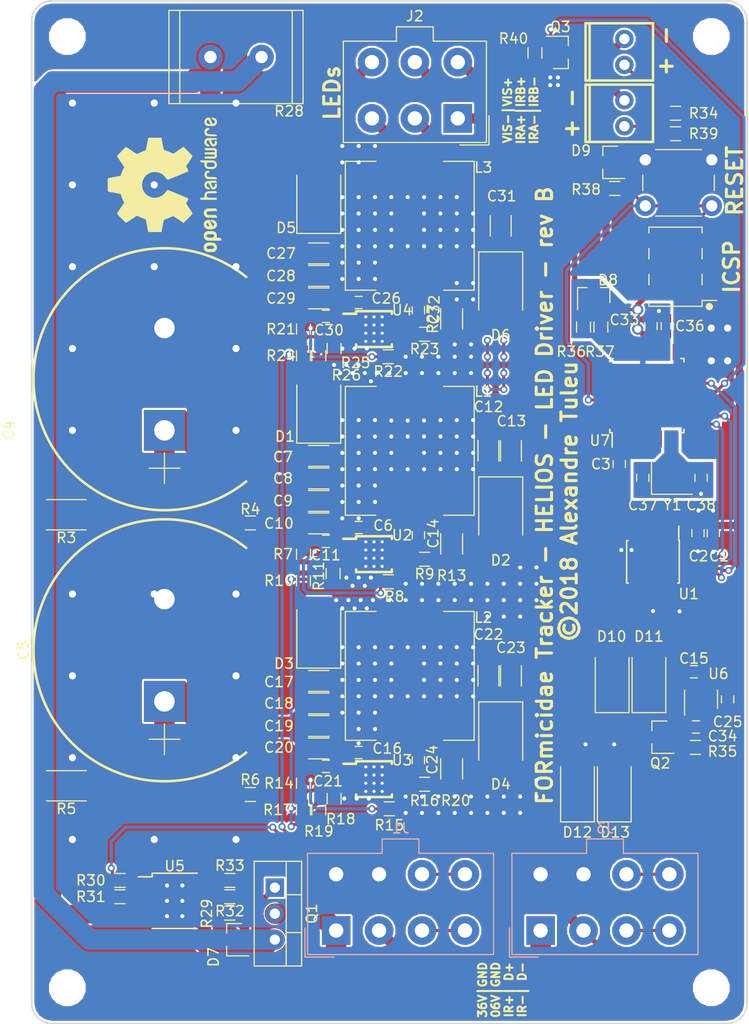
<source format=kicad_pcb>
(kicad_pcb (version 4) (host pcbnew 4.0.7+dfsg1-1~bpo9+1)
  (layers (0 F.Cu signal) (31 B.Cu signal) (34 B.Paste user) (35 F.Paste user) (36 B.SilkS user) (37 F.SilkS user) (38 B.Mask user) (39 F.Mask user) (44 Edge.Cuts user))
  (net 0 "")
  (net 1 +5V)
  (net 2 GND)
  (net 3 /Buck_Current_regulator_1.5A_1/VIN)
  (net 4 /Buck_Current_regulator_1.5A_2/VIN)
  (net 5 "Net-(C6-Pad2)")
  (net 6 "Net-(C14-Pad1)")
  (net 7 "Net-(C16-Pad2)")
  (net 8 "Net-(C24-Pad1)")
  (net 9 "Net-(C26-Pad2)")
  (net 10 "Net-(C32-Pad1)")
  (net 11 "Net-(D7-Pad2)")
  (net 12 /Controller/~ICSP_RESET)
  (net 13 /VS36)
  (net 14 /VS6)
  (net 15 /Controller/ICSP_MISO)
  (net 16 /Controller/ICSP_SCK)
  (net 17 /Controller/DATA_IN)
  (net 18 +36V)
  (net 19 "Net-(R10-Pad1)")
  (net 20 "Net-(R8-Pad1)")
  (net 21 "Net-(R9-Pad2)")
  (net 22 "Net-(R11-Pad1)")
  (net 23 "Net-(R14-Pad2)")
  (net 24 "Net-(R15-Pad1)")
  (net 25 "Net-(R16-Pad2)")
  (net 26 "Net-(R18-Pad1)")
  (net 27 "Net-(R21-Pad2)")
  (net 28 "Net-(R22-Pad1)")
  (net 29 "Net-(R23-Pad2)")
  (net 30 "Net-(R25-Pad1)")
  (net 31 "Net-(R30-Pad1)")
  (net 32 /Power_Management.sch/EN36)
  (net 33 "Net-(R32-Pad1)")
  (net 34 "Net-(R33-Pad1)")
  (net 35 /Controller/FLASH_IN)
  (net 36 /Controller/IR_ON)
  (net 37 /Buck_Current_regulator_1A_1/PDIM)
  (net 38 /Power_Management.sch/V36_PROTECTED)
  (net 39 /Power_Management.sch/V6_PROTECTED)
  (net 40 /Buck_Current_regulator_1.5A_1/PHI)
  (net 41 /Buck_Current_regulator_1.5A_2/PHI)
  (net 42 /Buck_Current_regulator_1A_1/PHI)
  (net 43 /IRA+)
  (net 44 /IRA-)
  (net 45 /IRB+)
  (net 46 /IRB-)
  (net 47 /VIS+)
  (net 48 /VIS-)
  (net 49 /DATA_+)
  (net 50 /IR_ON_+)
  (net 51 /DATA_-)
  (net 52 /IR_ON_-)
  (net 53 /Controller/V36_MEASURE)
  (net 54 /Controller/ICSP_MOSI)
  (net 55 "Net-(C25-Pad1)")
  (net 56 /Controller/UV_ON)
  (net 57 "Net-(J5-Pad1)")
  (net 58 "Net-(J5-Pad2)")
  (net 59 "Net-(J6-Pad1)")
  (net 60 /Controller/XTAL+)
  (net 61 /Controller/XTAL-)
  (module VIA (layer F.Cu) (at 118.1 78.7)
    (fp_text reference REF** hide)
    (fp_text value VIA)
    (pad 1 thru_hole circle (at 0 0) (size 1.1 1.1) (drill 0.7) (layers *.Cu) (net 2 GND))
  )
  (module VIA (layer F.Cu) (at 116.5 78.7)
    (fp_text reference REF** hide)
    (fp_text value VIA)
    (pad 1 thru_hole circle (at 0 0) (size 1.1 1.1) (drill 0.7) (layers *.Cu) (net 2 GND))
  )
  (module VIA (layer F.Cu) (at 118.1 75.5)
    (fp_text reference REF** hide)
    (fp_text value VIA)
    (pad 1 thru_hole circle (at 0 0) (size 1.1 1.1) (drill 0.7) (layers *.Cu) (net 2 GND))
  )
  (module VIA (layer F.Cu) (at 116.5 75.5)
    (fp_text reference REF** hide)
    (fp_text value VIA)
    (pad 1 thru_hole circle (at 0 0) (size 1.1 1.1) (drill 0.7) (layers *.Cu) (net 2 GND))
  )
  (module Capacitors_THT:CP_Radial_D25.0mm_P10.00mm_SnapIn (layer F.Cu) (at 63 85.5 90)
    (fp_text reference C4 (at 0 -15.24 90) (layer F.SilkS))
    (fp_text value 4.7mF)
    (pad 1 thru_hole rect (at 0 0 90) (size 4 4) (drill 2) (layers *.Cu *.Mask) (net 3 /Buck_Current_regulator_1.5A_1/VIN))
    (pad 2 thru_hole circle (at 10 0 90) (size 4 4) (drill 2) (layers *.Cu *.Mask) (net 2 GND))
  )
  (module Capacitors_THT:CP_Radial_D25.0mm_P10.00mm_SnapIn (layer F.Cu) (at 63 112 90)
    (fp_text reference C5 (at 5 -13.81 90) (layer F.SilkS))
    (fp_text value 4.7mF)
    (pad 1 thru_hole rect (at 0 0 90) (size 4 4) (drill 2) (layers *.Cu *.Mask) (net 4 /Buck_Current_regulator_1.5A_2/VIN))
    (pad 2 thru_hole circle (at 10 0 90) (size 4 4) (drill 2) (layers *.Cu *.Mask) (net 2 GND))
  )
  (module VIA (layer F.Cu) (at 70 125.5)
    (fp_text reference REF** hide)
    (fp_text value VIA)
    (pad 1 thru_hole circle (at 0 0) (size 1.1 1.1) (drill 0.7) (layers *.Cu) (net 2 GND))
  )
  (module VIA (layer F.Cu) (at 62 125.5)
    (fp_text reference REF** hide)
    (fp_text value VIA)
    (pad 1 thru_hole circle (at 0 0) (size 1.1 1.1) (drill 0.7) (layers *.Cu) (net 2 GND))
  )
  (module VIA (layer F.Cu) (at 54 125.5)
    (fp_text reference REF** hide)
    (fp_text value VIA)
    (pad 1 thru_hole circle (at 0 0) (size 1.1 1.1) (drill 0.7) (layers *.Cu) (net 2 GND))
  )
  (module VIA (layer F.Cu) (at 70 117.5)
    (fp_text reference REF** hide)
    (fp_text value VIA)
    (pad 1 thru_hole circle (at 0 0) (size 1.1 1.1) (drill 0.7) (layers *.Cu) (net 2 GND))
  )
  (module VIA (layer F.Cu) (at 54 117.5)
    (fp_text reference REF** hide)
    (fp_text value VIA)
    (pad 1 thru_hole circle (at 0 0) (size 1.1 1.1) (drill 0.7) (layers *.Cu) (net 2 GND))
  )
  (module VIA (layer F.Cu) (at 70 109.5)
    (fp_text reference REF** hide)
    (fp_text value VIA)
    (pad 1 thru_hole circle (at 0 0) (size 1.1 1.1) (drill 0.7) (layers *.Cu) (net 2 GND))
  )
  (module VIA (layer F.Cu) (at 54 109.5)
    (fp_text reference REF** hide)
    (fp_text value VIA)
    (pad 1 thru_hole circle (at 0 0) (size 1.1 1.1) (drill 0.7) (layers *.Cu) (net 2 GND))
  )
  (module VIA (layer F.Cu) (at 70 101.5)
    (fp_text reference REF** hide)
    (fp_text value VIA)
    (pad 1 thru_hole circle (at 0 0) (size 1.1 1.1) (drill 0.7) (layers *.Cu) (net 2 GND))
  )
  (module VIA (layer F.Cu) (at 62 101.5)
    (fp_text reference REF** hide)
    (fp_text value VIA)
    (pad 1 thru_hole circle (at 0 0) (size 1.1 1.1) (drill 0.7) (layers *.Cu) (net 2 GND))
  )
  (module VIA (layer F.Cu) (at 54 101.5)
    (fp_text reference REF** hide)
    (fp_text value VIA)
    (pad 1 thru_hole circle (at 0 0) (size 1.1 1.1) (drill 0.7) (layers *.Cu) (net 2 GND))
  )
  (module VIA (layer F.Cu) (at 70 85.5)
    (fp_text reference REF** hide)
    (fp_text value VIA)
    (pad 1 thru_hole circle (at 0 0) (size 1.1 1.1) (drill 0.7) (layers *.Cu) (net 2 GND))
  )
  (module VIA (layer F.Cu) (at 54 85.5)
    (fp_text reference REF** hide)
    (fp_text value VIA)
    (pad 1 thru_hole circle (at 0 0) (size 1.1 1.1) (drill 0.7) (layers *.Cu) (net 2 GND))
  )
  (module VIA (layer F.Cu) (at 70 77.5)
    (fp_text reference REF** hide)
    (fp_text value VIA)
    (pad 1 thru_hole circle (at 0 0) (size 1.1 1.1) (drill 0.7) (layers *.Cu) (net 2 GND))
  )
  (module VIA (layer F.Cu) (at 54 77.5)
    (fp_text reference REF** hide)
    (fp_text value VIA)
    (pad 1 thru_hole circle (at 0 0) (size 1.1 1.1) (drill 0.7) (layers *.Cu) (net 2 GND))
  )
  (module VIA (layer F.Cu) (at 70 69.5)
    (fp_text reference REF** hide)
    (fp_text value VIA)
    (pad 1 thru_hole circle (at 0 0) (size 1.1 1.1) (drill 0.7) (layers *.Cu) (net 2 GND))
  )
  (module VIA (layer F.Cu) (at 62 69.5)
    (fp_text reference REF** hide)
    (fp_text value VIA)
    (pad 1 thru_hole circle (at 0 0) (size 1.1 1.1) (drill 0.7) (layers *.Cu) (net 2 GND))
  )
  (module VIA (layer F.Cu) (at 54 69.5)
    (fp_text reference REF** hide)
    (fp_text value VIA)
    (pad 1 thru_hole circle (at 0 0) (size 1.1 1.1) (drill 0.7) (layers *.Cu) (net 2 GND))
  )
  (module VIA (layer F.Cu) (at 62 61.5)
    (fp_text reference REF** hide)
    (fp_text value VIA)
    (pad 1 thru_hole circle (at 0 0) (size 1.1 1.1) (drill 0.7) (layers *.Cu) (net 2 GND))
  )
  (module VIA (layer F.Cu) (at 54 61.5)
    (fp_text reference REF** hide)
    (fp_text value VIA)
    (pad 1 thru_hole circle (at 0 0) (size 1.1 1.1) (drill 0.7) (layers *.Cu) (net 2 GND))
  )
  (module VIA (layer F.Cu) (at 70 53.5)
    (fp_text reference REF** hide)
    (fp_text value VIA)
    (pad 1 thru_hole circle (at 0 0) (size 1.1 1.1) (drill 0.7) (layers *.Cu) (net 2 GND))
  )
  (module VIA (layer F.Cu) (at 62 53.5)
    (fp_text reference REF** hide)
    (fp_text value VIA)
    (pad 1 thru_hole circle (at 0 0) (size 1.1 1.1) (drill 0.7) (layers *.Cu) (net 2 GND))
  )
  (module VIA (layer F.Cu) (at 54 53.5)
    (fp_text reference REF** hide)
    (fp_text value VIA)
    (pad 1 thru_hole circle (at 0 0) (size 1.1 1.1) (drill 0.7) (layers *.Cu) (net 2 GND))
  )
  (module FORT:Molex_MiniFit-JR-5556-08A_2x04x4.20mm_Straight (layer B.Cu) (at 99.8 134.4)
    (fp_text reference J3 (at 6.3 -10) (layer B.SilkS) (effects (justify mirror)))
    (fp_text value Conn_02x04_Top_Bottom)
    (pad 1 thru_hole rect (at 0 0) (size 2.8 2.8) (drill 1.4) (layers *.Cu *.Mask) (net 13 /VS36))
    (pad 2 thru_hole circle (at 4.2 0) (size 2.8 2.8) (drill 1.4) (layers *.Cu *.Mask) (net 14 /VS6))
    (pad 3 thru_hole circle (at 8.4 0) (size 2.8 2.8) (drill 1.4) (layers *.Cu *.Mask) (net 50 /IR_ON_+))
    (pad 4 thru_hole circle (at 12.6 0) (size 2.8 2.8) (drill 1.4) (layers *.Cu *.Mask) (net 52 /IR_ON_-))
    (pad 5 thru_hole circle (at 0 -5.5) (size 2.8 2.8) (drill 1.4) (layers *.Cu *.Mask) (net 2 GND))
    (pad 6 thru_hole circle (at 4.2 -5.5) (size 2.8 2.8) (drill 1.4) (layers *.Cu *.Mask) (net 2 GND))
    (pad 7 thru_hole circle (at 8.4 -5.5) (size 2.8 2.8) (drill 1.4) (layers *.Cu *.Mask) (net 49 /DATA_+))
    (pad 8 thru_hole circle (at 12.6 -5.5) (size 2.8 2.8) (drill 1.4) (layers *.Cu *.Mask) (net 51 /DATA_-))
  )
  (module FORT:Molex_MiniFit-JR-5556-08A_2x04x4.20mm_Straight (layer B.Cu) (at 79.8 134.4)
    (fp_text reference J1 (at 6.3 -10) (layer B.SilkS) (effects (justify mirror)))
    (fp_text value Conn_02x04_Top_Bottom)
    (pad 1 thru_hole rect (at 0 0) (size 2.8 2.8) (drill 1.4) (layers *.Cu *.Mask) (net 13 /VS36))
    (pad 2 thru_hole circle (at 4.2 0) (size 2.8 2.8) (drill 1.4) (layers *.Cu *.Mask) (net 14 /VS6))
    (pad 3 thru_hole circle (at 8.4 0) (size 2.8 2.8) (drill 1.4) (layers *.Cu *.Mask) (net 50 /IR_ON_+))
    (pad 4 thru_hole circle (at 12.6 0) (size 2.8 2.8) (drill 1.4) (layers *.Cu *.Mask) (net 52 /IR_ON_-))
    (pad 5 thru_hole circle (at 0 -5.5) (size 2.8 2.8) (drill 1.4) (layers *.Cu *.Mask) (net 2 GND))
    (pad 6 thru_hole circle (at 4.2 -5.5) (size 2.8 2.8) (drill 1.4) (layers *.Cu *.Mask) (net 2 GND))
    (pad 7 thru_hole circle (at 8.4 -5.5) (size 2.8 2.8) (drill 1.4) (layers *.Cu *.Mask) (net 49 /DATA_+))
    (pad 8 thru_hole circle (at 12.6 -5.5) (size 2.8 2.8) (drill 1.4) (layers *.Cu *.Mask) (net 51 /DATA_-))
  )
  (module Mounting_Holes:MountingHole_3.2mm_M3_DIN965 (layer F.Cu) (at 53.5 140)
    (fp_text reference REF** hide)
    (fp_text value MountingHole_3.2mm_M3_DIN965)
    (pad 1 np_thru_hole circle (at 0 0) (size 3.2 3.2) (drill 3.2) (layers *.Cu *.Mask))
  )
  (module Capacitors_SMD:C_0603 (layer F.Cu) (at 116.7 95.55 90)
    (fp_text reference C1 (at -2.25 0.55 180) (layer F.SilkS))
    (fp_text value 100nF)
    (pad 2 smd rect (at 0.75 0 90) (size 0.8 0.75) (layers F.Cu F.Paste F.Mask) (net 1 +5V))
    (pad 1 smd rect (at -0.75 0 90) (size 0.8 0.75) (layers F.Cu F.Paste F.Mask) (net 2 GND))
  )
  (module Capacitors_SMD:C_0603 (layer F.Cu) (at 115.2 95.55 90)
    (fp_text reference C2 (at -2.25 0.05 180) (layer F.SilkS))
    (fp_text value 100nF)
    (pad 2 smd rect (at 0.75 0 90) (size 0.8 0.75) (layers F.Cu F.Paste F.Mask) (net 1 +5V))
    (pad 1 smd rect (at -0.75 0 90) (size 0.8 0.75) (layers F.Cu F.Paste F.Mask) (net 2 GND))
  )
  (module Capacitors_SMD:C_0603 (layer F.Cu) (at 82 95 180)
    (fp_text reference C6 (at -2.4 0.2 180) (layer F.SilkS))
    (fp_text value 100nF)
    (pad 2 smd rect (at 0.75 0 180) (size 0.8 0.75) (layers F.Cu F.Paste F.Mask) (net 5 "Net-(C6-Pad2)"))
    (pad 1 smd rect (at -0.75 0 180) (size 0.8 0.75) (layers F.Cu F.Paste F.Mask) (net 40 /Buck_Current_regulator_1.5A_1/PHI))
  )
  (module Capacitors_SMD:C_1206 (layer F.Cu) (at 78.1 88)
    (fp_text reference C7 (at -3.5 0.1) (layer F.SilkS))
    (fp_text value 4.7uF,50V)
    (pad 1 smd rect (at -1.5 0) (size 1 1.6) (layers F.Cu F.Paste F.Mask) (net 3 /Buck_Current_regulator_1.5A_1/VIN))
    (pad 2 smd rect (at 1.5 0) (size 1 1.6) (layers F.Cu F.Paste F.Mask) (net 2 GND))
  )
  (module Capacitors_SMD:C_1206 (layer F.Cu) (at 78.1 90.2)
    (fp_text reference C8 (at -3.5 0) (layer F.SilkS))
    (fp_text value 4.7uF,50V)
    (pad 1 smd rect (at -1.5 0) (size 1 1.6) (layers F.Cu F.Paste F.Mask) (net 3 /Buck_Current_regulator_1.5A_1/VIN))
    (pad 2 smd rect (at 1.5 0) (size 1 1.6) (layers F.Cu F.Paste F.Mask) (net 2 GND))
  )
  (module Capacitors_SMD:C_1206 (layer F.Cu) (at 78.1 92.4)
    (fp_text reference C9 (at -3.5 0) (layer F.SilkS))
    (fp_text value 4.7uF,50V)
    (pad 1 smd rect (at -1.5 0) (size 1 1.6) (layers F.Cu F.Paste F.Mask) (net 3 /Buck_Current_regulator_1.5A_1/VIN))
    (pad 2 smd rect (at 1.5 0) (size 1 1.6) (layers F.Cu F.Paste F.Mask) (net 2 GND))
  )
  (module Capacitors_SMD:C_1206 (layer F.Cu) (at 78.1 94.6)
    (fp_text reference C10 (at -3.9 0) (layer F.SilkS))
    (fp_text value 4.7uF,50V)
    (pad 1 smd rect (at -1.5 0) (size 1 1.6) (layers F.Cu F.Paste F.Mask) (net 3 /Buck_Current_regulator_1.5A_1/VIN))
    (pad 2 smd rect (at 1.5 0) (size 1 1.6) (layers F.Cu F.Paste F.Mask) (net 2 GND))
  )
  (module Capacitors_SMD:C_0603 (layer F.Cu) (at 78.8 96.35)
    (fp_text reference C11 (at 0 1.35 180) (layer F.SilkS))
    (fp_text value "10nF, 50V")
    (pad 2 smd rect (at 0.75 0) (size 0.8 0.75) (layers F.Cu F.Paste F.Mask) (net 2 GND))
    (pad 1 smd rect (at -0.75 0) (size 0.8 0.75) (layers F.Cu F.Paste F.Mask) (net 3 /Buck_Current_regulator_1.5A_1/VIN))
  )
  (module Capacitors_SMD:C_1206 (layer F.Cu) (at 94.7 87.5 270)
    (fp_text reference C12 (at -4.3 0 360) (layer F.SilkS))
    (fp_text value 4.7uF,50V)
    (pad 1 smd rect (at -1.5 0 270) (size 1 1.6) (layers F.Cu F.Paste F.Mask) (net 43 /IRA+))
    (pad 2 smd rect (at 1.5 0 270) (size 1 1.6) (layers F.Cu F.Paste F.Mask) (net 44 /IRA-))
  )
  (module Capacitors_SMD:C_1206 (layer F.Cu) (at 96.9 87.5 270)
    (fp_text reference C13 (at -2.9 -0.05 360) (layer F.SilkS))
    (fp_text value 4.7uF,50V)
    (pad 1 smd rect (at -1.5 0 270) (size 1 1.6) (layers F.Cu F.Paste F.Mask) (net 43 /IRA+))
    (pad 2 smd rect (at 1.5 0 270) (size 1 1.6) (layers F.Cu F.Paste F.Mask) (net 44 /IRA-))
  )
  (module Capacitors_SMD:C_0603 (layer F.Cu) (at 87.85 95.75 90)
    (fp_text reference C14 (at 0.15 1.45 270) (layer F.SilkS))
    (fp_text value 100nF)
    (pad 2 smd rect (at 0.75 0 90) (size 0.8 0.75) (layers F.Cu F.Paste F.Mask) (net 2 GND))
    (pad 1 smd rect (at -0.75 0 90) (size 0.8 0.75) (layers F.Cu F.Paste F.Mask) (net 6 "Net-(C14-Pad1)"))
  )
  (module Capacitors_SMD:C_0603 (layer F.Cu) (at 82 117 180)
    (fp_text reference C16 (at -2.8 0.4 180) (layer F.SilkS))
    (fp_text value 100nF)
    (pad 2 smd rect (at 0.75 0 180) (size 0.8 0.75) (layers F.Cu F.Paste F.Mask) (net 7 "Net-(C16-Pad2)"))
    (pad 1 smd rect (at -0.75 0 180) (size 0.8 0.75) (layers F.Cu F.Paste F.Mask) (net 41 /Buck_Current_regulator_1.5A_2/PHI))
  )
  (module Capacitors_SMD:C_1206 (layer F.Cu) (at 78.1 110)
    (fp_text reference C17 (at -3.9 0.1) (layer F.SilkS))
    (fp_text value 4.7uF,50V)
    (pad 1 smd rect (at -1.5 0) (size 1 1.6) (layers F.Cu F.Paste F.Mask) (net 4 /Buck_Current_regulator_1.5A_2/VIN))
    (pad 2 smd rect (at 1.5 0) (size 1 1.6) (layers F.Cu F.Paste F.Mask) (net 2 GND))
  )
  (module Capacitors_SMD:C_1206 (layer F.Cu) (at 78.1 112.2)
    (fp_text reference C18 (at -3.9 0) (layer F.SilkS))
    (fp_text value 4.7uF,50V)
    (pad 1 smd rect (at -1.5 0) (size 1 1.6) (layers F.Cu F.Paste F.Mask) (net 4 /Buck_Current_regulator_1.5A_2/VIN))
    (pad 2 smd rect (at 1.5 0) (size 1 1.6) (layers F.Cu F.Paste F.Mask) (net 2 GND))
  )
  (module Capacitors_SMD:C_1206 (layer F.Cu) (at 78.1 114.4)
    (fp_text reference C19 (at -3.9 0) (layer F.SilkS))
    (fp_text value 4.7uF,50V)
    (pad 1 smd rect (at -1.5 0) (size 1 1.6) (layers F.Cu F.Paste F.Mask) (net 4 /Buck_Current_regulator_1.5A_2/VIN))
    (pad 2 smd rect (at 1.5 0) (size 1 1.6) (layers F.Cu F.Paste F.Mask) (net 2 GND))
  )
  (module Capacitors_SMD:C_1206 (layer F.Cu) (at 78.1 116.6)
    (fp_text reference C20 (at -3.9 -0.1) (layer F.SilkS))
    (fp_text value 4.7uF,50V)
    (pad 1 smd rect (at -1.5 0) (size 1 1.6) (layers F.Cu F.Paste F.Mask) (net 4 /Buck_Current_regulator_1.5A_2/VIN))
    (pad 2 smd rect (at 1.5 0) (size 1 1.6) (layers F.Cu F.Paste F.Mask) (net 2 GND))
  )
  (module Capacitors_SMD:C_0603 (layer F.Cu) (at 78.8 118.35)
    (fp_text reference C21 (at 0.2 1.45) (layer F.SilkS))
    (fp_text value "10nF, 50V")
    (pad 2 smd rect (at 0.75 0) (size 0.8 0.75) (layers F.Cu F.Paste F.Mask) (net 2 GND))
    (pad 1 smd rect (at -0.75 0) (size 0.8 0.75) (layers F.Cu F.Paste F.Mask) (net 4 /Buck_Current_regulator_1.5A_2/VIN))
  )
  (module Capacitors_SMD:C_1206 (layer F.Cu) (at 94.7 109.5 270)
    (fp_text reference C22 (at -4.05 0 360) (layer F.SilkS))
    (fp_text value 4.7uF,50V)
    (pad 1 smd rect (at -1.5 0 270) (size 1 1.6) (layers F.Cu F.Paste F.Mask) (net 45 /IRB+))
    (pad 2 smd rect (at 1.5 0 270) (size 1 1.6) (layers F.Cu F.Paste F.Mask) (net 46 /IRB-))
  )
  (module Capacitors_SMD:C_1206 (layer F.Cu) (at 96.9 109.5 270)
    (fp_text reference C23 (at -2.75 0 360) (layer F.SilkS))
    (fp_text value 4.7uF,50V)
    (pad 1 smd rect (at -1.5 0 270) (size 1 1.6) (layers F.Cu F.Paste F.Mask) (net 45 /IRB+))
    (pad 2 smd rect (at 1.5 0 270) (size 1 1.6) (layers F.Cu F.Paste F.Mask) (net 46 /IRB-))
  )
  (module Capacitors_SMD:C_0603 (layer F.Cu) (at 87.85 117.75 90)
    (fp_text reference C24 (at 0.05 1.35 270) (layer F.SilkS))
    (fp_text value 100nF)
    (pad 2 smd rect (at 0.75 0 90) (size 0.8 0.75) (layers F.Cu F.Paste F.Mask) (net 2 GND))
    (pad 1 smd rect (at -0.75 0 90) (size 0.8 0.75) (layers F.Cu F.Paste F.Mask) (net 8 "Net-(C24-Pad1)"))
  )
  (module Capacitors_SMD:C_0603 (layer F.Cu) (at 82 73 180)
    (fp_text reference C26 (at -2.7 0.4 180) (layer F.SilkS))
    (fp_text value 100nF)
    (pad 2 smd rect (at 0.75 0 180) (size 0.8 0.75) (layers F.Cu F.Paste F.Mask) (net 9 "Net-(C26-Pad2)"))
    (pad 1 smd rect (at -0.75 0 180) (size 0.8 0.75) (layers F.Cu F.Paste F.Mask) (net 42 /Buck_Current_regulator_1A_1/PHI))
  )
  (module Capacitors_SMD:C_1206 (layer F.Cu) (at 78.1 68.2)
    (fp_text reference C27 (at -3.7 0) (layer F.SilkS))
    (fp_text value 4.7uF,50V)
    (pad 1 smd rect (at -1.5 0) (size 1 1.6) (layers F.Cu F.Paste F.Mask) (net 18 +36V))
    (pad 2 smd rect (at 1.5 0) (size 1 1.6) (layers F.Cu F.Paste F.Mask) (net 2 GND))
  )
  (module Capacitors_SMD:C_1206 (layer F.Cu) (at 78.1 70.4)
    (fp_text reference C28 (at -3.7 0) (layer F.SilkS))
    (fp_text value 4.7uF,50V)
    (pad 1 smd rect (at -1.5 0) (size 1 1.6) (layers F.Cu F.Paste F.Mask) (net 18 +36V))
    (pad 2 smd rect (at 1.5 0) (size 1 1.6) (layers F.Cu F.Paste F.Mask) (net 2 GND))
  )
  (module Capacitors_SMD:C_1206 (layer F.Cu) (at 78.1 72.6)
    (fp_text reference C29 (at -3.7 0) (layer F.SilkS))
    (fp_text value 4.7uF,50V)
    (pad 1 smd rect (at -1.5 0) (size 1 1.6) (layers F.Cu F.Paste F.Mask) (net 18 +36V))
    (pad 2 smd rect (at 1.5 0) (size 1 1.6) (layers F.Cu F.Paste F.Mask) (net 2 GND))
  )
  (module Capacitors_SMD:C_0603 (layer F.Cu) (at 78.8 74.35)
    (fp_text reference C30 (at 0.3 1.35) (layer F.SilkS))
    (fp_text value "10nF, 50V")
    (pad 2 smd rect (at 0.75 0) (size 0.8 0.75) (layers F.Cu F.Paste F.Mask) (net 2 GND))
    (pad 1 smd rect (at -0.75 0) (size 0.8 0.75) (layers F.Cu F.Paste F.Mask) (net 18 +36V))
  )
  (module Capacitors_SMD:C_1206 (layer F.Cu) (at 95.9 65.5 270)
    (fp_text reference C31 (at -2.9 -0.1 360) (layer F.SilkS))
    (fp_text value 4.7uF,50V)
    (pad 1 smd rect (at -1.5 0 270) (size 1 1.6) (layers F.Cu F.Paste F.Mask) (net 47 /VIS+))
    (pad 2 smd rect (at 1.5 0 270) (size 1 1.6) (layers F.Cu F.Paste F.Mask) (net 48 /VIS-))
  )
  (module Capacitors_SMD:C_0603 (layer F.Cu) (at 87.85 73.75 90)
    (fp_text reference C32 (at 0.05 1.55 90) (layer F.SilkS))
    (fp_text value 100nF)
    (pad 2 smd rect (at 0.75 0 90) (size 0.8 0.75) (layers F.Cu F.Paste F.Mask) (net 2 GND))
    (pad 1 smd rect (at -0.75 0 90) (size 0.8 0.75) (layers F.Cu F.Paste F.Mask) (net 10 "Net-(C32-Pad1)"))
  )
  (module Capacitors_SMD:C_0603 (layer F.Cu) (at 112.2 75.3 90)
    (fp_text reference C36 (at 0 2.2 180) (layer F.SilkS))
    (fp_text value 100nF)
    (pad 2 smd rect (at 0.75 0 90) (size 0.8 0.75) (layers F.Cu F.Paste F.Mask) (net 2 GND))
    (pad 1 smd rect (at -0.75 0 90) (size 0.8 0.75) (layers F.Cu F.Paste F.Mask) (net 1 +5V))
  )
  (module Capacitors_SMD:C_0603 (layer F.Cu) (at 109.8 90.15 270)
    (fp_text reference C37 (at 2.65 0 360) (layer F.SilkS))
    (fp_text value 18pF)
    (pad 2 smd rect (at 0.75 0 270) (size 0.8 0.75) (layers F.Cu F.Paste F.Mask) (net 60 /Controller/XTAL+))
    (pad 1 smd rect (at -0.75 0 270) (size 0.8 0.75) (layers F.Cu F.Paste F.Mask) (net 2 GND))
  )
  (module Capacitors_SMD:C_0603 (layer F.Cu) (at 115.5 90.15 90)
    (fp_text reference C38 (at -2.65 0 180) (layer F.SilkS))
    (fp_text value 18pF)
    (pad 2 smd rect (at 0.75 0 90) (size 0.8 0.75) (layers F.Cu F.Paste F.Mask) (net 61 /Controller/XTAL-))
    (pad 1 smd rect (at -0.75 0 90) (size 0.8 0.75) (layers F.Cu F.Paste F.Mask) (net 2 GND))
  )
  (module Diodes_SMD:D_SMB (layer F.Cu) (at 78.1 83.2 90)
    (fp_text reference D1 (at -2.9 -3.3 180) (layer F.SilkS))
    (fp_text value "60V, 2A")
    (pad 1 smd rect (at -2.15 0 90) (size 2.5 2.3) (layers F.Cu F.Paste F.Mask) (net 3 /Buck_Current_regulator_1.5A_1/VIN))
    (pad 2 smd rect (at 2.15 0 90) (size 2.5 2.3) (layers F.Cu F.Paste F.Mask) (net 43 /IRA+))
  )
  (module Diodes_SMD:D_SMB (layer F.Cu) (at 95.9 93.6 270)
    (fp_text reference D2 (at 4.6 0 360) (layer F.SilkS))
    (fp_text value "60V, 2A")
    (pad 1 smd rect (at -2.15 0 270) (size 2.5 2.3) (layers F.Cu F.Paste F.Mask) (net 40 /Buck_Current_regulator_1.5A_1/PHI))
    (pad 2 smd rect (at 2.15 0 270) (size 2.5 2.3) (layers F.Cu F.Paste F.Mask) (net 2 GND))
  )
  (module Diodes_SMD:D_SMB (layer F.Cu) (at 78.1 105.2 90)
    (fp_text reference D3 (at -3.1 -3.4 180) (layer F.SilkS))
    (fp_text value "60V, 2A")
    (pad 1 smd rect (at -2.15 0 90) (size 2.5 2.3) (layers F.Cu F.Paste F.Mask) (net 4 /Buck_Current_regulator_1.5A_2/VIN))
    (pad 2 smd rect (at 2.15 0 90) (size 2.5 2.3) (layers F.Cu F.Paste F.Mask) (net 45 /IRB+))
  )
  (module Diodes_SMD:D_SMB (layer F.Cu) (at 95.9 115.6 270)
    (fp_text reference D4 (at 4.5 0 360) (layer F.SilkS))
    (fp_text value "60V, 2A")
    (pad 1 smd rect (at -2.15 0 270) (size 2.5 2.3) (layers F.Cu F.Paste F.Mask) (net 41 /Buck_Current_regulator_1.5A_2/PHI))
    (pad 2 smd rect (at 2.15 0 270) (size 2.5 2.3) (layers F.Cu F.Paste F.Mask) (net 2 GND))
  )
  (module Diodes_SMD:D_SMB (layer F.Cu) (at 78.1 62.7 90)
    (fp_text reference D5 (at -3 -3.2 180) (layer F.SilkS))
    (fp_text value "60V, 2A")
    (pad 1 smd rect (at -2.15 0 90) (size 2.5 2.3) (layers F.Cu F.Paste F.Mask) (net 18 +36V))
    (pad 2 smd rect (at 2.15 0 90) (size 2.5 2.3) (layers F.Cu F.Paste F.Mask) (net 47 /VIS+))
  )
  (module Diodes_SMD:D_SMB (layer F.Cu) (at 95.9 71.6 270)
    (fp_text reference D6 (at 4.6 0 360) (layer F.SilkS))
    (fp_text value "60V, 2A")
    (pad 1 smd rect (at -2.15 0 270) (size 2.5 2.3) (layers F.Cu F.Paste F.Mask) (net 42 /Buck_Current_regulator_1A_1/PHI))
    (pad 2 smd rect (at 2.15 0 270) (size 2.5 2.3) (layers F.Cu F.Paste F.Mask) (net 2 GND))
  )
  (module FORT:D_SOT-23_KAN (layer F.Cu) (at 69.85 135.3 180)
    (fp_text reference D7 (at 2.05 -1.7 270) (layer F.SilkS))
    (fp_text value 10V)
    (pad 1 smd rect (at -1 -0.95 180) (size 0.9 0.8) (layers F.Cu F.Paste F.Mask) (net 38 /Power_Management.sch/V36_PROTECTED))
    (pad 2 smd rect (at -1 0.95 180) (size 0.9 0.8) (layers F.Cu F.Paste F.Mask) (net 11 "Net-(D7-Pad2)"))
    (pad "" smd rect (at 1 0 180) (size 0.9 0.8) (layers F.Cu F.Paste F.Mask))
  )
  (module Diodes_SMD:D_SOT-23_ANK (layer F.Cu) (at 105 72.3 90)
    (fp_text reference D8 (at 1.5 1.4 180) (layer F.SilkS))
    (fp_text value BAT54)
    (pad 2 smd rect (at -1 -0.95 90) (size 0.9 0.8) (layers F.Cu F.Paste F.Mask) (net 53 /Controller/V36_MEASURE))
    (pad "" smd rect (at -1 0.95 90) (size 0.9 0.8) (layers F.Cu F.Paste F.Mask))
    (pad 1 smd rect (at 1 0 90) (size 0.9 0.8) (layers F.Cu F.Paste F.Mask) (net 1 +5V))
  )
  (module Diodes_SMD:D_SOT-23_ANK (layer F.Cu) (at 106.65 59.3 180)
    (fp_text reference D9 (at 2.9 1.15 360) (layer F.SilkS))
    (fp_text value BAT54)
    (pad 2 smd rect (at -1 -0.95 180) (size 0.9 0.8) (layers F.Cu F.Paste F.Mask) (net 12 /Controller/~ICSP_RESET))
    (pad "" smd rect (at -1 0.95 180) (size 0.9 0.8) (layers F.Cu F.Paste F.Mask))
    (pad 1 smd rect (at 1 0 180) (size 0.9 0.8) (layers F.Cu F.Paste F.Mask) (net 1 +5V))
  )
  (module Pin_Headers:Pin_Header_Straight_2x03_Pitch2.54mm_SMD (layer F.Cu) (at 113 69.5 180)
    (fp_text reference J4 hide)
    (fp_text value M20-8760342)
    (pad 1 smd rect (at -2.525 -2.54 180) (size 3.15 1) (layers F.Cu F.Paste F.Mask) (net 15 /Controller/ICSP_MISO))
    (pad 2 smd rect (at 2.525 -2.54 180) (size 3.15 1) (layers F.Cu F.Paste F.Mask) (net 1 +5V))
    (pad 3 smd rect (at -2.525 0 180) (size 3.15 1) (layers F.Cu F.Paste F.Mask) (net 16 /Controller/ICSP_SCK))
    (pad 4 smd rect (at 2.525 0 180) (size 3.15 1) (layers F.Cu F.Paste F.Mask) (net 54 /Controller/ICSP_MOSI))
    (pad 5 smd rect (at -2.525 2.54 180) (size 3.15 1) (layers F.Cu F.Paste F.Mask) (net 12 /Controller/~ICSP_RESET))
    (pad 6 smd rect (at 2.525 2.54 180) (size 3.15 1) (layers F.Cu F.Paste F.Mask) (net 2 GND))
  )
  (module Resistors_SMD:R_0603 (layer F.Cu) (at 71.4 94.55)
    (fp_text reference R4 (at 0 -1.35) (layer F.SilkS))
    (fp_text value 33k)
    (pad 1 smd rect (at -0.75 0) (size 0.5 0.9) (layers F.Cu F.Paste F.Mask) (net 3 /Buck_Current_regulator_1.5A_1/VIN))
    (pad 2 smd rect (at 0.75 0) (size 0.5 0.9) (layers F.Cu F.Paste F.Mask) (net 2 GND))
  )
  (module Resistors_SMD:R_0603 (layer F.Cu) (at 71.4 121.1)
    (fp_text reference R6 (at 0 -1.45) (layer F.SilkS))
    (fp_text value 33k)
    (pad 1 smd rect (at -0.75 0) (size 0.5 0.9) (layers F.Cu F.Paste F.Mask) (net 4 /Buck_Current_regulator_1.5A_2/VIN))
    (pad 2 smd rect (at 0.75 0) (size 0.5 0.9) (layers F.Cu F.Paste F.Mask) (net 2 GND))
  )
  (module Resistors_SMD:R_0603 (layer F.Cu) (at 76.6 97.6 270)
    (fp_text reference R7 (at 0 2 360) (layer F.SilkS))
    (fp_text value 1.96M)
    (pad 1 smd rect (at -0.75 0 270) (size 0.5 0.9) (layers F.Cu F.Paste F.Mask) (net 3 /Buck_Current_regulator_1.5A_1/VIN))
    (pad 2 smd rect (at 0.75 0 270) (size 0.5 0.9) (layers F.Cu F.Paste F.Mask) (net 19 "Net-(R10-Pad1)"))
  )
  (module Resistors_SMD:R_0603 (layer F.Cu) (at 84.9 100.3 180)
    (fp_text reference R8 (at -0.6 -1.45 180) (layer F.SilkS))
    (fp_text value 10M)
    (pad 1 smd rect (at -0.75 0 180) (size 0.5 0.9) (layers F.Cu F.Paste F.Mask) (net 20 "Net-(R8-Pad1)"))
    (pad 2 smd rect (at 0.75 0 180) (size 0.5 0.9) (layers F.Cu F.Paste F.Mask) (net 3 /Buck_Current_regulator_1.5A_1/VIN))
  )
  (module Resistors_SMD:R_0603 (layer F.Cu) (at 88.45 98.1 180)
    (fp_text reference R9 (at 0 -1.45 180) (layer F.SilkS))
    (fp_text value 1K)
    (pad 1 smd rect (at -0.75 0 180) (size 0.5 0.9) (layers F.Cu F.Paste F.Mask) (net 44 /IRA-))
    (pad 2 smd rect (at 0.75 0 180) (size 0.5 0.9) (layers F.Cu F.Paste F.Mask) (net 21 "Net-(R9-Pad2)"))
  )
  (module Resistors_SMD:R_0603 (layer F.Cu) (at 76.6 100.2 270)
    (fp_text reference R10 (at 0 2.4 360) (layer F.SilkS))
    (fp_text value 66.5k)
    (pad 1 smd rect (at -0.75 0 270) (size 0.5 0.9) (layers F.Cu F.Paste F.Mask) (net 19 "Net-(R10-Pad1)"))
    (pad 2 smd rect (at 0.75 0 270) (size 0.5 0.9) (layers F.Cu F.Paste F.Mask) (net 2 GND))
  )
  (module Resistors_SMD:R_0603 (layer F.Cu) (at 79.5 99.5 270)
    (fp_text reference R11 (at 0.25 1.4 270) (layer F.SilkS))
    (fp_text value 267k)
    (pad 1 smd rect (at -0.75 0 270) (size 0.5 0.9) (layers F.Cu F.Paste F.Mask) (net 22 "Net-(R11-Pad1)"))
    (pad 2 smd rect (at 0.75 0 270) (size 0.5 0.9) (layers F.Cu F.Paste F.Mask) (net 2 GND))
  )
  (module Resistors_SMD:R_1206 (layer F.Cu) (at 91.1 96.6 90)
    (fp_text reference R13 (at -3.1 0 180) (layer F.SilkS))
    (fp_text value "0.2, 1%, 0.5W")
    (pad 1 smd rect (at -1.45 0 90) (size 0.9 1.7) (layers F.Cu F.Paste F.Mask) (net 44 /IRA-))
    (pad 2 smd rect (at 1.45 0 90) (size 0.9 1.7) (layers F.Cu F.Paste F.Mask) (net 2 GND))
  )
  (module Resistors_SMD:R_0603 (layer F.Cu) (at 76.6 120 270)
    (fp_text reference R14 (at 0 2.4 360) (layer F.SilkS))
    (fp_text value 1.96M)
    (pad 1 smd rect (at -0.75 0 270) (size 0.5 0.9) (layers F.Cu F.Paste F.Mask) (net 4 /Buck_Current_regulator_1.5A_2/VIN))
    (pad 2 smd rect (at 0.75 0 270) (size 0.5 0.9) (layers F.Cu F.Paste F.Mask) (net 23 "Net-(R14-Pad2)"))
  )
  (module Resistors_SMD:R_0603 (layer F.Cu) (at 85 122.5 180)
    (fp_text reference R15 (at 0 -1.6 180) (layer F.SilkS))
    (fp_text value 10M)
    (pad 1 smd rect (at -0.75 0 180) (size 0.5 0.9) (layers F.Cu F.Paste F.Mask) (net 24 "Net-(R15-Pad1)"))
    (pad 2 smd rect (at 0.75 0 180) (size 0.5 0.9) (layers F.Cu F.Paste F.Mask) (net 4 /Buck_Current_regulator_1.5A_2/VIN))
  )
  (module Resistors_SMD:R_0603 (layer F.Cu) (at 88.45 120.1 180)
    (fp_text reference R16 (at 0 -1.6 180) (layer F.SilkS))
    (fp_text value 1K)
    (pad 1 smd rect (at -0.75 0 180) (size 0.5 0.9) (layers F.Cu F.Paste F.Mask) (net 46 /IRB-))
    (pad 2 smd rect (at 0.75 0 180) (size 0.5 0.9) (layers F.Cu F.Paste F.Mask) (net 25 "Net-(R16-Pad2)"))
  )
  (module Resistors_SMD:R_0603 (layer F.Cu) (at 76.6 122.6 270)
    (fp_text reference R17 (at 0 2.5 360) (layer F.SilkS))
    (fp_text value 66.5k)
    (pad 1 smd rect (at -0.75 0 270) (size 0.5 0.9) (layers F.Cu F.Paste F.Mask) (net 23 "Net-(R14-Pad2)"))
    (pad 2 smd rect (at 0.75 0 270) (size 0.5 0.9) (layers F.Cu F.Paste F.Mask) (net 2 GND))
  )
  (module Resistors_SMD:R_0603 (layer F.Cu) (at 79.6 121.5 270)
    (fp_text reference R18 (at 2 -0.65 360) (layer F.SilkS))
    (fp_text value 267k)
    (pad 1 smd rect (at -0.75 0 270) (size 0.5 0.9) (layers F.Cu F.Paste F.Mask) (net 26 "Net-(R18-Pad1)"))
    (pad 2 smd rect (at 0.75 0 270) (size 0.5 0.9) (layers F.Cu F.Paste F.Mask) (net 2 GND))
  )
  (module Resistors_SMD:R_1206 (layer F.Cu) (at 91.1 118.6 90)
    (fp_text reference R20 (at -3.1 0.4 180) (layer F.SilkS))
    (fp_text value "0.2, 1%, 0.5W")
    (pad 1 smd rect (at -1.45 0 90) (size 0.9 1.7) (layers F.Cu F.Paste F.Mask) (net 46 /IRB-))
    (pad 2 smd rect (at 1.45 0 90) (size 0.9 1.7) (layers F.Cu F.Paste F.Mask) (net 2 GND))
  )
  (module Resistors_SMD:R_0603 (layer F.Cu) (at 76.6 75.6 270)
    (fp_text reference R21 (at 0 2.2 360) (layer F.SilkS))
    (fp_text value 1.96M)
    (pad 1 smd rect (at -0.75 0 270) (size 0.5 0.9) (layers F.Cu F.Paste F.Mask) (net 18 +36V))
    (pad 2 smd rect (at 0.75 0 270) (size 0.5 0.9) (layers F.Cu F.Paste F.Mask) (net 27 "Net-(R21-Pad2)"))
  )
  (module Resistors_SMD:R_0603 (layer F.Cu) (at 84.9 78.3 180)
    (fp_text reference R22 (at 0 -1.45 180) (layer F.SilkS))
    (fp_text value 10M)
    (pad 1 smd rect (at -0.75 0 180) (size 0.5 0.9) (layers F.Cu F.Paste F.Mask) (net 28 "Net-(R22-Pad1)"))
    (pad 2 smd rect (at 0.75 0 180) (size 0.5 0.9) (layers F.Cu F.Paste F.Mask) (net 18 +36V))
  )
  (module Resistors_SMD:R_0603 (layer F.Cu) (at 88.45 76.1 180)
    (fp_text reference R23 (at 0 -1.45 180) (layer F.SilkS))
    (fp_text value 1K)
    (pad 1 smd rect (at -0.75 0 180) (size 0.5 0.9) (layers F.Cu F.Paste F.Mask) (net 48 /VIS-))
    (pad 2 smd rect (at 0.75 0 180) (size 0.5 0.9) (layers F.Cu F.Paste F.Mask) (net 29 "Net-(R23-Pad2)"))
  )
  (module Resistors_SMD:R_0603 (layer F.Cu) (at 76.6 78.2 270)
    (fp_text reference R24 (at 0 2.2 540) (layer F.SilkS))
    (fp_text value 66.5k)
    (pad 1 smd rect (at -0.75 0 270) (size 0.5 0.9) (layers F.Cu F.Paste F.Mask) (net 27 "Net-(R21-Pad2)"))
    (pad 2 smd rect (at 0.75 0 270) (size 0.5 0.9) (layers F.Cu F.Paste F.Mask) (net 2 GND))
  )
  (module Resistors_SMD:R_0603 (layer F.Cu) (at 79.6 77.5 270)
    (fp_text reference R25 (at 1.4 -2.1 360) (layer F.SilkS))
    (fp_text value 162k)
    (pad 1 smd rect (at -0.75 0 270) (size 0.5 0.9) (layers F.Cu F.Paste F.Mask) (net 30 "Net-(R25-Pad1)"))
    (pad 2 smd rect (at 0.75 0 270) (size 0.5 0.9) (layers F.Cu F.Paste F.Mask) (net 2 GND))
  )
  (module Resistors_SMD:R_0603 (layer F.Cu) (at 69.4 132.7 180)
    (fp_text reference R29 (at 2.25 -0.05 270) (layer F.SilkS))
    (fp_text value 100K)
    (pad 1 smd rect (at -0.75 0 180) (size 0.5 0.9) (layers F.Cu F.Paste F.Mask) (net 11 "Net-(D7-Pad2)"))
    (pad 2 smd rect (at 0.75 0 180) (size 0.5 0.9) (layers F.Cu F.Paste F.Mask) (net 2 GND))
  )
  (module Resistors_SMD:R_0603 (layer F.Cu) (at 58.65 129.5 180)
    (fp_text reference R30 (at 2.85 0 180) (layer F.SilkS))
    (fp_text value 10K)
    (pad 1 smd rect (at -0.75 0 180) (size 0.5 0.9) (layers F.Cu F.Paste F.Mask) (net 31 "Net-(R30-Pad1)"))
    (pad 2 smd rect (at 0.75 0 180) (size 0.5 0.9) (layers F.Cu F.Paste F.Mask) (net 32 /Power_Management.sch/EN36))
  )
  (module Resistors_SMD:R_0603 (layer F.Cu) (at 58.65 131.1 180)
    (fp_text reference R31 (at 2.85 0 180) (layer F.SilkS))
    (fp_text value 100K)
    (pad 1 smd rect (at -0.75 0 180) (size 0.5 0.9) (layers F.Cu F.Paste F.Mask) (net 31 "Net-(R30-Pad1)"))
    (pad 2 smd rect (at 0.75 0 180) (size 0.5 0.9) (layers F.Cu F.Paste F.Mask) (net 2 GND))
  )
  (module Resistors_SMD:R_0603 (layer F.Cu) (at 69.4 131.1)
    (fp_text reference R32 (at 0 1.4) (layer F.SilkS))
    (fp_text value 100K)
    (pad 1 smd rect (at -0.75 0) (size 0.5 0.9) (layers F.Cu F.Paste F.Mask) (net 33 "Net-(R32-Pad1)"))
    (pad 2 smd rect (at 0.75 0) (size 0.5 0.9) (layers F.Cu F.Paste F.Mask) (net 2 GND))
  )
  (module Resistors_SMD:R_0603 (layer F.Cu) (at 69.4 129.5)
    (fp_text reference R33 (at 0 -1.45) (layer F.SilkS))
    (fp_text value 2.94K)
    (pad 1 smd rect (at -0.75 0) (size 0.5 0.9) (layers F.Cu F.Paste F.Mask) (net 34 "Net-(R33-Pad1)"))
    (pad 2 smd rect (at 0.75 0) (size 0.5 0.9) (layers F.Cu F.Paste F.Mask) (net 2 GND))
  )
  (module Resistors_SMD:R_0603 (layer F.Cu) (at 114.95 116.5)
    (fp_text reference R35 (at 2.65 0.4 180) (layer F.SilkS))
    (fp_text value 100K)
    (pad 1 smd rect (at -0.75 0) (size 0.5 0.9) (layers F.Cu F.Paste F.Mask) (net 39 /Power_Management.sch/V6_PROTECTED))
    (pad 2 smd rect (at 0.75 0) (size 0.5 0.9) (layers F.Cu F.Paste F.Mask) (net 2 GND))
  )
  (module Resistors_SMD:R_0603 (layer F.Cu) (at 104 75.4 90)
    (fp_text reference R36 (at -2.4 -1.2 180) (layer F.SilkS))
    (fp_text value 100K)
    (pad 1 smd rect (at -0.75 0 90) (size 0.5 0.9) (layers F.Cu F.Paste F.Mask) (net 18 +36V))
    (pad 2 smd rect (at 0.75 0 90) (size 0.5 0.9) (layers F.Cu F.Paste F.Mask) (net 53 /Controller/V36_MEASURE))
  )
  (module Resistors_SMD:R_0603 (layer F.Cu) (at 105.7 75.4 90)
    (fp_text reference R37 (at -2.4 -0.1 180) (layer F.SilkS))
    (fp_text value 12.7k)
    (pad 1 smd rect (at -0.75 0 90) (size 0.5 0.9) (layers F.Cu F.Paste F.Mask) (net 53 /Controller/V36_MEASURE))
    (pad 2 smd rect (at 0.75 0 90) (size 0.5 0.9) (layers F.Cu F.Paste F.Mask) (net 2 GND))
  )
  (module Resistors_SMD:R_0603 (layer F.Cu) (at 107.05 61.85)
    (fp_text reference R38 (at -2.8 0.1 180) (layer F.SilkS))
    (fp_text value 10K)
    (pad 1 smd rect (at -0.75 0) (size 0.5 0.9) (layers F.Cu F.Paste F.Mask) (net 1 +5V))
    (pad 2 smd rect (at 0.75 0) (size 0.5 0.9) (layers F.Cu F.Paste F.Mask) (net 12 /Controller/~ICSP_RESET))
  )
  (module Buttons_Switches_THT:SW_PUSH_6mm (layer F.Cu) (at 110.05 59.05)
    (fp_text reference SW1 hide)
    (fp_text value SW_Push)
    (pad 2 thru_hole circle (at 0 4.5 90) (size 2 2) (drill 1.1) (layers *.Cu *.Mask) (net 12 /Controller/~ICSP_RESET))
    (pad 1 thru_hole circle (at 0 0 90) (size 2 2) (drill 1.1) (layers *.Cu *.Mask) (net 2 GND))
    (pad 2 thru_hole circle (at 6.5 4.5 90) (size 2 2) (drill 1.1) (layers *.Cu *.Mask) (net 12 /Controller/~ICSP_RESET))
    (pad 1 thru_hole circle (at 6.5 0 90) (size 2 2) (drill 1.1) (layers *.Cu *.Mask) (net 2 GND))
  )
  (module FORT:HTSSOP-14-1EP_4.4x6.5mm_Pitch0.65mm_ThermalPad (layer F.Cu) (at 64 131.5)
    (fp_text reference U5 (at 0 -3.4) (layer F.SilkS))
    (fp_text value TPS1H100AQPWPRQ1)
    (pad 1 smd oval (at -2.8 -1.95) (size 1.6 0.3) (layers F.Cu F.Paste F.Mask))
    (pad 2 smd rect (at -2.8 -1.3) (size 1.6 0.3) (layers F.Cu F.Paste F.Mask) (net 2 GND))
    (pad 3 smd rect (at -2.8 -0.65) (size 1.6 0.3) (layers F.Cu F.Paste F.Mask) (net 31 "Net-(R30-Pad1)"))
    (pad 4 smd rect (at -2.8 0) (size 1.6 0.3) (layers F.Cu F.Paste F.Mask))
    (pad 5 smd rect (at -2.8 0.65) (size 1.6 0.3) (layers F.Cu F.Paste F.Mask) (net 18 +36V))
    (pad 6 smd rect (at -2.8 1.3) (size 1.6 0.3) (layers F.Cu F.Paste F.Mask) (net 18 +36V))
    (pad 7 smd rect (at -2.8 1.95) (size 1.6 0.3) (layers F.Cu F.Paste F.Mask) (net 18 +36V))
    (pad 8 smd rect (at 2.8 1.95) (size 1.6 0.3) (layers F.Cu F.Paste F.Mask) (net 38 /Power_Management.sch/V36_PROTECTED))
    (pad 9 smd rect (at 2.8 1.3) (size 1.6 0.3) (layers F.Cu F.Paste F.Mask) (net 38 /Power_Management.sch/V36_PROTECTED))
    (pad 10 smd rect (at 2.8 0.65) (size 1.6 0.3) (layers F.Cu F.Paste F.Mask) (net 38 /Power_Management.sch/V36_PROTECTED))
    (pad 11 smd rect (at 2.8 0) (size 1.6 0.3) (layers F.Cu F.Paste F.Mask))
    (pad 12 smd rect (at 2.8 -0.65) (size 1.6 0.3) (layers F.Cu F.Paste F.Mask) (net 33 "Net-(R32-Pad1)"))
    (pad 13 smd rect (at 2.8 -1.3) (size 1.6 0.3) (layers F.Cu F.Paste F.Mask) (net 34 "Net-(R33-Pad1)"))
    (pad 14 smd rect (at 2.8 -1.95) (size 1.6 0.3) (layers F.Cu F.Paste F.Mask))
    (pad 15 smd rect (at 0 0) (size 2.46 2.31) (layers F.Cu F.Paste F.Mask) (net 2 GND))
    (pad 15 smd rect (at 0 0) (size 3.4 5) (layers F.Cu) (net 2 GND))
    (pad 15 thru_hole circle (at 0.75 0) (size 0.5 0.5) (drill 0.4) (layers *.Cu) (net 2 GND))
    (pad 15 thru_hole circle (at -0.75 -1.5) (size 0.5 0.5) (drill 0.4) (layers *.Cu) (net 2 GND))
    (pad 15 thru_hole circle (at -0.75 0) (size 0.5 0.5) (drill 0.4) (layers *.Cu) (net 2 GND))
    (pad 15 thru_hole circle (at 0.75 1.5) (size 0.5 0.5) (drill 0.4) (layers *.Cu) (net 2 GND))
    (pad 15 thru_hole circle (at -0.75 1.5) (size 0.5 0.5) (drill 0.4) (layers *.Cu) (net 2 GND))
    (pad 15 thru_hole circle (at 0.75 -1.5) (size 0.5 0.5) (drill 0.4) (layers *.Cu) (net 2 GND))
  )
  (module TO_SOT_Packages_THT:TO-220_Vertical (layer F.Cu) (at 73.8 130.21 270)
    (fp_text reference Q1 (at 2.54 -3.62 270) (layer F.SilkS))
    (fp_text value IRF9Z34NPbF)
    (pad 1 thru_hole rect (at 0 0 270) (size 1.8 1.8) (drill 1) (layers *.Cu *.Mask) (net 11 "Net-(D7-Pad2)"))
    (pad 2 thru_hole oval (at 2.54 0 270) (size 1.8 1.8) (drill 1) (layers *.Cu *.Mask) (net 13 /VS36))
    (pad 3 thru_hole oval (at 5.08 0 270) (size 1.8 1.8) (drill 1) (layers *.Cu *.Mask) (net 38 /Power_Management.sch/V36_PROTECTED))
  )
  (module TO_SOT_Packages_SMD:SOT-23 (layer F.Cu) (at 111.45 115.5 180)
    (fp_text reference Q2 (at -0.05 -2.55 360) (layer F.SilkS))
    (fp_text value PMV48XP,215)
    (pad 1 smd rect (at -1 -0.95 180) (size 0.9 0.8) (layers F.Cu F.Paste F.Mask) (net 39 /Power_Management.sch/V6_PROTECTED))
    (pad 2 smd rect (at -1 0.95 180) (size 0.9 0.8) (layers F.Cu F.Paste F.Mask) (net 39 /Power_Management.sch/V6_PROTECTED))
    (pad 3 smd rect (at 1 0 180) (size 0.9 0.8) (layers F.Cu F.Paste F.Mask) (net 14 /VS6))
  )
  (module Diodes_SMD:D_SMA (layer F.Cu) (at 106.8 109.7 90)
    (fp_text reference D10 (at 4.05 -0.05 360) (layer F.SilkS))
    (fp_text value SMAJ6.0A)
    (pad 1 smd rect (at -2 0 90) (size 2.5 1.8) (layers F.Cu F.Paste F.Mask) (net 52 /IR_ON_-))
    (pad 2 smd rect (at 2 0 90) (size 2.5 1.8) (layers F.Cu F.Paste F.Mask) (net 2 GND))
  )
  (module Diodes_SMD:D_SMA (layer F.Cu) (at 110.4 109.7 90)
    (fp_text reference D11 (at 4.05 0 180) (layer F.SilkS))
    (fp_text value SMAJ6.0A)
    (pad 1 smd rect (at -2 0 90) (size 2.5 1.8) (layers F.Cu F.Paste F.Mask) (net 50 /IR_ON_+))
    (pad 2 smd rect (at 2 0 90) (size 2.5 1.8) (layers F.Cu F.Paste F.Mask) (net 2 GND))
  )
  (module Diodes_SMD:D_SMA (layer F.Cu) (at 103.41 120.38 90)
    (fp_text reference D12 (at -4.42 -0.01 360) (layer F.SilkS))
    (fp_text value SMAJ6.0A)
    (pad 1 smd rect (at -2 0 90) (size 2.5 1.8) (layers F.Cu F.Paste F.Mask) (net 51 /DATA_-))
    (pad 2 smd rect (at 2 0 90) (size 2.5 1.8) (layers F.Cu F.Paste F.Mask) (net 2 GND))
  )
  (module Diodes_SMD:D_SMA (layer F.Cu) (at 107.01 120.38 90)
    (fp_text reference D13 (at -4.42 0.09 360) (layer F.SilkS))
    (fp_text value SMAJ6.0A)
    (pad 1 smd rect (at -2 0 90) (size 2.5 1.8) (layers F.Cu F.Paste F.Mask) (net 49 /DATA_+))
    (pad 2 smd rect (at 2 0 90) (size 2.5 1.8) (layers F.Cu F.Paste F.Mask) (net 2 GND))
  )
  (module Resistors_SMD:R_2010 (layer F.Cu) (at 53.4 93.75 180)
    (fp_text reference R3 (at 0 -2.25 180) (layer F.SilkS))
    (fp_text value "4.7, 3/4W")
    (pad 1 smd rect (at -2.45 0 180) (size 1 2.5) (layers F.Cu F.Paste F.Mask) (net 3 /Buck_Current_regulator_1.5A_1/VIN))
    (pad 2 smd rect (at 2.45 0 180) (size 1 2.5) (layers F.Cu F.Paste F.Mask) (net 18 +36V))
  )
  (module Resistors_SMD:R_2010 (layer F.Cu) (at 53.4 120.25 180)
    (fp_text reference R5 (at 0 -2.25 180) (layer F.SilkS))
    (fp_text value "4.7, 3/4W")
    (pad 1 smd rect (at -2.45 0 180) (size 1 2.5) (layers F.Cu F.Paste F.Mask) (net 4 /Buck_Current_regulator_1.5A_2/VIN))
    (pad 2 smd rect (at 2.45 0 180) (size 1 2.5) (layers F.Cu F.Paste F.Mask) (net 18 +36V))
  )
  (module FORT:7447709101 (layer F.Cu) (at 87 65.5 90)
    (fp_text reference L3 (at 5.7 7.2 180) (layer F.SilkS))
    (fp_text value "100uH, 2.5A")
    (pad 1 smd rect (at -4.95 0 90) (size 2.9 5.4) (layers F.Cu F.Paste F.Mask) (net 42 /Buck_Current_regulator_1A_1/PHI))
    (pad 2 smd rect (at 4.95 0 90) (size 2.9 5.4) (layers F.Cu F.Paste F.Mask) (net 47 /VIS+))
  )
  (module FORT:7447709101 (layer F.Cu) (at 87 109.5 90)
    (fp_text reference L2 (at 5.7 7.2 180) (layer F.SilkS))
    (fp_text value "100uH, 2.5A")
    (pad 1 smd rect (at -4.95 0 90) (size 2.9 5.4) (layers F.Cu F.Paste F.Mask) (net 41 /Buck_Current_regulator_1.5A_2/PHI))
    (pad 2 smd rect (at 4.95 0 90) (size 2.9 5.4) (layers F.Cu F.Paste F.Mask) (net 45 /IRB+))
  )
  (module FORT:7447709101 (layer F.Cu) (at 87 87.5 90)
    (fp_text reference L1 (at 5.8 7.2 180) (layer F.SilkS))
    (fp_text value "100uH, 2.5A")
    (pad 1 smd rect (at -4.95 0 90) (size 2.9 5.4) (layers F.Cu F.Paste F.Mask) (net 40 /Buck_Current_regulator_1.5A_1/PHI))
    (pad 2 smd rect (at 4.95 0 90) (size 2.9 5.4) (layers F.Cu F.Paste F.Mask) (net 43 /IRA+))
  )
  (module Resistors_THT:R_Radial_Power_L13.0mm_W9.0mm_P5.00mm (layer F.Cu) (at 72.5 49 180)
    (fp_text reference R28 (at -2.7 -5.3 180) (layer F.SilkS))
    (fp_text value "47, 5W")
    (pad 1 thru_hole circle (at 0 0 180) (size 2.4 2.4) (drill 1.2) (layers *.Cu *.Mask) (net 38 /Power_Management.sch/V36_PROTECTED))
    (pad 2 thru_hole circle (at 5 0 180) (size 2.4 2.4) (drill 1.2) (layers *.Cu *.Mask) (net 18 +36V))
  )
  (module Mounting_Holes:MountingHole_3.2mm_M3_DIN965 (layer F.Cu) (at 53.5 47)
    (fp_text reference REF** hide)
    (fp_text value MountingHole_3.2mm_M3_DIN965)
    (pad 1 np_thru_hole circle (at 0 0) (size 3.2 3.2) (drill 3.2) (layers *.Cu *.Mask))
  )
  (module Mounting_Holes:MountingHole_3.2mm_M3_DIN965 (layer F.Cu) (at 116.5 140)
    (fp_text reference REF** hide)
    (fp_text value MountingHole_3.2mm_M3_DIN965)
    (pad 1 np_thru_hole circle (at 0 0) (size 3.2 3.2) (drill 3.2) (layers *.Cu *.Mask))
  )
  (module Mounting_Holes:MountingHole_3.2mm_M3_DIN965 (layer F.Cu) (at 116.5 47)
    (fp_text reference REF** hide)
    (fp_text value MountingHole_3.2mm_M3_DIN965)
    (pad 1 np_thru_hole circle (at 0 0) (size 3.2 3.2) (drill 3.2) (layers *.Cu *.Mask))
  )
  (module Symbols:OSHW-Logo2_14.6x12mm_SilkScreen (layer F.Cu) (at 63 61.5 90)
    (fp_text reference REF*** hide)
    (fp_text value OSHW-Logo2_14.6x12mm_SilkScreen hide)
  )
  (module Resistors_SMD:R_0603 (layer F.Cu) (at 78.1 122.6 270)
    (fp_text reference R19 (at 2.1 0 360) (layer F.SilkS))
    (fp_text value 100K)
    (pad 1 smd rect (at -0.75 0 270) (size 0.5 0.9) (layers F.Cu F.Paste F.Mask) (net 36 /Controller/IR_ON))
    (pad 2 smd rect (at 0.75 0 270) (size 0.5 0.9) (layers F.Cu F.Paste F.Mask) (net 2 GND))
  )
  (module Resistors_SMD:R_0603 (layer F.Cu) (at 78.1 78.2 270)
    (fp_text reference R26 (at 1.9 -2.7 540) (layer F.SilkS))
    (fp_text value 100K)
    (pad 1 smd rect (at -0.75 0 270) (size 0.5 0.9) (layers F.Cu F.Paste F.Mask) (net 37 /Buck_Current_regulator_1A_1/PDIM))
    (pad 2 smd rect (at 0.75 0 270) (size 0.5 0.9) (layers F.Cu F.Paste F.Mask) (net 2 GND))
  )
  (module Capacitors_SMD:C_0603 (layer F.Cu) (at 114.8 109.1)
    (fp_text reference C15 (at 0 -1.3) (layer F.SilkS))
    (fp_text value 1uF)
    (pad 2 smd rect (at 0.75 0) (size 0.8 0.75) (layers F.Cu F.Paste F.Mask) (net 2 GND))
    (pad 1 smd rect (at -0.75 0) (size 0.8 0.75) (layers F.Cu F.Paste F.Mask) (net 1 +5V))
  )
  (module Capacitors_SMD:C_0603 (layer F.Cu) (at 118.1 111.8 270)
    (fp_text reference C25 (at 2.2 0 360) (layer F.SilkS))
    (fp_text value "10nF, 50V")
    (pad 2 smd rect (at 0.75 0 270) (size 0.8 0.75) (layers F.Cu F.Paste F.Mask) (net 2 GND))
    (pad 1 smd rect (at -0.75 0 270) (size 0.8 0.75) (layers F.Cu F.Paste F.Mask) (net 55 "Net-(C25-Pad1)"))
  )
  (module Capacitors_SMD:C_0603 (layer F.Cu) (at 115 114.5)
    (fp_text reference C34 (at 2.6 0.9) (layer F.SilkS))
    (fp_text value 1uF)
    (pad 2 smd rect (at 0.75 0) (size 0.8 0.75) (layers F.Cu F.Paste F.Mask) (net 2 GND))
    (pad 1 smd rect (at -0.75 0) (size 0.8 0.75) (layers F.Cu F.Paste F.Mask) (net 39 /Power_Management.sch/V6_PROTECTED))
  )
  (module TO_SOT_Packages_SMD:SOT-23-5 (layer F.Cu) (at 115.5 111.8 90)
    (fp_text reference U6 (at 2.5 1.7 180) (layer F.SilkS))
    (fp_text value LP3985IM5-5.0/NOPB)
    (pad 1 smd rect (at -1.1 -0.95 90) (size 1.06 0.65) (layers F.Cu F.Paste F.Mask) (net 39 /Power_Management.sch/V6_PROTECTED))
    (pad 2 smd rect (at -1.1 0 90) (size 1.06 0.65) (layers F.Cu F.Paste F.Mask) (net 2 GND))
    (pad 3 smd rect (at -1.1 0.95 90) (size 1.06 0.65) (layers F.Cu F.Paste F.Mask) (net 39 /Power_Management.sch/V6_PROTECTED))
    (pad 4 smd rect (at 1.1 0.95 90) (size 1.06 0.65) (layers F.Cu F.Paste F.Mask) (net 55 "Net-(C25-Pad1)"))
    (pad 5 smd rect (at 1.1 -0.95 90) (size 1.06 0.65) (layers F.Cu F.Paste F.Mask) (net 1 +5V))
  )
  (module Resistors_SMD:R_0603 (layer F.Cu) (at 113 54.5)
    (fp_text reference R34 (at 2.75 0 180) (layer F.SilkS))
    (fp_text value 82)
    (pad 1 smd rect (at -0.75 0) (size 0.5 0.9) (layers F.Cu F.Paste F.Mask) (net 57 "Net-(J5-Pad1)"))
    (pad 2 smd rect (at 0.75 0) (size 0.5 0.9) (layers F.Cu F.Paste F.Mask) (net 1 +5V))
  )
  (module Resistors_SMD:R_0603 (layer F.Cu) (at 113 56.5)
    (fp_text reference R39 (at 2.75 0) (layer F.SilkS))
    (fp_text value 82)
    (pad 1 smd rect (at -0.75 0) (size 0.5 0.9) (layers F.Cu F.Paste F.Mask) (net 59 "Net-(J6-Pad1)"))
    (pad 2 smd rect (at 0.75 0) (size 0.5 0.9) (layers F.Cu F.Paste F.Mask) (net 1 +5V))
  )
  (module Resistors_SMD:R_0603 (layer F.Cu) (at 99.25 48.6 270)
    (fp_text reference R40 (at -1.4 2.1 360) (layer F.SilkS))
    (fp_text value 100K)
    (pad 1 smd rect (at -0.75 0 270) (size 0.5 0.9) (layers F.Cu F.Paste F.Mask) (net 56 /Controller/UV_ON))
    (pad 2 smd rect (at 0.75 0 270) (size 0.5 0.9) (layers F.Cu F.Paste F.Mask) (net 2 GND))
  )
  (module Housings_SOIC:SOIC-8_3.9x4.9mm_Pitch1.27mm (layer F.Cu) (at 110.795 98.35 270)
    (fp_text reference U1 (at 3.15 -3.5 360) (layer F.SilkS))
    (fp_text value UA9637)
    (pad 1 smd rect (at -2.7 -1.905 270) (size 1.55 0.6) (layers F.Cu F.Paste F.Mask) (net 1 +5V))
    (pad 2 smd rect (at -2.7 -0.635 270) (size 1.55 0.6) (layers F.Cu F.Paste F.Mask) (net 35 /Controller/FLASH_IN))
    (pad 3 smd rect (at -2.7 0.635 270) (size 1.55 0.6) (layers F.Cu F.Paste F.Mask) (net 17 /Controller/DATA_IN))
    (pad 4 smd rect (at -2.7 1.905 270) (size 1.55 0.6) (layers F.Cu F.Paste F.Mask) (net 2 GND))
    (pad 5 smd rect (at 2.7 1.905 270) (size 1.55 0.6) (layers F.Cu F.Paste F.Mask) (net 51 /DATA_-))
    (pad 6 smd rect (at 2.7 0.635 270) (size 1.55 0.6) (layers F.Cu F.Paste F.Mask) (net 49 /DATA_+))
    (pad 7 smd rect (at 2.7 -0.635 270) (size 1.55 0.6) (layers F.Cu F.Paste F.Mask) (net 52 /IR_ON_-))
    (pad 8 smd rect (at 2.7 -1.905 270) (size 1.55 0.6) (layers F.Cu F.Paste F.Mask) (net 50 /IR_ON_+))
  )
  (module FORT:PDSO-10-1EP-3x3mm-Pitch0.5mm (layer F.Cu) (at 83.5 97.6)
    (fp_text reference U2 (at 2.75 -1.85) (layer F.SilkS))
    (fp_text value TPS92512)
    (pad 1 smd oval (at -2.2 -1 270) (size 0.3 1.45) (layers F.Cu F.Paste F.Mask) (net 5 "Net-(C6-Pad2)"))
    (pad 2 smd rect (at -2.2 -0.5 270) (size 0.3 1.45) (layers F.Cu F.Paste F.Mask) (net 3 /Buck_Current_regulator_1.5A_1/VIN))
    (pad 3 smd rect (at -2.2 0 270) (size 0.3 1.45) (layers F.Cu F.Paste F.Mask) (net 19 "Net-(R10-Pad1)"))
    (pad 4 smd rect (at -2.2 0.5 270) (size 0.3 1.45) (layers F.Cu F.Paste F.Mask) (net 36 /Controller/IR_ON))
    (pad 5 smd rect (at -2.2 1 270) (size 0.3 1.45) (layers F.Cu F.Paste F.Mask) (net 22 "Net-(R11-Pad1)"))
    (pad 6 smd rect (at 2.2 1 270) (size 0.3 1.45) (layers F.Cu F.Paste F.Mask) (net 20 "Net-(R8-Pad1)"))
    (pad 7 smd rect (at 2.2 0.5 270) (size 0.3 1.45) (layers F.Cu F.Paste F.Mask) (net 21 "Net-(R9-Pad2)"))
    (pad 8 smd rect (at 2.2 0 270) (size 0.3 1.45) (layers F.Cu F.Paste F.Mask) (net 6 "Net-(C14-Pad1)"))
    (pad 9 smd rect (at 2.2 -0.5 270) (size 0.3 1.45) (layers F.Cu F.Paste F.Mask) (net 2 GND))
    (pad 10 smd rect (at 2.2 -1 270) (size 0.3 1.45) (layers F.Cu F.Paste F.Mask) (net 40 /Buck_Current_regulator_1.5A_1/PHI))
    (pad 11 thru_hole circle (at 0 -0.4 270) (size 0.35 0.35) (drill 0.3) (layers *.Cu) (net 2 GND))
    (pad 11 thru_hole circle (at 0.8 -1.2 270) (size 0.35 0.35) (drill 0.3) (layers *.Cu) (net 2 GND))
    (pad 11 thru_hole circle (at 0.8 -0.4 270) (size 0.35 0.35) (drill 0.3) (layers *.Cu) (net 2 GND))
    (pad 11 thru_hole circle (at 0 -1.2 270) (size 0.35 0.35) (drill 0.3) (layers *.Cu) (net 2 GND))
    (pad 11 thru_hole circle (at -0.8 -0.4 270) (size 0.35 0.35) (drill 0.3) (layers *.Cu) (net 2 GND))
    (pad 11 thru_hole circle (at -0.8 -1.2 270) (size 0.35 0.35) (drill 0.3) (layers *.Cu) (net 2 GND))
    (pad 11 thru_hole circle (at -0.8 0.4 270) (size 0.35 0.35) (drill 0.3) (layers *.Cu) (net 2 GND))
    (pad 11 thru_hole circle (at 0 0.4 270) (size 0.35 0.35) (drill 0.3) (layers *.Cu) (net 2 GND))
    (pad 11 thru_hole circle (at 0.8 0.4 270) (size 0.35 0.35) (drill 0.3) (layers *.Cu) (net 2 GND))
    (pad 11 thru_hole circle (at 0.8 1.2 270) (size 0.35 0.35) (drill 0.3) (layers *.Cu) (net 2 GND))
    (pad 11 thru_hole circle (at 0 1.2 270) (size 0.35 0.35) (drill 0.3) (layers *.Cu) (net 2 GND))
    (pad 11 thru_hole circle (at -0.8 1.2 270) (size 0.35 0.35) (drill 0.3) (layers *.Cu) (net 2 GND))
    (pad 11 smd rect (at 0 0 270) (size 1.89 1.83) (layers F.Cu F.Paste F.Mask) (net 2 GND))
    (pad 11 smd rect (at 0 0 270) (size 3.1 2.2) (layers F.Cu) (net 2 GND))
  )
  (module FORT:PDSO-10-1EP-3x3mm-Pitch0.5mm (layer F.Cu) (at 83.5 119.6)
    (fp_text reference U3 (at 2.75 -1.85) (layer F.SilkS))
    (fp_text value TPS92512)
    (pad 1 smd oval (at -2.2 -1 270) (size 0.3 1.45) (layers F.Cu F.Paste F.Mask) (net 7 "Net-(C16-Pad2)"))
    (pad 2 smd rect (at -2.2 -0.5 270) (size 0.3 1.45) (layers F.Cu F.Paste F.Mask) (net 4 /Buck_Current_regulator_1.5A_2/VIN))
    (pad 3 smd rect (at -2.2 0 270) (size 0.3 1.45) (layers F.Cu F.Paste F.Mask) (net 23 "Net-(R14-Pad2)"))
    (pad 4 smd rect (at -2.2 0.5 270) (size 0.3 1.45) (layers F.Cu F.Paste F.Mask) (net 36 /Controller/IR_ON))
    (pad 5 smd rect (at -2.2 1 270) (size 0.3 1.45) (layers F.Cu F.Paste F.Mask) (net 26 "Net-(R18-Pad1)"))
    (pad 6 smd rect (at 2.2 1 270) (size 0.3 1.45) (layers F.Cu F.Paste F.Mask) (net 24 "Net-(R15-Pad1)"))
    (pad 7 smd rect (at 2.2 0.5 270) (size 0.3 1.45) (layers F.Cu F.Paste F.Mask) (net 25 "Net-(R16-Pad2)"))
    (pad 8 smd rect (at 2.2 0 270) (size 0.3 1.45) (layers F.Cu F.Paste F.Mask) (net 8 "Net-(C24-Pad1)"))
    (pad 9 smd rect (at 2.2 -0.5 270) (size 0.3 1.45) (layers F.Cu F.Paste F.Mask) (net 2 GND))
    (pad 10 smd rect (at 2.2 -1 270) (size 0.3 1.45) (layers F.Cu F.Paste F.Mask) (net 41 /Buck_Current_regulator_1.5A_2/PHI))
    (pad 11 thru_hole circle (at 0 -0.4 270) (size 0.35 0.35) (drill 0.3) (layers *.Cu) (net 2 GND))
    (pad 11 thru_hole circle (at 0.8 -1.2 270) (size 0.35 0.35) (drill 0.3) (layers *.Cu) (net 2 GND))
    (pad 11 thru_hole circle (at 0.8 -0.4 270) (size 0.35 0.35) (drill 0.3) (layers *.Cu) (net 2 GND))
    (pad 11 thru_hole circle (at 0 -1.2 270) (size 0.35 0.35) (drill 0.3) (layers *.Cu) (net 2 GND))
    (pad 11 thru_hole circle (at -0.8 -0.4 270) (size 0.35 0.35) (drill 0.3) (layers *.Cu) (net 2 GND))
    (pad 11 thru_hole circle (at -0.8 -1.2 270) (size 0.35 0.35) (drill 0.3) (layers *.Cu) (net 2 GND))
    (pad 11 thru_hole circle (at -0.8 0.4 270) (size 0.35 0.35) (drill 0.3) (layers *.Cu) (net 2 GND))
    (pad 11 thru_hole circle (at 0 0.4 270) (size 0.35 0.35) (drill 0.3) (layers *.Cu) (net 2 GND))
    (pad 11 thru_hole circle (at 0.8 0.4 270) (size 0.35 0.35) (drill 0.3) (layers *.Cu) (net 2 GND))
    (pad 11 thru_hole circle (at 0.8 1.2 270) (size 0.35 0.35) (drill 0.3) (layers *.Cu) (net 2 GND))
    (pad 11 thru_hole circle (at 0 1.2 270) (size 0.35 0.35) (drill 0.3) (layers *.Cu) (net 2 GND))
    (pad 11 thru_hole circle (at -0.8 1.2 270) (size 0.35 0.35) (drill 0.3) (layers *.Cu) (net 2 GND))
    (pad 11 smd rect (at 0 0 270) (size 1.89 1.83) (layers F.Cu F.Paste F.Mask) (net 2 GND))
    (pad 11 smd rect (at 0 0 270) (size 3.1 2.2) (layers F.Cu) (net 2 GND))
  )
  (module FORT:PDSO-10-1EP-3x3mm-Pitch0.5mm (layer F.Cu) (at 83.5 75.6)
    (fp_text reference U4 (at 2.75 -1.85) (layer F.SilkS))
    (fp_text value TPS92512)
    (pad 1 smd oval (at -2.2 -1 270) (size 0.3 1.45) (layers F.Cu F.Paste F.Mask) (net 9 "Net-(C26-Pad2)"))
    (pad 2 smd rect (at -2.2 -0.5 270) (size 0.3 1.45) (layers F.Cu F.Paste F.Mask) (net 18 +36V))
    (pad 3 smd rect (at -2.2 0 270) (size 0.3 1.45) (layers F.Cu F.Paste F.Mask) (net 27 "Net-(R21-Pad2)"))
    (pad 4 smd rect (at -2.2 0.5 270) (size 0.3 1.45) (layers F.Cu F.Paste F.Mask) (net 37 /Buck_Current_regulator_1A_1/PDIM))
    (pad 5 smd rect (at -2.2 1 270) (size 0.3 1.45) (layers F.Cu F.Paste F.Mask) (net 30 "Net-(R25-Pad1)"))
    (pad 6 smd rect (at 2.2 1 270) (size 0.3 1.45) (layers F.Cu F.Paste F.Mask) (net 28 "Net-(R22-Pad1)"))
    (pad 7 smd rect (at 2.2 0.5 270) (size 0.3 1.45) (layers F.Cu F.Paste F.Mask) (net 29 "Net-(R23-Pad2)"))
    (pad 8 smd rect (at 2.2 0 270) (size 0.3 1.45) (layers F.Cu F.Paste F.Mask) (net 10 "Net-(C32-Pad1)"))
    (pad 9 smd rect (at 2.2 -0.5 270) (size 0.3 1.45) (layers F.Cu F.Paste F.Mask) (net 2 GND))
    (pad 10 smd rect (at 2.2 -1 270) (size 0.3 1.45) (layers F.Cu F.Paste F.Mask) (net 42 /Buck_Current_regulator_1A_1/PHI))
    (pad 11 thru_hole circle (at 0 -0.4 270) (size 0.35 0.35) (drill 0.3) (layers *.Cu) (net 2 GND))
    (pad 11 thru_hole circle (at 0.8 -1.2 270) (size 0.35 0.35) (drill 0.3) (layers *.Cu) (net 2 GND))
    (pad 11 thru_hole circle (at 0.8 -0.4 270) (size 0.35 0.35) (drill 0.3) (layers *.Cu) (net 2 GND))
    (pad 11 thru_hole circle (at 0 -1.2 270) (size 0.35 0.35) (drill 0.3) (layers *.Cu) (net 2 GND))
    (pad 11 thru_hole circle (at -0.8 -0.4 270) (size 0.35 0.35) (drill 0.3) (layers *.Cu) (net 2 GND))
    (pad 11 thru_hole circle (at -0.8 -1.2 270) (size 0.35 0.35) (drill 0.3) (layers *.Cu) (net 2 GND))
    (pad 11 thru_hole circle (at -0.8 0.4 270) (size 0.35 0.35) (drill 0.3) (layers *.Cu) (net 2 GND))
    (pad 11 thru_hole circle (at 0 0.4 270) (size 0.35 0.35) (drill 0.3) (layers *.Cu) (net 2 GND))
    (pad 11 thru_hole circle (at 0.8 0.4 270) (size 0.35 0.35) (drill 0.3) (layers *.Cu) (net 2 GND))
    (pad 11 thru_hole circle (at 0.8 1.2 270) (size 0.35 0.35) (drill 0.3) (layers *.Cu) (net 2 GND))
    (pad 11 thru_hole circle (at 0 1.2 270) (size 0.35 0.35) (drill 0.3) (layers *.Cu) (net 2 GND))
    (pad 11 thru_hole circle (at -0.8 1.2 270) (size 0.35 0.35) (drill 0.3) (layers *.Cu) (net 2 GND))
    (pad 11 smd rect (at 0 0 270) (size 1.89 1.83) (layers F.Cu F.Paste F.Mask) (net 2 GND))
    (pad 11 smd rect (at 0 0 270) (size 3.1 2.2) (layers F.Cu) (net 2 GND))
  )
  (module TO_SOT_Packages_SMD:SOT-23 (layer F.Cu) (at 101.75 48.55)
    (fp_text reference Q3 (at 0 -2.5) (layer F.SilkS))
    (fp_text value BSS138L)
    (pad 1 smd rect (at -1 -0.95) (size 0.9 0.8) (layers F.Cu F.Paste F.Mask) (net 56 /Controller/UV_ON))
    (pad 2 smd rect (at -1 0.95) (size 0.9 0.8) (layers F.Cu F.Paste F.Mask) (net 2 GND))
    (pad 3 smd rect (at 1 0) (size 0.9 0.8) (layers F.Cu F.Paste F.Mask) (net 58 "Net-(J5-Pad2)"))
  )
  (module FORT:640454-2 (layer F.Cu) (at 108 48.5 90)
    (fp_text reference J5 hide)
    (fp_text value "LED HDR")
    (pad 1 thru_hole circle (at -1.27 0 90) (size 1.8 1.8) (drill 1.02) (layers *.Cu *.Mask) (net 57 "Net-(J5-Pad1)"))
    (pad 2 thru_hole circle (at 1.27 0 90) (size 1.8 1.8) (drill 1.02) (layers *.Cu *.Mask) (net 58 "Net-(J5-Pad2)"))
  )
  (module FORT:640454-2 (layer F.Cu) (at 108 54.5 90)
    (fp_text reference J6 hide)
    (fp_text value "LED HDR")
    (pad 1 thru_hole circle (at -1.27 0 90) (size 1.8 1.8) (drill 1.02) (layers *.Cu *.Mask) (net 59 "Net-(J6-Pad1)"))
    (pad 2 thru_hole circle (at 1.27 0 90) (size 1.8 1.8) (drill 1.02) (layers *.Cu *.Mask) (net 58 "Net-(J5-Pad2)"))
  )
  (module Capacitors_SMD:C_0603 (layer F.Cu) (at 107.5 88.8 270)
    (fp_text reference C3 (at 0 1.8 360) (layer F.SilkS))
    (fp_text value 100nF)
    (pad 2 smd rect (at 0.75 0 270) (size 0.8 0.75) (layers F.Cu F.Paste F.Mask) (net 2 GND))
    (pad 1 smd rect (at -0.75 0 270) (size 0.8 0.75) (layers F.Cu F.Paste F.Mask) (net 1 +5V))
  )
  (module Capacitors_SMD:C_0603 (layer F.Cu) (at 110.6 75.3 90)
    (fp_text reference C33 (at 0.6 -2.6 180) (layer F.SilkS))
    (fp_text value 100nF)
    (pad 2 smd rect (at 0.75 0 90) (size 0.8 0.75) (layers F.Cu F.Paste F.Mask) (net 2 GND))
    (pad 1 smd rect (at -0.75 0 90) (size 0.8 0.75) (layers F.Cu F.Paste F.Mask) (net 1 +5V))
  )
  (module Connectors_Molex:Molex_MiniFit-JR-5556-06A_2x03x4.20mm_Straight (layer F.Cu) (at 91.7 55 180)
    (fp_text reference J2 (at 4.2 10 180) (layer F.SilkS))
    (fp_text value Conn_02x03_Top_Bottom)
    (pad 1 thru_hole rect (at 0 0 180) (size 2.8 2.8) (drill 1.4) (layers *.Cu *.Mask) (net 44 /IRA-))
    (pad 2 thru_hole circle (at 4.2 0 180) (size 2.8 2.8) (drill 1.4) (layers *.Cu *.Mask) (net 43 /IRA+))
    (pad 3 thru_hole circle (at 8.4 0 180) (size 2.8 2.8) (drill 1.4) (layers *.Cu *.Mask) (net 48 /VIS-))
    (pad 4 thru_hole circle (at 0 5.5 180) (size 2.8 2.8) (drill 1.4) (layers *.Cu *.Mask) (net 46 /IRB-))
    (pad 5 thru_hole circle (at 4.2 5.5 180) (size 2.8 2.8) (drill 1.4) (layers *.Cu *.Mask) (net 45 /IRB+))
    (pad 6 thru_hole circle (at 8.4 5.5 180) (size 2.8 2.8) (drill 1.4) (layers *.Cu *.Mask) (net 47 /VIS+))
  )
  (module Resistors_SMD:R_1206 (layer F.Cu) (at 91.1 74.6 90)
    (fp_text reference R27 (at 0 -1.85 90) (layer F.SilkS))
    (fp_text value "0.33, 1%, 0.5W")
    (pad 1 smd rect (at -1.45 0 90) (size 0.9 1.7) (layers F.Cu F.Paste F.Mask) (net 48 /VIS-))
    (pad 2 smd rect (at 1.45 0 90) (size 0.9 1.7) (layers F.Cu F.Paste F.Mask) (net 2 GND))
  )
  (module Housings_QFP:TQFP-32_7x7mm_Pitch0.8mm (layer F.Cu) (at 110.2 82.1 90)
    (fp_text reference U7 (at -4.4 -4.6 180) (layer F.SilkS))
    (fp_text value ATMEGA328PB-AU)
    (pad 1 smd rect (at -4.25 -2.8 90) (size 1.6 0.55) (layers F.Cu F.Paste F.Mask) (net 35 /Controller/FLASH_IN))
    (pad 2 smd rect (at -4.25 -2 90) (size 1.6 0.55) (layers F.Cu F.Paste F.Mask))
    (pad 3 smd rect (at -4.25 -1.2 90) (size 1.6 0.55) (layers F.Cu F.Paste F.Mask))
    (pad 4 smd rect (at -4.25 -0.4 90) (size 1.6 0.55) (layers F.Cu F.Paste F.Mask) (net 1 +5V))
    (pad 5 smd rect (at -4.25 0.4 90) (size 1.6 0.55) (layers F.Cu F.Paste F.Mask) (net 2 GND))
    (pad 6 smd rect (at -4.25 1.2 90) (size 1.6 0.55) (layers F.Cu F.Paste F.Mask))
    (pad 7 smd rect (at -4.25 2 90) (size 1.6 0.55) (layers F.Cu F.Paste F.Mask) (net 60 /Controller/XTAL+))
    (pad 8 smd rect (at -4.25 2.8 90) (size 1.6 0.55) (layers F.Cu F.Paste F.Mask) (net 61 /Controller/XTAL-))
    (pad 9 smd rect (at -2.8 4.25 180) (size 1.6 0.55) (layers F.Cu F.Paste F.Mask) (net 36 /Controller/IR_ON))
    (pad 10 smd rect (at -2 4.25 180) (size 1.6 0.55) (layers F.Cu F.Paste F.Mask) (net 32 /Power_Management.sch/EN36))
    (pad 11 smd rect (at -1.2 4.25 180) (size 1.6 0.55) (layers F.Cu F.Paste F.Mask))
    (pad 12 smd rect (at -0.4 4.25 180) (size 1.6 0.55) (layers F.Cu F.Paste F.Mask))
    (pad 13 smd rect (at 0.4 4.25 180) (size 1.6 0.55) (layers F.Cu F.Paste F.Mask) (net 56 /Controller/UV_ON))
    (pad 14 smd rect (at 1.2 4.25 180) (size 1.6 0.55) (layers F.Cu F.Paste F.Mask) (net 37 /Buck_Current_regulator_1A_1/PDIM))
    (pad 15 smd rect (at 2 4.25 180) (size 1.6 0.55) (layers F.Cu F.Paste F.Mask) (net 54 /Controller/ICSP_MOSI))
    (pad 16 smd rect (at 2.8 4.25 180) (size 1.6 0.55) (layers F.Cu F.Paste F.Mask) (net 15 /Controller/ICSP_MISO))
    (pad 17 smd rect (at 4.25 2.8 90) (size 1.6 0.55) (layers F.Cu F.Paste F.Mask) (net 16 /Controller/ICSP_SCK))
    (pad 18 smd rect (at 4.25 2 90) (size 1.6 0.55) (layers F.Cu F.Paste F.Mask) (net 1 +5V))
    (pad 19 smd rect (at 4.25 1.2 90) (size 1.6 0.55) (layers F.Cu F.Paste F.Mask))
    (pad 20 smd rect (at 4.25 0.4 90) (size 1.6 0.55) (layers F.Cu F.Paste F.Mask) (net 1 +5V))
    (pad 21 smd rect (at 4.25 -0.4 90) (size 1.6 0.55) (layers F.Cu F.Paste F.Mask) (net 2 GND))
    (pad 22 smd rect (at 4.25 -1.2 90) (size 1.6 0.55) (layers F.Cu F.Paste F.Mask))
    (pad 23 smd rect (at 4.25 -2 90) (size 1.6 0.55) (layers F.Cu F.Paste F.Mask) (net 53 /Controller/V36_MEASURE))
    (pad 24 smd rect (at 4.25 -2.8 90) (size 1.6 0.55) (layers F.Cu F.Paste F.Mask))
    (pad 25 smd rect (at 2.8 -4.25 180) (size 1.6 0.55) (layers F.Cu F.Paste F.Mask))
    (pad 26 smd rect (at 2 -4.25 180) (size 1.6 0.55) (layers F.Cu F.Paste F.Mask))
    (pad 27 smd rect (at 1.2 -4.25 180) (size 1.6 0.55) (layers F.Cu F.Paste F.Mask))
    (pad 28 smd rect (at 0.4 -4.25 180) (size 1.6 0.55) (layers F.Cu F.Paste F.Mask))
    (pad 29 smd rect (at -0.4 -4.25 180) (size 1.6 0.55) (layers F.Cu F.Paste F.Mask) (net 12 /Controller/~ICSP_RESET))
    (pad 30 smd rect (at -1.2 -4.25 180) (size 1.6 0.55) (layers F.Cu F.Paste F.Mask) (net 17 /Controller/DATA_IN))
    (pad 31 smd rect (at -2 -4.25 180) (size 1.6 0.55) (layers F.Cu F.Paste F.Mask))
    (pad 32 smd rect (at -2.8 -4.25 180) (size 1.6 0.55) (layers F.Cu F.Paste F.Mask) (net 35 /Controller/FLASH_IN))
  )
  (module Crystals:Crystal_SMD_SeikoEpson_FA238-4pin_3.2x2.5mm (layer F.Cu) (at 112.65 90.15)
    (fp_text reference Y1 (at 0.05 2.65) (layer F.SilkS))
    (fp_text value 20MHz)
    (pad 1 smd rect (at -1.1 0.8) (size 1.4 1.2) (layers F.Cu F.Paste F.Mask) (net 60 /Controller/XTAL+))
    (pad 2 smd rect (at 1.1 0.8) (size 1.4 1.2) (layers F.Cu F.Paste F.Mask) (net 2 GND))
    (pad 3 smd rect (at 1.1 -0.8) (size 1.4 1.2) (layers F.Cu F.Paste F.Mask) (net 61 /Controller/XTAL-))
    (pad 4 smd rect (at -1.1 -0.8) (size 1.4 1.2) (layers F.Cu F.Paste F.Mask) (net 2 GND))
  )
  (gr_text "+ -" (at 102.8 54.5 90) (layer F.SilkS) (effects (font (size 1.5 1.5) (thickness 0.3))))
  (gr_text "+ -" (at 112 48.4 90) (layer F.SilkS) (effects (font (size 1.5 1.5) (thickness 0.3))))
  (gr_text "VIS-|VIS+\nIRA+|IRB+\nIRA-|IRB-\n\n" (at 98.5 54.2 90) (layer F.SilkS) (effects (font (size 0.8 0.8) (thickness 0.2))))
  (gr_arc (start 118 45.5) (end 118 43.5) (angle 90) (layer Edge.Cuts) (width 0.15))
  (gr_arc (start 118 141.5) (end 120 141.5) (angle 90) (layer Edge.Cuts) (width 0.15))
  (gr_arc (start 52 141.5) (end 52 143.5) (angle 90) (layer Edge.Cuts) (width 0.15))
  (gr_arc (start 52 45.5) (end 50 45.5) (angle 90) (layer Edge.Cuts) (width 0.15))
  (gr_text "36V|GND\n06V|GND\nIR+| D+\nIR-| D-\n\n" (at 96.7 140.2 90) (layer F.SilkS) (effects (font (size 0.8 0.8) (thickness 0.2))))
  (gr_text ICSP (at 118.5 69.5 90) (layer F.SilkS) (effects (font (size 1.5 1.5) (thickness 0.3))))
  (gr_text "FORmicidae Tracker - HELIOS - LED Driver - rev B\n©2018 Alexandre Tuleu " (at 101.4 91.875 90) (layer F.SilkS) (effects (font (size 1.5 1.5) (thickness 0.3))))
  (gr_text LEDs (at 79.4 52.5 90) (layer F.SilkS) (effects (font (size 1.5 1.5) (thickness 0.3))))
  (gr_text RESET (at 118.8 61.1 90) (layer F.SilkS) (effects (font (size 1.5 1.5) (thickness 0.3))))
  (gr_text • (at 116.2 73.4 90) (layer F.SilkS) (effects (font (size 1.5 1.5) (thickness 0.3))))
  (gr_line (start 50 141.5) (end 50 45.5) (layer Edge.Cuts) (width 0.15))
  (gr_line (start 118 143.5) (end 52 143.5) (layer Edge.Cuts) (width 0.15))
  (gr_line (start 120 45.5) (end 120 141.5) (layer Edge.Cuts) (width 0.15))
  (gr_line (start 52 43.5) (end 118 43.5) (layer Edge.Cuts) (width 0.15))
  (segment (start 96.2 78.3) (end 96.2 76.7) (width 0.3) (layer F.Cu) (net 0))
  (via (at 96.2 76.7) (size 0.7) (drill 0.4) (layers F.Cu B.Cu) (net 0))
  (segment (start 96.2 79.9) (end 96.2 78.3) (width 0.3) (layer B.Cu) (net 0))
  (via (at 96.2 78.3) (size 0.7) (drill 0.4) (layers F.Cu B.Cu) (net 0))
  (segment (start 96.2 81.5) (end 96.2 79.9) (width 0.3) (layer F.Cu) (net 0))
  (via (at 96.2 79.9) (size 0.7) (drill 0.4) (layers F.Cu B.Cu) (net 0))
  (segment (start 94.6 81.5) (end 96.2 81.5) (width 0.3) (layer B.Cu) (net 0))
  (via (at 96.2 81.5) (size 0.7) (drill 0.4) (layers F.Cu B.Cu) (net 0))
  (segment (start 94.6 79.9) (end 94.6 81.5) (width 0.3) (layer F.Cu) (net 0))
  (via (at 94.6 81.5) (size 0.7) (drill 0.4) (layers F.Cu B.Cu) (net 0))
  (segment (start 94.6 78.3) (end 94.6 79.9) (width 0.3) (layer B.Cu) (net 0))
  (via (at 94.6 79.9) (size 0.7) (drill 0.4) (layers F.Cu B.Cu) (net 0))
  (segment (start 94.6 76.7) (end 94.6 78.3) (width 0.3) (layer F.Cu) (net 0))
  (via (at 94.6 78.3) (size 0.7) (drill 0.4) (layers F.Cu B.Cu) (net 0))
  (via (at 94.6 76.7) (size 0.7) (drill 0.4) (layers F.Cu B.Cu) (net 0))
  (segment (start 105.3 61.8) (end 105.3 62.7) (width 0.7) (layer F.Cu) (net 1))
  (segment (start 105.3 60.75) (end 105.3 61.8) (width 0.7) (layer F.Cu) (net 1))
  (segment (start 105.3 61.8) (end 105.35 61.85) (width 0.3) (layer F.Cu) (net 1))
  (segment (start 105.35 61.85) (end 106.3 61.85) (width 0.3) (layer F.Cu) (net 1))
  (segment (start 105.65 59.3) (end 105.65 60.4) (width 0.7) (layer F.Cu) (net 1))
  (segment (start 105.65 60.4) (end 105.3 60.75) (width 0.7) (layer F.Cu) (net 1))
  (segment (start 106.2 63.6) (end 105.3 62.7) (width 0.7) (layer F.Cu) (net 1))
  (segment (start 106.2 70.04) (end 106.2 63.6) (width 0.7) (layer F.Cu) (net 1))
  (segment (start 105.9 71.3) (end 108.3 73.7) (width 0.3) (layer F.Cu) (net 1))
  (segment (start 108.3 73.7) (end 109.3 73.7) (width 0.3) (layer F.Cu) (net 1))
  (segment (start 105 71.3) (end 105.9 71.3) (width 0.3) (layer F.Cu) (net 1))
  (segment (start 109.3 73.7) (end 109.3 73.215) (width 0.5) (layer F.Cu) (net 1))
  (segment (start 109.3 73.215) (end 110.475 72.04) (width 0.5) (layer F.Cu) (net 1))
  (segment (start 107.46 71.3) (end 108.2 72.04) (width 0.3) (layer F.Cu) (net 1))
  (segment (start 110.475 72.04) (end 108.2 72.04) (width 0.7) (layer F.Cu) (net 1))
  (segment (start 108.2 72.04) (end 106.2 70.04) (width 0.7) (layer F.Cu) (net 1))
  (segment (start 105.65 59.3) (end 105.65 58.2) (width 0.7) (layer F.Cu) (net 1))
  (segment (start 110.909999 57.190001) (end 111.369998 57.65) (width 0.7) (layer F.Cu) (net 1))
  (segment (start 105.65 58.2) (end 106.659999 57.190001) (width 0.7) (layer F.Cu) (net 1))
  (segment (start 106.659999 57.190001) (end 110.909999 57.190001) (width 0.7) (layer F.Cu) (net 1))
  (segment (start 111.369998 57.65) (end 112.8 57.65) (width 0.7) (layer F.Cu) (net 1))
  (segment (start 112.8 57.65) (end 113.75 56.7) (width 0.7) (layer F.Cu) (net 1))
  (segment (start 113.75 56.7) (end 113.75 56.5) (width 0.7) (layer F.Cu) (net 1))
  (segment (start 113.75 56.5) (end 113.75 56.636002) (width 0.7) (layer F.Cu) (net 1))
  (segment (start 119.25 94.7) (end 119.25 59.500398) (width 0.7) (layer F.Cu) (net 1))
  (segment (start 119.25 59.500398) (end 116.249602 56.5) (width 0.7) (layer F.Cu) (net 1))
  (segment (start 116.249602 56.5) (end 114.7 56.5) (width 0.7) (layer F.Cu) (net 1))
  (segment (start 114.7 56.5) (end 113.75 56.5) (width 0.7) (layer F.Cu) (net 1))
  (segment (start 113.75 56.5) (end 113.75 54.5) (width 0.5) (layer F.Cu) (net 1))
  (via (at 109.3 75.6) (size 1.1) (drill 0.7) (layers F.Cu B.Cu) (net 1))
  (segment (start 109.75 76.05) (end 109.3 75.6) (width 0.5) (layer F.Cu) (net 1))
  (segment (start 110.6 76.05) (end 109.75 76.05) (width 0.5) (layer F.Cu) (net 1))
  (via (at 109.3 73.7) (size 1.1) (drill 0.7) (layers F.Cu B.Cu) (net 1))
  (segment (start 109.3 75.6) (end 109.3 73.7) (width 0.5) (layer B.Cu) (net 1))
  (segment (start 112.2 76.025) (end 112.2 76.05) (width 0.5) (layer F.Cu) (net 1))
  (segment (start 112.2 76.05) (end 110.6 76.05) (width 0.5) (layer F.Cu) (net 1))
  (segment (start 112.2 77.85) (end 112.2 76.05) (width 0.5) (layer F.Cu) (net 1))
  (segment (start 110.6 77.85) (end 110.6 76.05) (width 0.5) (layer F.Cu) (net 1))
  (segment (start 112.17001 93.17001) (end 112.7 93.7) (width 0.5) (layer F.Cu) (net 1))
  (segment (start 112.7 93.7) (end 112.7 95.65) (width 0.5) (layer F.Cu) (net 1))
  (segment (start 108.363895 93.17001) (end 112.17001 93.17001) (width 0.5) (layer F.Cu) (net 1))
  (segment (start 106.704999 91.511114) (end 108.363895 93.17001) (width 0.5) (layer F.Cu) (net 1))
  (segment (start 112.7 95.175) (end 112.7 95.65) (width 0.5) (layer F.Cu) (net 1))
  (segment (start 107.5 88.05) (end 107.5 88.075) (width 0.5) (layer F.Cu) (net 1))
  (segment (start 107.5 88.075) (end 106.704999 88.870001) (width 0.5) (layer F.Cu) (net 1))
  (segment (start 106.704999 88.870001) (end 106.704999 91.511114) (width 0.5) (layer F.Cu) (net 1))
  (segment (start 109.611001 87.570001) (end 107.979999 87.570001) (width 0.5) (layer F.Cu) (net 1))
  (segment (start 107.979999 87.570001) (end 107.5 88.05) (width 0.5) (layer F.Cu) (net 1))
  (segment (start 109.8 86.35) (end 109.8 87.381002) (width 0.5) (layer F.Cu) (net 1))
  (segment (start 109.8 87.381002) (end 109.611001 87.570001) (width 0.5) (layer F.Cu) (net 1))
  (segment (start 115.2 94.8) (end 113.55 94.8) (width 0.5) (layer F.Cu) (net 1))
  (segment (start 113.55 94.8) (end 112.7 95.65) (width 0.5) (layer F.Cu) (net 1))
  (segment (start 114.05 109.1) (end 114.05 108.025) (width 0.7) (layer F.Cu) (net 1))
  (segment (start 114.05 108.025) (end 119.25 102.825) (width 0.7) (layer F.Cu) (net 1))
  (segment (start 119.25 102.825) (end 119.25 98) (width 0.7) (layer F.Cu) (net 1))
  (segment (start 114.55 110.7) (end 114.55 109.6) (width 0.7) (layer F.Cu) (net 1))
  (segment (start 114.55 109.6) (end 114.05 109.1) (width 0.7) (layer F.Cu) (net 1))
  (segment (start 119.25 94.7) (end 119.25 98) (width 0.7) (layer F.Cu) (net 1))
  (segment (start 116.7 94.8) (end 119.15 94.8) (width 0.7) (layer F.Cu) (net 1))
  (segment (start 119.15 94.8) (end 119.25 94.7) (width 0.7) (layer F.Cu) (net 1))
  (segment (start 116.7 94.825) (end 116.7 94.8) (width 0.5) (layer F.Cu) (net 1))
  (segment (start 116.7 94.8) (end 115.2 94.8) (width 0.5) (layer F.Cu) (net 1))
  (segment (start 107.7 97.2) (end 103.029962 101.870038) (width 0.3) (layer F.Cu) (net 2))
  (segment (start 103.029962 103.264954) (end 99.749999 106.544917) (width 0.3) (layer F.Cu) (net 2))
  (segment (start 103.029962 101.870038) (end 103.029962 103.264954) (width 0.3) (layer F.Cu) (net 2))
  (segment (start 113.4 103.2) (end 107.059998 103.2) (width 0.3) (layer B.Cu) (net 2))
  (segment (start 107.059998 103.2) (end 88.749999 84.890001) (width 0.3) (layer B.Cu) (net 2))
  (segment (start 88.749999 84.890001) (end 88.4 84.540002) (width 0.3) (layer B.Cu) (net 2))
  (via (at 110.809999 103.170354) (size 0.7) (drill 0.4) (layers F.Cu B.Cu) (net 2))
  (segment (start 113.320001 104.429999) (end 113.320001 103.279999) (width 0.3) (layer F.Cu) (net 2))
  (segment (start 113.320001 103.279999) (end 113.4 103.2) (width 0.3) (layer F.Cu) (net 2))
  (via (at 113.4 103.2) (size 0.7) (drill 0.4) (layers F.Cu B.Cu) (net 2))
  (segment (start 106.8 107.7) (end 106.8 107.180353) (width 0.3) (layer F.Cu) (net 2))
  (segment (start 110.4 107.35) (end 110.4 107.7) (width 0.3) (layer F.Cu) (net 2))
  (segment (start 106.8 107.180353) (end 110.809999 103.170354) (width 0.3) (layer F.Cu) (net 2))
  (segment (start 113.320001 104.429999) (end 110.4 107.35) (width 0.3) (layer F.Cu) (net 2))
  (segment (start 93 77.1) (end 91.4 77.1) (width 0.3) (layer B.Cu) (net 2))
  (via (at 91.4 77.1) (size 0.7) (drill 0.4) (layers F.Cu B.Cu) (net 2))
  (segment (start 93 78.3) (end 93 77.1) (width 0.3) (layer F.Cu) (net 2))
  (via (at 93 77.1) (size 0.7) (drill 0.4) (layers F.Cu B.Cu) (net 2))
  (segment (start 115.25 93.35) (end 115.25 97.275) (width 0.3) (layer B.Cu) (net 2))
  (segment (start 115.25 97.275) (end 115.2 97.325) (width 0.3) (layer B.Cu) (net 2))
  (segment (start 116.675 93.35) (end 115.25 93.35) (width 0.3) (layer F.Cu) (net 2))
  (via (at 115.25 93.35) (size 0.7) (drill 0.4) (layers F.Cu B.Cu) (net 2))
  (segment (start 116.7 97.375) (end 116.7 93.375) (width 0.3) (layer B.Cu) (net 2))
  (segment (start 116.7 93.375) (end 116.675 93.35) (width 0.3) (layer B.Cu) (net 2))
  (via (at 116.675 93.35) (size 0.7) (drill 0.4) (layers F.Cu B.Cu) (net 2))
  (segment (start 115.2 97.325) (end 116.65 97.325) (width 0.3) (layer F.Cu) (net 2))
  (segment (start 116.65 97.325) (end 116.7 97.375) (width 0.3) (layer F.Cu) (net 2))
  (via (at 116.7 97.375) (size 0.7) (drill 0.4) (layers F.Cu B.Cu) (net 2))
  (segment (start 108.7 97.2) (end 115.075 97.2) (width 0.3) (layer B.Cu) (net 2))
  (segment (start 115.075 97.2) (end 115.2 97.325) (width 0.3) (layer B.Cu) (net 2))
  (via (at 115.2 97.325) (size 0.7) (drill 0.4) (layers F.Cu B.Cu) (net 2))
  (segment (start 109.8 77.3) (end 109.8 79.475) (width 0.5) (layer B.Cu) (net 2))
  (segment (start 110.270001 76.829999) (end 109.8 77.3) (width 0.5) (layer B.Cu) (net 2))
  (segment (start 111.375 73.825) (end 110.270001 74.929999) (width 0.5) (layer B.Cu) (net 2))
  (segment (start 110.270001 74.929999) (end 110.270001 76.829999) (width 0.5) (layer B.Cu) (net 2))
  (segment (start 109.8 77.85) (end 109.8 84.518998) (width 0.5) (layer F.Cu) (net 2))
  (segment (start 109.8 84.518998) (end 110.6 85.318998) (width 0.5) (layer F.Cu) (net 2))
  (segment (start 110.6 85.318998) (end 110.6 86.35) (width 0.5) (layer F.Cu) (net 2))
  (segment (start 111.375 73.825) (end 111.475 73.825) (width 0.3) (layer F.Cu) (net 2))
  (via (at 111.375 73.825) (size 0.7) (drill 0.4) (layers F.Cu B.Cu) (net 2))
  (segment (start 111.475 73.825) (end 112.2 74.55) (width 0.3) (layer F.Cu) (net 2))
  (segment (start 99.749999 119.350001) (end 99.4 119.7) (width 0.3) (layer F.Cu) (net 2))
  (segment (start 99.749999 106.544917) (end 99.749999 119.350001) (width 0.3) (layer F.Cu) (net 2))
  (segment (start 108.7 97.2) (end 107.7 97.2) (width 0.3) (layer F.Cu) (net 2))
  (via (at 107.7 97.2) (size 0.7) (drill 0.4) (layers F.Cu B.Cu) (net 2))
  (segment (start 108.7 97.2) (end 108.7 95.84) (width 0.3) (layer F.Cu) (net 2))
  (segment (start 108.7 95.84) (end 108.89 95.65) (width 0.3) (layer F.Cu) (net 2))
  (segment (start 112.6 92.1) (end 112.6 93.3) (width 0.3) (layer B.Cu) (net 2))
  (segment (start 112.6 93.3) (end 108.7 97.2) (width 0.3) (layer B.Cu) (net 2))
  (via (at 108.7 97.2) (size 0.7) (drill 0.4) (layers F.Cu B.Cu) (net 2))
  (segment (start 113 91.7) (end 112.6 92.1) (width 0.3) (layer B.Cu) (net 2))
  (segment (start 115.005026 91.7) (end 113 91.7) (width 0.3) (layer B.Cu) (net 2))
  (segment (start 115.5 91.7) (end 115.005026 91.7) (width 0.3) (layer B.Cu) (net 2))
  (segment (start 115.5 90.9) (end 115.5 91.7) (width 0.3) (layer F.Cu) (net 2))
  (via (at 115.5 91.7) (size 0.7) (drill 0.4) (layers F.Cu B.Cu) (net 2))
  (segment (start 116.55 59.05) (end 118.37999 60.87999) (width 0.7) (layer F.Cu) (net 2))
  (segment (start 110.05 59.05) (end 116.55 59.05) (width 1) (layer F.Cu) (net 2))
  (segment (start 110.05 59.05) (end 108.376002 59.05) (width 0.3) (layer F.Cu) (net 2))
  (segment (start 108.376002 59.05) (end 107.896003 59.529999) (width 0.3) (layer F.Cu) (net 2))
  (segment (start 107.896003 59.529999) (end 106.943999 59.529999) (width 0.3) (layer F.Cu) (net 2))
  (segment (start 106.943999 59.529999) (end 106.87001 59.603988) (width 0.3) (layer F.Cu) (net 2))
  (segment (start 106.87001 59.603988) (end 106.87001 62.55501) (width 0.3) (layer F.Cu) (net 2))
  (segment (start 106.87001 62.55501) (end 110.475 66.16) (width 0.3) (layer F.Cu) (net 2))
  (segment (start 110.475 66.16) (end 110.475 66.96) (width 0.3) (layer F.Cu) (net 2))
  (segment (start 109.4 66.96) (end 110.475 66.96) (width 0.3) (layer F.Cu) (net 2))
  (segment (start 105.7 74.65) (end 108.1 74.65) (width 0.3) (layer F.Cu) (net 2))
  (segment (start 108.1 74.65) (end 110.5 74.65) (width 0.3) (layer F.Cu) (net 2))
  (segment (start 109.8 77.85) (end 109.8 76.998998) (width 0.3) (layer F.Cu) (net 2))
  (segment (start 108.1 75.687602) (end 108.1 74.65) (width 0.3) (layer F.Cu) (net 2))
  (segment (start 109.8 76.998998) (end 109.271003 76.470001) (width 0.3) (layer F.Cu) (net 2))
  (segment (start 108.882399 76.470001) (end 108.1 75.687602) (width 0.3) (layer F.Cu) (net 2))
  (segment (start 109.271003 76.470001) (end 108.882399 76.470001) (width 0.3) (layer F.Cu) (net 2))
  (segment (start 110.5 74.65) (end 110.6 74.55) (width 0.3) (layer F.Cu) (net 2))
  (segment (start 105.7 74.65) (end 107.7 74.65) (width 0.3) (layer F.Cu) (net 2))
  (segment (start 110.6 74.55) (end 112.2 74.55) (width 0.3) (layer F.Cu) (net 2))
  (segment (start 112.65 91.95) (end 112.65 92.45) (width 0.3) (layer F.Cu) (net 2))
  (segment (start 112.65 92.45) (end 112.5 92.6) (width 0.3) (layer F.Cu) (net 2))
  (segment (start 112.5 92.6) (end 108.6 92.6) (width 0.3) (layer F.Cu) (net 2))
  (segment (start 108.6 92.6) (end 107.5 91.5) (width 0.3) (layer F.Cu) (net 2))
  (segment (start 107.5 91.5) (end 107.5 89.55) (width 0.3) (layer F.Cu) (net 2))
  (segment (start 110.6 86.35) (end 110.6 87.45) (width 0.3) (layer F.Cu) (net 2))
  (segment (start 110.6 87.45) (end 109.909989 88.140011) (width 0.3) (layer F.Cu) (net 2))
  (segment (start 107.5 89.525) (end 107.5 89.55) (width 0.3) (layer F.Cu) (net 2))
  (segment (start 109.909989 88.140011) (end 108.359989 88.140011) (width 0.3) (layer F.Cu) (net 2))
  (segment (start 108.359989 88.140011) (end 108.359989 88.665011) (width 0.3) (layer F.Cu) (net 2))
  (segment (start 108.359989 88.665011) (end 107.5 89.525) (width 0.3) (layer F.Cu) (net 2))
  (segment (start 66.144999 127.500001) (end 70.2 127.500001) (width 0.7) (layer F.Cu) (net 2))
  (segment (start 70.2 127.500001) (end 78.400001 127.500001) (width 0.7) (layer F.Cu) (net 2))
  (segment (start 70.15 129.5) (end 70.15 127.550001) (width 0.5) (layer F.Cu) (net 2))
  (segment (start 70.15 127.550001) (end 70.2 127.500001) (width 0.5) (layer F.Cu) (net 2))
  (segment (start 64 131.5) (end 64 129.645) (width 0.7) (layer F.Cu) (net 2))
  (segment (start 64 129.645) (end 66.144999 127.500001) (width 0.7) (layer F.Cu) (net 2))
  (segment (start 78.400001 127.500001) (end 79.8 128.9) (width 0.7) (layer F.Cu) (net 2))
  (segment (start 99.4 121.3) (end 99.4 119.7) (width 0.3) (layer B.Cu) (net 2))
  (segment (start 99.8 128.9) (end 99.8 121.7) (width 0.3) (layer B.Cu) (net 2))
  (segment (start 99.8 121.7) (end 99.4 121.3) (width 0.3) (layer B.Cu) (net 2))
  (segment (start 104.2 116.2) (end 102.9 116.2) (width 0.3) (layer B.Cu) (net 2))
  (segment (start 102.9 116.2) (end 99.4 119.7) (width 0.3) (layer B.Cu) (net 2))
  (segment (start 99.8 128.9) (end 104 128.9) (width 2) (layer F.Cu) (net 2))
  (segment (start 84 128.9) (end 84 129.234435) (width 1) (layer F.Cu) (net 2))
  (segment (start 86.750575 131.98501) (end 93.880556 131.98501) (width 1) (layer F.Cu) (net 2))
  (segment (start 84 129.234435) (end 86.750575 131.98501) (width 1) (layer F.Cu) (net 2))
  (segment (start 96.965566 128.9) (end 97.820102 128.9) (width 1) (layer F.Cu) (net 2))
  (segment (start 93.880556 131.98501) (end 96.965566 128.9) (width 1) (layer F.Cu) (net 2))
  (segment (start 97.820102 128.9) (end 99.8 128.9) (width 1) (layer F.Cu) (net 2))
  (segment (start 79.8 128.9) (end 84 128.9) (width 2) (layer F.Cu) (net 2))
  (segment (start 76.6 123.35) (end 64 123.35) (width 0.7) (layer F.Cu) (net 2))
  (segment (start 64 123.35) (end 55.612178 123.35) (width 0.7) (layer F.Cu) (net 2))
  (segment (start 64 131.5) (end 64 123.35) (width 0.7) (layer F.Cu) (net 2))
  (segment (start 76.6 78.95) (end 66.45 78.95) (width 0.7) (layer F.Cu) (net 2))
  (segment (start 66.45 78.95) (end 63 75.5) (width 0.7) (layer F.Cu) (net 2))
  (segment (start 54.30999 110.69001) (end 54.30999 84.19001) (width 0.7) (layer F.Cu) (net 2))
  (segment (start 54.30999 84.19001) (end 63 75.5) (width 0.7) (layer F.Cu) (net 2))
  (segment (start 55.612178 123.35) (end 54.30999 122.047812) (width 0.7) (layer F.Cu) (net 2))
  (segment (start 54.30999 122.047812) (end 54.30999 110.69001) (width 0.7) (layer F.Cu) (net 2))
  (segment (start 54.30999 110.69001) (end 61.000001 103.999999) (width 0.7) (layer F.Cu) (net 2))
  (segment (start 61.000001 103.999999) (end 63 102) (width 0.7) (layer F.Cu) (net 2))
  (segment (start 76.6 100.95) (end 64.05 100.95) (width 0.7) (layer F.Cu) (net 2))
  (segment (start 64.05 100.95) (end 63 102) (width 0.7) (layer F.Cu) (net 2))
  (segment (start 100.75 51.75) (end 100.75 51) (width 0.7) (layer F.Cu) (net 2))
  (segment (start 101.5 51.75) (end 100.75 51.75) (width 0.7) (layer B.Cu) (net 2))
  (via (at 100.75 51.75) (size 0.7) (drill 0.4) (layers F.Cu B.Cu) (net 2))
  (segment (start 101.5 51) (end 101.5 51.75) (width 0.7) (layer F.Cu) (net 2))
  (via (at 101.5 51.75) (size 0.7) (drill 0.4) (layers F.Cu B.Cu) (net 2))
  (segment (start 100.75 51) (end 101.5 51) (width 0.7) (layer B.Cu) (net 2))
  (via (at 101.5 51) (size 0.7) (drill 0.4) (layers F.Cu B.Cu) (net 2))
  (segment (start 100.75 49.5) (end 100.75 51) (width 0.7) (layer F.Cu) (net 2))
  (via (at 100.75 51) (size 0.7) (drill 0.4) (layers F.Cu B.Cu) (net 2))
  (segment (start 93.2 109.9) (end 93.2 111.5) (width 0.3) (layer F.Cu) (net 2))
  (via (at 93.2 111.5) (size 0.7) (drill 0.4) (layers F.Cu B.Cu) (net 2))
  (segment (start 93.2 108.3) (end 93.2 109.9) (width 0.3) (layer B.Cu) (net 2))
  (via (at 93.2 109.9) (size 0.7) (drill 0.4) (layers F.Cu B.Cu) (net 2))
  (segment (start 93.2 106.7) (end 93.2 108.3) (width 0.3) (layer F.Cu) (net 2))
  (via (at 93.2 108.3) (size 0.7) (drill 0.4) (layers F.Cu B.Cu) (net 2))
  (segment (start 91.6 106.7) (end 93.2 106.7) (width 0.3) (layer B.Cu) (net 2))
  (via (at 93.2 106.7) (size 0.7) (drill 0.4) (layers F.Cu B.Cu) (net 2))
  (segment (start 91.6 108.3) (end 91.6 106.7) (width 0.3) (layer F.Cu) (net 2))
  (via (at 91.6 106.7) (size 0.7) (drill 0.4) (layers F.Cu B.Cu) (net 2))
  (segment (start 91.6 109.9) (end 91.6 108.3) (width 0.3) (layer B.Cu) (net 2))
  (via (at 91.6 108.3) (size 0.7) (drill 0.4) (layers F.Cu B.Cu) (net 2))
  (segment (start 91.6 111.5) (end 91.6 109.9) (width 0.3) (layer F.Cu) (net 2))
  (via (at 91.6 109.9) (size 0.7) (drill 0.4) (layers F.Cu B.Cu) (net 2))
  (segment (start 90 111.5) (end 91.6 111.5) (width 0.3) (layer B.Cu) (net 2))
  (via (at 91.6 111.5) (size 0.7) (drill 0.4) (layers F.Cu B.Cu) (net 2))
  (segment (start 90 109.9) (end 90 111.5) (width 0.3) (layer F.Cu) (net 2))
  (via (at 90 111.5) (size 0.7) (drill 0.4) (layers F.Cu B.Cu) (net 2))
  (segment (start 88.4 109.9) (end 90 109.9) (width 0.3) (layer B.Cu) (net 2))
  (via (at 90 109.9) (size 0.7) (drill 0.4) (layers F.Cu B.Cu) (net 2))
  (segment (start 88.4 111.5) (end 88.4 109.9) (width 0.3) (layer F.Cu) (net 2))
  (via (at 88.4 109.9) (size 0.7) (drill 0.4) (layers F.Cu B.Cu) (net 2))
  (segment (start 86.8 111.5) (end 88.4 111.5) (width 0.3) (layer B.Cu) (net 2))
  (via (at 88.4 111.5) (size 0.7) (drill 0.4) (layers F.Cu B.Cu) (net 2))
  (segment (start 85.2 111.5) (end 86.8 111.5) (width 0.3) (layer F.Cu) (net 2))
  (via (at 86.8 111.5) (size 0.7) (drill 0.4) (layers F.Cu B.Cu) (net 2))
  (segment (start 85.2 109.9) (end 85.2 111.5) (width 0.3) (layer B.Cu) (net 2))
  (via (at 85.2 111.5) (size 0.7) (drill 0.4) (layers F.Cu B.Cu) (net 2))
  (segment (start 85.2 108.3) (end 85.2 109.9) (width 0.3) (layer F.Cu) (net 2))
  (via (at 85.2 109.9) (size 0.7) (drill 0.4) (layers F.Cu B.Cu) (net 2))
  (segment (start 88.4 108.3) (end 85.2 108.3) (width 0.3) (layer B.Cu) (net 2))
  (via (at 85.2 108.3) (size 0.7) (drill 0.4) (layers F.Cu B.Cu) (net 2))
  (segment (start 90 108.3) (end 88.4 108.3) (width 0.3) (layer F.Cu) (net 2))
  (via (at 88.4 108.3) (size 0.7) (drill 0.4) (layers F.Cu B.Cu) (net 2))
  (segment (start 90 106.7) (end 90 108.3) (width 0.3) (layer B.Cu) (net 2))
  (via (at 90 108.3) (size 0.7) (drill 0.4) (layers F.Cu B.Cu) (net 2))
  (segment (start 88.4 106.7) (end 90 106.7) (width 0.3) (layer F.Cu) (net 2))
  (via (at 90 106.7) (size 0.7) (drill 0.4) (layers F.Cu B.Cu) (net 2))
  (segment (start 86.8 106.7) (end 88.4 106.7) (width 0.3) (layer B.Cu) (net 2))
  (via (at 88.4 106.7) (size 0.7) (drill 0.4) (layers F.Cu B.Cu) (net 2))
  (segment (start 85.2 106.7) (end 86.8 106.7) (width 0.3) (layer F.Cu) (net 2))
  (via (at 86.8 106.7) (size 0.7) (drill 0.4) (layers F.Cu B.Cu) (net 2))
  (segment (start 80.4 106.7) (end 85.2 106.7) (width 0.3) (layer B.Cu) (net 2))
  (via (at 85.2 106.7) (size 0.7) (drill 0.4) (layers F.Cu B.Cu) (net 2))
  (segment (start 82 106.7) (end 80.4 106.7) (width 0.3) (layer F.Cu) (net 2))
  (via (at 80.4 106.7) (size 0.7) (drill 0.4) (layers F.Cu B.Cu) (net 2))
  (segment (start 83.6 106.7) (end 82 106.7) (width 0.3) (layer B.Cu) (net 2))
  (via (at 82 106.7) (size 0.7) (drill 0.4) (layers F.Cu B.Cu) (net 2))
  (segment (start 83.6 108.3) (end 83.6 106.7) (width 0.3) (layer F.Cu) (net 2))
  (via (at 83.6 106.7) (size 0.7) (drill 0.4) (layers F.Cu B.Cu) (net 2))
  (segment (start 82 108.3) (end 83.6 108.3) (width 0.3) (layer B.Cu) (net 2))
  (via (at 83.6 108.3) (size 0.7) (drill 0.4) (layers F.Cu B.Cu) (net 2))
  (segment (start 80.4 108.3) (end 82 108.3) (width 0.3) (layer F.Cu) (net 2))
  (via (at 82 108.3) (size 0.7) (drill 0.4) (layers F.Cu B.Cu) (net 2))
  (segment (start 80.4 109.9) (end 80.4 108.3) (width 0.3) (layer B.Cu) (net 2))
  (via (at 80.4 108.3) (size 0.7) (drill 0.4) (layers F.Cu B.Cu) (net 2))
  (segment (start 82 109.9) (end 80.4 109.9) (width 0.3) (layer F.Cu) (net 2))
  (via (at 80.4 109.9) (size 0.7) (drill 0.4) (layers F.Cu B.Cu) (net 2))
  (segment (start 83.6 109.9) (end 82 109.9) (width 0.3) (layer B.Cu) (net 2))
  (via (at 82 109.9) (size 0.7) (drill 0.4) (layers F.Cu B.Cu) (net 2))
  (segment (start 83.6 111.5) (end 83.6 109.9) (width 0.3) (layer F.Cu) (net 2))
  (via (at 83.6 109.9) (size 0.7) (drill 0.4) (layers F.Cu B.Cu) (net 2))
  (segment (start 82 111.5) (end 83.6 111.5) (width 0.3) (layer B.Cu) (net 2))
  (via (at 83.6 111.5) (size 0.7) (drill 0.4) (layers F.Cu B.Cu) (net 2))
  (segment (start 80.4 111.5) (end 82 111.5) (width 0.3) (layer F.Cu) (net 2))
  (via (at 82 111.5) (size 0.7) (drill 0.4) (layers F.Cu B.Cu) (net 2))
  (segment (start 80.4 113.1) (end 80.4 111.5) (width 0.3) (layer B.Cu) (net 2))
  (via (at 80.4 111.5) (size 0.7) (drill 0.4) (layers F.Cu B.Cu) (net 2))
  (segment (start 82 113.1) (end 80.4 113.1) (width 0.3) (layer F.Cu) (net 2))
  (via (at 80.4 113.1) (size 0.7) (drill 0.4) (layers F.Cu B.Cu) (net 2))
  (segment (start 83.6 113.1) (end 82 113.1) (width 0.3) (layer B.Cu) (net 2))
  (via (at 82 113.1) (size 0.7) (drill 0.4) (layers F.Cu B.Cu) (net 2))
  (segment (start 83.6 114.7) (end 83.6 113.1) (width 0.3) (layer F.Cu) (net 2))
  (via (at 83.6 113.1) (size 0.7) (drill 0.4) (layers F.Cu B.Cu) (net 2))
  (segment (start 82.7 118.4) (end 82.7 115.6) (width 0.3) (layer B.Cu) (net 2))
  (segment (start 82.7 115.6) (end 83.6 114.7) (width 0.3) (layer B.Cu) (net 2))
  (via (at 83.6 114.7) (size 0.7) (drill 0.4) (layers F.Cu B.Cu) (net 2))
  (segment (start 115.2 96.3) (end 115.2 96.325) (width 0.5) (layer F.Cu) (net 2))
  (segment (start 115.2 96.325) (end 114.325 97.2) (width 0.5) (layer F.Cu) (net 2))
  (segment (start 114.325 97.2) (end 109.965 97.2) (width 0.5) (layer F.Cu) (net 2))
  (segment (start 109.965 97.2) (end 108.89 96.125) (width 0.5) (layer F.Cu) (net 2))
  (segment (start 108.89 96.125) (end 108.89 95.65) (width 0.5) (layer F.Cu) (net 2))
  (segment (start 79.905026 62.7) (end 80.4 62.7) (width 0.3) (layer F.Cu) (net 2))
  (segment (start 80.4 94.1) (end 80.1 94.1) (width 0.3) (layer F.Cu) (net 2))
  (segment (start 80.1 94.1) (end 79.6 94.6) (width 0.3) (layer F.Cu) (net 2))
  (segment (start 82.7 96.4) (end 82 95.7) (width 0.3) (layer F.Cu) (net 2))
  (segment (start 82 95.7) (end 82 94.1) (width 0.3) (layer F.Cu) (net 2))
  (segment (start 79.6 114.4) (end 80.1 114.4) (width 0.3) (layer F.Cu) (net 2))
  (segment (start 80.1 114.4) (end 80.4 114.7) (width 0.3) (layer F.Cu) (net 2))
  (segment (start 82 114.7) (end 80.4 114.7) (width 0.3) (layer F.Cu) (net 2))
  (segment (start 82 116.1) (end 82 114.7) (width 0.3) (layer B.Cu) (net 2))
  (via (at 82 114.7) (size 0.7) (drill 0.4) (layers F.Cu B.Cu) (net 2))
  (segment (start 82.7 118.4) (end 82 117.7) (width 0.3) (layer F.Cu) (net 2))
  (segment (start 82 117.7) (end 82 116.1) (width 0.3) (layer F.Cu) (net 2))
  (via (at 82 116.1) (size 0.7) (drill 0.4) (layers F.Cu B.Cu) (net 2))
  (segment (start 91.6 87.7) (end 91.6 86.1) (width 0.3) (layer B.Cu) (net 2))
  (via (at 91.6 86.1) (size 0.7) (drill 0.4) (layers F.Cu B.Cu) (net 2))
  (segment (start 91.6 89.3) (end 91.6 87.7) (width 0.3) (layer F.Cu) (net 2))
  (via (at 91.6 87.7) (size 0.7) (drill 0.4) (layers F.Cu B.Cu) (net 2))
  (segment (start 93.2 89.3) (end 91.6 89.3) (width 0.3) (layer B.Cu) (net 2))
  (via (at 91.6 89.3) (size 0.7) (drill 0.4) (layers F.Cu B.Cu) (net 2))
  (segment (start 93.2 87.7) (end 93.2 89.3) (width 0.3) (layer F.Cu) (net 2))
  (via (at 93.2 89.3) (size 0.7) (drill 0.4) (layers F.Cu B.Cu) (net 2))
  (segment (start 93.2 86.1) (end 93.2 87.7) (width 0.3) (layer B.Cu) (net 2))
  (via (at 93.2 87.7) (size 0.7) (drill 0.4) (layers F.Cu B.Cu) (net 2))
  (segment (start 93.2 84.5) (end 93.2 86.1) (width 0.3) (layer F.Cu) (net 2))
  (via (at 93.2 86.1) (size 0.7) (drill 0.4) (layers F.Cu B.Cu) (net 2))
  (segment (start 91.6 84.5) (end 93.2 84.5) (width 0.3) (layer B.Cu) (net 2))
  (via (at 93.2 84.5) (size 0.7) (drill 0.4) (layers F.Cu B.Cu) (net 2))
  (segment (start 90 84.5) (end 91.6 84.5) (width 0.3) (layer F.Cu) (net 2))
  (via (at 91.6 84.5) (size 0.7) (drill 0.4) (layers F.Cu B.Cu) (net 2))
  (segment (start 90 86.1) (end 90 84.5) (width 0.3) (layer B.Cu) (net 2))
  (via (at 90 84.5) (size 0.7) (drill 0.4) (layers F.Cu B.Cu) (net 2))
  (segment (start 90 87.7) (end 90 86.1) (width 0.3) (layer F.Cu) (net 2))
  (via (at 90 86.1) (size 0.7) (drill 0.4) (layers F.Cu B.Cu) (net 2))
  (segment (start 90 89.3) (end 90 87.7) (width 0.3) (layer B.Cu) (net 2))
  (via (at 90 87.7) (size 0.7) (drill 0.4) (layers F.Cu B.Cu) (net 2))
  (segment (start 88.4 89.3) (end 90 89.3) (width 0.3) (layer F.Cu) (net 2))
  (via (at 90 89.3) (size 0.7) (drill 0.4) (layers F.Cu B.Cu) (net 2))
  (segment (start 85.2 87.7) (end 83.6 87.7) (width 0.3) (layer F.Cu) (net 2))
  (segment (start 85.2 89.3) (end 85.2 87.7) (width 0.3) (layer B.Cu) (net 2))
  (via (at 85.2 87.7) (size 0.7) (drill 0.4) (layers F.Cu B.Cu) (net 2))
  (segment (start 86.8 89.3) (end 85.2 89.3) (width 0.3) (layer F.Cu) (net 2))
  (via (at 85.2 89.3) (size 0.7) (drill 0.4) (layers F.Cu B.Cu) (net 2))
  (segment (start 88.4 89.3) (end 86.8 89.3) (width 0.3) (layer B.Cu) (net 2))
  (via (at 86.8 89.3) (size 0.7) (drill 0.4) (layers F.Cu B.Cu) (net 2))
  (segment (start 88.4 87.7) (end 88.4 89.3) (width 0.3) (layer F.Cu) (net 2))
  (via (at 88.4 89.3) (size 0.7) (drill 0.4) (layers F.Cu B.Cu) (net 2))
  (segment (start 88.4 86.1) (end 88.4 87.7) (width 0.3) (layer B.Cu) (net 2))
  (via (at 88.4 87.7) (size 0.7) (drill 0.4) (layers F.Cu B.Cu) (net 2))
  (segment (start 88.4 84.540002) (end 88.4 86.1) (width 0.3) (layer F.Cu) (net 2))
  (via (at 88.4 86.1) (size 0.7) (drill 0.4) (layers F.Cu B.Cu) (net 2))
  (segment (start 86.8 84.540002) (end 88.4 84.540002) (width 0.3) (layer B.Cu) (net 2))
  (via (at 88.4 84.540002) (size 0.7) (drill 0.4) (layers F.Cu B.Cu) (net 2))
  (segment (start 86.8 86.1) (end 86.8 84.540002) (width 0.3) (layer F.Cu) (net 2))
  (via (at 86.8 84.540002) (size 0.7) (drill 0.4) (layers F.Cu B.Cu) (net 2))
  (segment (start 85.2 86.1) (end 86.8 86.1) (width 0.3) (layer F.Cu) (net 2))
  (via (at 86.8 86.1) (size 0.7) (drill 0.4) (layers F.Cu B.Cu) (net 2))
  (segment (start 85.2 84.540002) (end 85.2 86.1) (width 0.3) (layer B.Cu) (net 2))
  (via (at 85.2 86.1) (size 0.7) (drill 0.4) (layers F.Cu B.Cu) (net 2))
  (segment (start 83.6 84.5) (end 85.159998 84.5) (width 0.3) (layer F.Cu) (net 2))
  (segment (start 85.159998 84.5) (end 85.2 84.540002) (width 0.3) (layer F.Cu) (net 2))
  (via (at 85.2 84.540002) (size 0.7) (drill 0.4) (layers F.Cu B.Cu) (net 2))
  (segment (start 82 84.5) (end 83.6 84.5) (width 0.3) (layer B.Cu) (net 2))
  (via (at 83.6 84.5) (size 0.7) (drill 0.4) (layers F.Cu B.Cu) (net 2))
  (segment (start 80.4 84.5) (end 82 84.5) (width 0.3) (layer F.Cu) (net 2))
  (via (at 82 84.5) (size 0.7) (drill 0.4) (layers F.Cu B.Cu) (net 2))
  (segment (start 80.4 86.1) (end 80.4 84.5) (width 0.3) (layer B.Cu) (net 2))
  (via (at 80.4 84.5) (size 0.7) (drill 0.4) (layers F.Cu B.Cu) (net 2))
  (segment (start 82 86.1) (end 80.4 86.1) (width 0.3) (layer F.Cu) (net 2))
  (via (at 80.4 86.1) (size 0.7) (drill 0.4) (layers F.Cu B.Cu) (net 2))
  (segment (start 83.6 86.1) (end 82 86.1) (width 0.3) (layer B.Cu) (net 2))
  (via (at 82 86.1) (size 0.7) (drill 0.4) (layers F.Cu B.Cu) (net 2))
  (segment (start 83.6 87.7) (end 83.6 86.1) (width 0.3) (layer F.Cu) (net 2))
  (via (at 83.6 86.1) (size 0.7) (drill 0.4) (layers F.Cu B.Cu) (net 2))
  (segment (start 82 87.7) (end 83.6 87.7) (width 0.3) (layer B.Cu) (net 2))
  (via (at 83.6 87.7) (size 0.7) (drill 0.4) (layers F.Cu B.Cu) (net 2))
  (segment (start 80.4 87.7) (end 82 87.7) (width 0.3) (layer F.Cu) (net 2))
  (via (at 82 87.7) (size 0.7) (drill 0.4) (layers F.Cu B.Cu) (net 2))
  (segment (start 80.4 89.3) (end 80.4 87.7) (width 0.3) (layer B.Cu) (net 2))
  (via (at 80.4 87.7) (size 0.7) (drill 0.4) (layers F.Cu B.Cu) (net 2))
  (segment (start 82 89.3) (end 80.4 89.3) (width 0.3) (layer F.Cu) (net 2))
  (via (at 80.4 89.3) (size 0.7) (drill 0.4) (layers F.Cu B.Cu) (net 2))
  (segment (start 83.6 89.3) (end 82 89.3) (width 0.3) (layer B.Cu) (net 2))
  (via (at 82 89.3) (size 0.7) (drill 0.4) (layers F.Cu B.Cu) (net 2))
  (segment (start 83.6 90.9) (end 83.6 89.3) (width 0.3) (layer F.Cu) (net 2))
  (via (at 83.6 89.3) (size 0.7) (drill 0.4) (layers F.Cu B.Cu) (net 2))
  (segment (start 82 90.9) (end 83.6 90.9) (width 0.3) (layer B.Cu) (net 2))
  (via (at 83.6 90.9) (size 0.7) (drill 0.4) (layers F.Cu B.Cu) (net 2))
  (segment (start 80.4 90.9) (end 82 90.9) (width 0.3) (layer F.Cu) (net 2))
  (via (at 82 90.9) (size 0.7) (drill 0.4) (layers F.Cu B.Cu) (net 2))
  (segment (start 80.4 92.5) (end 80.4 90.9) (width 0.3) (layer B.Cu) (net 2))
  (via (at 80.4 90.9) (size 0.7) (drill 0.4) (layers F.Cu B.Cu) (net 2))
  (segment (start 80.4 69.1) (end 80.4 70.7) (width 0.3) (layer F.Cu) (net 2))
  (via (at 80.4 70.7) (size 0.7) (drill 0.4) (layers F.Cu B.Cu) (net 2))
  (segment (start 80.4 67.5) (end 80.4 69.1) (width 0.3) (layer B.Cu) (net 2))
  (via (at 80.4 69.1) (size 0.7) (drill 0.4) (layers F.Cu B.Cu) (net 2))
  (segment (start 80.4 65.9) (end 80.4 67.5) (width 0.3) (layer F.Cu) (net 2))
  (via (at 80.4 67.5) (size 0.7) (drill 0.4) (layers F.Cu B.Cu) (net 2))
  (segment (start 80.4 94.1) (end 80.4 92.5) (width 0.3) (layer B.Cu) (net 2))
  (via (at 80.4 92.5) (size 0.7) (drill 0.4) (layers F.Cu B.Cu) (net 2))
  (segment (start 82 94.1) (end 80.4 94.1) (width 0.3) (layer F.Cu) (net 2))
  (via (at 80.4 94.1) (size 0.7) (drill 0.4) (layers F.Cu B.Cu) (net 2))
  (segment (start 82 92.5) (end 82 94.1) (width 0.3) (layer B.Cu) (net 2))
  (via (at 82 94.1) (size 0.7) (drill 0.4) (layers F.Cu B.Cu) (net 2))
  (segment (start 83.6 92.5) (end 82 92.5) (width 0.3) (layer F.Cu) (net 2))
  (via (at 82 92.5) (size 0.7) (drill 0.4) (layers F.Cu B.Cu) (net 2))
  (segment (start 82.7 96.4) (end 82.7 93.4) (width 0.3) (layer B.Cu) (net 2))
  (segment (start 82.7 93.4) (end 83.6 92.5) (width 0.3) (layer B.Cu) (net 2))
  (via (at 83.6 92.5) (size 0.7) (drill 0.4) (layers F.Cu B.Cu) (net 2))
  (segment (start 80.4 57.7) (end 83.6 57.7) (width 0.3) (layer B.Cu) (net 2))
  (via (at 83.6 57.7) (size 0.7) (drill 0.4) (layers F.Cu B.Cu) (net 2))
  (segment (start 82 57.7) (end 80.4 57.7) (width 0.3) (layer F.Cu) (net 2))
  (via (at 80.4 57.7) (size 0.7) (drill 0.4) (layers F.Cu B.Cu) (net 2))
  (segment (start 82 59.3) (end 82 57.7) (width 0.3) (layer B.Cu) (net 2))
  (via (at 82 57.7) (size 0.7) (drill 0.4) (layers F.Cu B.Cu) (net 2))
  (segment (start 80.4 59.3) (end 82 59.3) (width 0.3) (layer F.Cu) (net 2))
  (via (at 82 59.3) (size 0.7) (drill 0.4) (layers F.Cu B.Cu) (net 2))
  (segment (start 80.4 62.7) (end 80.4 59.3) (width 0.3) (layer B.Cu) (net 2))
  (via (at 80.4 59.3) (size 0.7) (drill 0.4) (layers F.Cu B.Cu) (net 2))
  (segment (start 93.2 71.1) (end 93.2 72.7) (width 0.3) (layer F.Cu) (net 2))
  (via (at 93.2 72.7) (size 0.7) (drill 0.4) (layers F.Cu B.Cu) (net 2))
  (segment (start 91.6 72.7) (end 93.2 71.1) (width 0.3) (layer B.Cu) (net 2))
  (via (at 93.2 71.1) (size 0.7) (drill 0.4) (layers F.Cu B.Cu) (net 2))
  (segment (start 91.6 71.1) (end 91.6 72.7) (width 0.3) (layer F.Cu) (net 2))
  (via (at 91.6 72.7) (size 0.7) (drill 0.4) (layers F.Cu B.Cu) (net 2))
  (segment (start 93 72.5) (end 91.6 71.1) (width 0.3) (layer B.Cu) (net 2))
  (via (at 91.6 71.1) (size 0.7) (drill 0.4) (layers F.Cu B.Cu) (net 2))
  (segment (start 93 79.9) (end 93 78.3) (width 0.3) (layer F.Cu) (net 2))
  (via (at 93 78.3) (size 0.7) (drill 0.4) (layers F.Cu B.Cu) (net 2))
  (segment (start 91.4 79.9) (end 93 79.9) (width 0.3) (layer B.Cu) (net 2))
  (via (at 93 79.9) (size 0.7) (drill 0.4) (layers F.Cu B.Cu) (net 2))
  (segment (start 91.4 78.3) (end 91.4 79.9) (width 0.3) (layer F.Cu) (net 2))
  (via (at 91.4 79.9) (size 0.7) (drill 0.4) (layers F.Cu B.Cu) (net 2))
  (segment (start 89.8 78.3) (end 91.4 78.3) (width 0.3) (layer B.Cu) (net 2))
  (via (at 91.4 78.3) (size 0.7) (drill 0.4) (layers F.Cu B.Cu) (net 2))
  (segment (start 89.8 79.9) (end 89.8 78.3) (width 0.3) (layer F.Cu) (net 2))
  (via (at 89.8 78.3) (size 0.7) (drill 0.4) (layers F.Cu B.Cu) (net 2))
  (segment (start 88.2 79.9) (end 89.8 79.9) (width 0.3) (layer B.Cu) (net 2))
  (via (at 89.8 79.9) (size 0.7) (drill 0.4) (layers F.Cu B.Cu) (net 2))
  (segment (start 88.2 78.3) (end 88.2 79.9) (width 0.3) (layer F.Cu) (net 2))
  (via (at 88.2 79.9) (size 0.7) (drill 0.4) (layers F.Cu B.Cu) (net 2))
  (segment (start 86.6 78.3) (end 88.2 78.3) (width 0.3) (layer B.Cu) (net 2))
  (via (at 88.2 78.3) (size 0.7) (drill 0.4) (layers F.Cu B.Cu) (net 2))
  (segment (start 86.6 79.9) (end 86.6 78.3) (width 0.3) (layer F.Cu) (net 2))
  (via (at 86.6 78.3) (size 0.7) (drill 0.4) (layers F.Cu B.Cu) (net 2))
  (segment (start 85 79.9) (end 86.6 79.9) (width 0.3) (layer B.Cu) (net 2))
  (via (at 86.6 79.9) (size 0.7) (drill 0.4) (layers F.Cu B.Cu) (net 2))
  (segment (start 93.2 65.9) (end 93.2 64.3) (width 0.3) (layer F.Cu) (net 2))
  (via (at 93.2 64.3) (size 0.7) (drill 0.4) (layers F.Cu B.Cu) (net 2))
  (segment (start 93.2 67.5) (end 93.2 65.9) (width 0.3) (layer B.Cu) (net 2))
  (via (at 93.2 65.9) (size 0.7) (drill 0.4) (layers F.Cu B.Cu) (net 2))
  (segment (start 91.6 67.5) (end 93.2 67.5) (width 0.3) (layer F.Cu) (net 2))
  (via (at 93.2 67.5) (size 0.7) (drill 0.4) (layers F.Cu B.Cu) (net 2))
  (segment (start 91.6 65.9) (end 91.6 67.5) (width 0.3) (layer B.Cu) (net 2))
  (via (at 91.6 67.5) (size 0.7) (drill 0.4) (layers F.Cu B.Cu) (net 2))
  (segment (start 91.6 64.3) (end 91.6 65.9) (width 0.3) (layer F.Cu) (net 2))
  (via (at 91.6 65.9) (size 0.7) (drill 0.4) (layers F.Cu B.Cu) (net 2))
  (segment (start 91.6 62.7) (end 91.6 64.3) (width 0.3) (layer B.Cu) (net 2))
  (via (at 91.6 64.3) (size 0.7) (drill 0.4) (layers F.Cu B.Cu) (net 2))
  (segment (start 90 62.7) (end 91.6 62.7) (width 0.3) (layer F.Cu) (net 2))
  (via (at 91.6 62.7) (size 0.7) (drill 0.4) (layers F.Cu B.Cu) (net 2))
  (segment (start 90 64.3) (end 90 62.7) (width 0.3) (layer B.Cu) (net 2))
  (via (at 90 62.7) (size 0.7) (drill 0.4) (layers F.Cu B.Cu) (net 2))
  (segment (start 90 65.9) (end 90 64.3) (width 0.3) (layer F.Cu) (net 2))
  (via (at 90 64.3) (size 0.7) (drill 0.4) (layers F.Cu B.Cu) (net 2))
  (segment (start 90 67.5) (end 90 65.9) (width 0.3) (layer B.Cu) (net 2))
  (via (at 90 65.9) (size 0.7) (drill 0.4) (layers F.Cu B.Cu) (net 2))
  (segment (start 88.4 67.5) (end 90 67.5) (width 0.3) (layer F.Cu) (net 2))
  (via (at 90 67.5) (size 0.7) (drill 0.4) (layers F.Cu B.Cu) (net 2))
  (segment (start 88.4 65.9) (end 88.4 67.5) (width 0.3) (layer B.Cu) (net 2))
  (via (at 88.4 67.5) (size 0.7) (drill 0.4) (layers F.Cu B.Cu) (net 2))
  (segment (start 88.4 64.3) (end 88.4 65.9) (width 0.3) (layer F.Cu) (net 2))
  (via (at 88.4 65.9) (size 0.7) (drill 0.4) (layers F.Cu B.Cu) (net 2))
  (segment (start 88.4 62.7) (end 88.4 64.3) (width 0.3) (layer B.Cu) (net 2))
  (via (at 88.4 64.3) (size 0.7) (drill 0.4) (layers F.Cu B.Cu) (net 2))
  (segment (start 86.8 62.7) (end 88.4 62.7) (width 0.3) (layer F.Cu) (net 2))
  (via (at 88.4 62.7) (size 0.7) (drill 0.4) (layers F.Cu B.Cu) (net 2))
  (segment (start 86.8 67.5) (end 86.8 62.7) (width 0.3) (layer B.Cu) (net 2))
  (via (at 86.8 62.7) (size 0.7) (drill 0.4) (layers F.Cu B.Cu) (net 2))
  (segment (start 85.2 67.5) (end 86.8 67.5) (width 0.3) (layer F.Cu) (net 2))
  (via (at 86.8 67.5) (size 0.7) (drill 0.4) (layers F.Cu B.Cu) (net 2))
  (segment (start 85.2 65.9) (end 85.2 67.5) (width 0.3) (layer B.Cu) (net 2))
  (via (at 85.2 67.5) (size 0.7) (drill 0.4) (layers F.Cu B.Cu) (net 2))
  (segment (start 85.2 64.3) (end 85.2 65.9) (width 0.3) (layer F.Cu) (net 2))
  (via (at 85.2 65.9) (size 0.7) (drill 0.4) (layers F.Cu B.Cu) (net 2))
  (segment (start 85.2 62.7) (end 85.2 64.3) (width 0.3) (layer B.Cu) (net 2))
  (via (at 85.2 64.3) (size 0.7) (drill 0.4) (layers F.Cu B.Cu) (net 2))
  (segment (start 80.4 65.9) (end 82 65.9) (width 0.3) (layer F.Cu) (net 2))
  (segment (start 82 65.9) (end 85.2 62.7) (width 0.3) (layer F.Cu) (net 2))
  (via (at 85.2 62.7) (size 0.7) (drill 0.4) (layers F.Cu B.Cu) (net 2))
  (segment (start 80.4 64.3) (end 80.4 65.9) (width 0.3) (layer B.Cu) (net 2))
  (via (at 80.4 65.9) (size 0.7) (drill 0.4) (layers F.Cu B.Cu) (net 2))
  (segment (start 80.4 62.7) (end 80.4 64.3) (width 0.3) (layer F.Cu) (net 2))
  (via (at 80.4 64.3) (size 0.7) (drill 0.4) (layers F.Cu B.Cu) (net 2))
  (segment (start 83.6 62.7) (end 80.4 62.7) (width 0.3) (layer B.Cu) (net 2))
  (via (at 80.4 62.7) (size 0.7) (drill 0.4) (layers F.Cu B.Cu) (net 2))
  (segment (start 82 62.7) (end 83.6 62.7) (width 0.3) (layer F.Cu) (net 2))
  (via (at 83.6 62.7) (size 0.7) (drill 0.4) (layers F.Cu B.Cu) (net 2))
  (segment (start 82 64.3) (end 82 62.7) (width 0.3) (layer B.Cu) (net 2))
  (via (at 82 62.7) (size 0.7) (drill 0.4) (layers F.Cu B.Cu) (net 2))
  (segment (start 83.6 64.3) (end 82 64.3) (width 0.3) (layer F.Cu) (net 2))
  (via (at 82 64.3) (size 0.7) (drill 0.4) (layers F.Cu B.Cu) (net 2))
  (segment (start 83.6 65.9) (end 83.6 64.3) (width 0.3) (layer B.Cu) (net 2))
  (via (at 83.6 64.3) (size 0.7) (drill 0.4) (layers F.Cu B.Cu) (net 2))
  (segment (start 82 65.9) (end 83.6 65.9) (width 0.3) (layer F.Cu) (net 2))
  (via (at 83.6 65.9) (size 0.7) (drill 0.4) (layers F.Cu B.Cu) (net 2))
  (segment (start 82 67.5) (end 82 65.9) (width 0.3) (layer B.Cu) (net 2))
  (via (at 82 65.9) (size 0.7) (drill 0.4) (layers F.Cu B.Cu) (net 2))
  (segment (start 83.6 67.5) (end 82 67.5) (width 0.3) (layer F.Cu) (net 2))
  (via (at 82 67.5) (size 0.7) (drill 0.4) (layers F.Cu B.Cu) (net 2))
  (segment (start 83.6 69.1) (end 83.6 67.5) (width 0.3) (layer B.Cu) (net 2))
  (via (at 83.6 67.5) (size 0.7) (drill 0.4) (layers F.Cu B.Cu) (net 2))
  (segment (start 82 69.1) (end 83.6 69.1) (width 0.3) (layer F.Cu) (net 2))
  (via (at 83.6 69.1) (size 0.7) (drill 0.4) (layers F.Cu B.Cu) (net 2))
  (segment (start 82 70.7) (end 82 69.1) (width 0.3) (layer B.Cu) (net 2))
  (via (at 82 69.1) (size 0.7) (drill 0.4) (layers F.Cu B.Cu) (net 2))
  (segment (start 83.6 70.7) (end 82 70.7) (width 0.3) (layer F.Cu) (net 2))
  (via (at 82 70.7) (size 0.7) (drill 0.4) (layers F.Cu B.Cu) (net 2))
  (segment (start 82.7 74.4) (end 82.7 71.6) (width 0.3) (layer B.Cu) (net 2))
  (segment (start 82.7 71.6) (end 83.6 70.7) (width 0.3) (layer B.Cu) (net 2))
  (via (at 83.6 70.7) (size 0.7) (drill 0.4) (layers F.Cu B.Cu) (net 2))
  (segment (start 79.6 122.25) (end 81.497002 122.25) (width 0.7) (layer F.Cu) (net 2))
  (segment (start 81.497002 122.25) (end 83.5 120.247002) (width 0.7) (layer F.Cu) (net 2))
  (segment (start 83.5 120.247002) (end 83.5 119.6) (width 0.7) (layer F.Cu) (net 2))
  (segment (start 83.5 119.6) (end 83.5 121) (width 0.3) (layer F.Cu) (net 2))
  (segment (start 82.8 77.5) (end 82 78.3) (width 0.5) (layer F.Cu) (net 2))
  (segment (start 82 78.3) (end 82 79.1) (width 0.5) (layer F.Cu) (net 2))
  (segment (start 82.8 77.5) (end 81.6 77.5) (width 0.5) (layer F.Cu) (net 2))
  (segment (start 79.6 78.25) (end 81.317002 78.25) (width 0.5) (layer F.Cu) (net 2))
  (segment (start 81.317002 78.25) (end 83.5 76.067002) (width 0.5) (layer F.Cu) (net 2))
  (segment (start 83.5 76.067002) (end 83.5 75.6) (width 0.5) (layer F.Cu) (net 2))
  (segment (start 81.6 77.5) (end 80.4 77.5) (width 0.3) (layer F.Cu) (net 2))
  (via (at 80.4 77.5) (size 0.7) (drill 0.4) (layers F.Cu B.Cu) (net 2))
  (via (at 81.6 77.5) (size 0.7) (drill 0.4) (layers F.Cu B.Cu) (net 2))
  (segment (start 83.5 75.6) (end 83.5 76.8) (width 0.3) (layer F.Cu) (net 2))
  (segment (start 83.5 76.8) (end 82.8 77.5) (width 0.3) (layer F.Cu) (net 2))
  (via (at 82.8 77.5) (size 0.7) (drill 0.4) (layers F.Cu B.Cu) (net 2))
  (segment (start 79.5 100.25) (end 82.495 100.25) (width 0.7) (layer F.Cu) (net 2))
  (segment (start 83.5 99.245) (end 83.5 97.447487) (width 0.7) (layer F.Cu) (net 2))
  (segment (start 83.5 97.447487) (end 83.5 97.2) (width 0.7) (layer F.Cu) (net 2))
  (segment (start 83.5 98) (end 83.5 99.6) (width 0.3) (layer F.Cu) (net 2))
  (segment (start 83.2 80.7) (end 84.2 80.7) (width 0.3) (layer B.Cu) (net 2))
  (segment (start 84.2 80.7) (end 85 79.9) (width 0.3) (layer B.Cu) (net 2))
  (via (at 85 79.9) (size 0.7) (drill 0.4) (layers F.Cu B.Cu) (net 2))
  (segment (start 83.8 79.9) (end 83.8 80.1) (width 0.3) (layer F.Cu) (net 2))
  (segment (start 83.8 80.1) (end 83.2 80.7) (width 0.3) (layer F.Cu) (net 2))
  (via (at 83.2 80.7) (size 0.7) (drill 0.4) (layers F.Cu B.Cu) (net 2))
  (segment (start 82.6 79.9) (end 83.8 79.9) (width 0.3) (layer B.Cu) (net 2))
  (via (at 83.8 79.9) (size 0.7) (drill 0.4) (layers F.Cu B.Cu) (net 2))
  (segment (start 81.4 79.9) (end 82.6 79.9) (width 0.3) (layer F.Cu) (net 2))
  (via (at 82.6 79.9) (size 0.7) (drill 0.4) (layers F.Cu B.Cu) (net 2))
  (segment (start 80.2 79.9) (end 81.4 79.9) (width 0.3) (layer F.Cu) (net 2))
  (via (at 81.4 79.9) (size 0.7) (drill 0.4) (layers F.Cu B.Cu) (net 2))
  (segment (start 79.6 79.1) (end 79.6 79.3) (width 0.3) (layer B.Cu) (net 2))
  (segment (start 79.6 79.3) (end 80.2 79.9) (width 0.3) (layer B.Cu) (net 2))
  (via (at 80.2 79.9) (size 0.7) (drill 0.4) (layers F.Cu B.Cu) (net 2))
  (segment (start 80.8 79.1) (end 79.6 79.1) (width 0.3) (layer F.Cu) (net 2))
  (via (at 79.6 79.1) (size 0.7) (drill 0.4) (layers F.Cu B.Cu) (net 2))
  (segment (start 82 79.1) (end 80.8 79.1) (width 0.3) (layer B.Cu) (net 2))
  (via (at 80.8 79.1) (size 0.7) (drill 0.4) (layers F.Cu B.Cu) (net 2))
  (segment (start 81.917002 79.017002) (end 82 79.1) (width 0.3) (layer F.Cu) (net 2))
  (via (at 82 79.1) (size 0.7) (drill 0.4) (layers F.Cu B.Cu) (net 2))
  (segment (start 111.55 89.3) (end 109.9 89.3) (width 0.3) (layer F.Cu) (net 2))
  (segment (start 109.9 89.3) (end 109.8 89.4) (width 0.3) (layer F.Cu) (net 2))
  (segment (start 115.5 90.9) (end 113.85 90.9) (width 0.3) (layer F.Cu) (net 2))
  (segment (start 113.85 90.9) (end 113.75 91) (width 0.3) (layer F.Cu) (net 2))
  (segment (start 99.25 49.35) (end 100.6 49.35) (width 0.5) (layer F.Cu) (net 2))
  (segment (start 100.6 49.35) (end 100.75 49.5) (width 0.5) (layer F.Cu) (net 2))
  (segment (start 70.15 129.5) (end 70.15 131.2) (width 0.5) (layer F.Cu) (net 2))
  (segment (start 70.15 131.2) (end 68.65 132.7) (width 0.5) (layer F.Cu) (net 2))
  (segment (start 115.7 116.5) (end 115.7 114.55) (width 0.5) (layer F.Cu) (net 2))
  (segment (start 115.7 114.55) (end 115.75 114.5) (width 0.5) (layer F.Cu) (net 2))
  (segment (start 115.5 112.9) (end 115.5 114.25) (width 0.7) (layer F.Cu) (net 2))
  (segment (start 115.5 114.25) (end 115.75 114.5) (width 0.7) (layer F.Cu) (net 2))
  (segment (start 115.5 111.8) (end 117.184999 111.8) (width 0.7) (layer F.Cu) (net 2))
  (segment (start 117.184999 111.8) (end 117.934999 112.55) (width 0.7) (layer F.Cu) (net 2))
  (segment (start 117.934999 112.55) (end 118.1 112.55) (width 0.7) (layer F.Cu) (net 2))
  (segment (start 115.5 112.9) (end 115.5 111.8) (width 0.7) (layer F.Cu) (net 2))
  (segment (start 115.5 111.8) (end 115.5 109.15) (width 0.7) (layer F.Cu) (net 2))
  (segment (start 110.4 107.7) (end 110.4 108.3) (width 0.7) (layer F.Cu) (net 2))
  (segment (start 110.4 108.3) (end 113.9 111.8) (width 0.7) (layer F.Cu) (net 2))
  (segment (start 115.5 109.15) (end 115.55 109.1) (width 0.7) (layer F.Cu) (net 2))
  (segment (start 78.1 78.95) (end 78.9 78.95) (width 0.5) (layer F.Cu) (net 2))
  (segment (start 78.9 78.95) (end 79.6 78.25) (width 0.5) (layer F.Cu) (net 2))
  (segment (start 76.6 78.95) (end 78.1 78.95) (width 0.5) (layer F.Cu) (net 2))
  (segment (start 78.1 123.35) (end 78.5 123.35) (width 0.7) (layer F.Cu) (net 2))
  (segment (start 78.5 123.35) (end 79.6 122.25) (width 0.7) (layer F.Cu) (net 2))
  (segment (start 76.6 123.35) (end 78.1 123.35) (width 0.7) (layer F.Cu) (net 2))
  (segment (start 115.7 116.5) (end 115.7 116.7) (width 0.5) (layer F.Cu) (net 2))
  (segment (start 91.1 117.15) (end 95.3 117.15) (width 1) (layer F.Cu) (net 2))
  (segment (start 95.3 117.15) (end 95.9 117.75) (width 1) (layer F.Cu) (net 2))
  (segment (start 107 116.2) (end 104.2 116.2) (width 0.3) (layer B.Cu) (net 2))
  (segment (start 103.41 118.38) (end 103.41 116.99) (width 0.3) (layer F.Cu) (net 2))
  (segment (start 103.41 116.99) (end 104.2 116.2) (width 0.3) (layer F.Cu) (net 2))
  (via (at 104.2 116.2) (size 0.7) (drill 0.4) (layers F.Cu B.Cu) (net 2))
  (segment (start 107.01 118.38) (end 107.01 116.21) (width 0.3) (layer F.Cu) (net 2))
  (segment (start 107.01 116.21) (end 107 116.2) (width 0.3) (layer F.Cu) (net 2))
  (via (at 107 116.2) (size 0.7) (drill 0.4) (layers F.Cu B.Cu) (net 2))
  (segment (start 57.9 130.9) (end 57.9 131.1) (width 0.3) (layer F.Cu) (net 2))
  (segment (start 64 130.045) (end 64 131.5) (width 0.3) (layer F.Cu) (net 2))
  (segment (start 112.65 91.95) (end 109.462998 91.95) (width 0.3) (layer F.Cu) (net 2))
  (segment (start 109.462998 91.95) (end 109.084999 91.572001) (width 0.3) (layer F.Cu) (net 2))
  (segment (start 109.084999 91.572001) (end 109.084999 90.140001) (width 0.3) (layer F.Cu) (net 2))
  (segment (start 109.084999 90.140001) (end 109.8 89.425) (width 0.3) (layer F.Cu) (net 2))
  (segment (start 109.8 89.425) (end 109.8 89.4) (width 0.3) (layer F.Cu) (net 2))
  (segment (start 115.5 90.925) (end 115.5 90.9) (width 0.3) (layer F.Cu) (net 2))
  (segment (start 112.65 91.95) (end 114.475 91.95) (width 0.3) (layer F.Cu) (net 2))
  (segment (start 114.475 91.95) (end 115.5 90.925) (width 0.3) (layer F.Cu) (net 2))
  (segment (start 79.55 96.35) (end 79.55 94.65) (width 0.7) (layer F.Cu) (net 2))
  (segment (start 79.55 94.65) (end 79.6 94.6) (width 0.7) (layer F.Cu) (net 2))
  (segment (start 61.2 130.2) (end 60.507022 130.2) (width 0.3) (layer F.Cu) (net 2))
  (segment (start 60.507022 130.2) (end 59.990001 129.682979) (width 0.3) (layer F.Cu) (net 2))
  (segment (start 59.990001 129.682979) (end 59.990001 128.777999) (width 0.3) (layer F.Cu) (net 2))
  (segment (start 59.922001 128.709999) (end 58.877999 128.709999) (width 0.3) (layer F.Cu) (net 2))
  (segment (start 59.990001 128.777999) (end 59.922001 128.709999) (width 0.3) (layer F.Cu) (net 2))
  (segment (start 58.877999 128.709999) (end 58.490001 129.097997) (width 0.3) (layer F.Cu) (net 2))
  (segment (start 58.490001 129.097997) (end 58.490001 130.309999) (width 0.3) (layer F.Cu) (net 2))
  (segment (start 58.490001 130.309999) (end 57.9 130.9) (width 0.3) (layer F.Cu) (net 2))
  (segment (start 64 133.155) (end 64 131.5) (width 0.5) (layer F.Cu) (net 2))
  (segment (start 115.2 96.3) (end 116.7 96.3) (width 0.5) (layer F.Cu) (net 2))
  (segment (start 64 131.5) (end 64 132.955) (width 0.3) (layer F.Cu) (net 2))
  (segment (start 79.5 100.25) (end 78.8 100.95) (width 0.7) (layer F.Cu) (net 2))
  (segment (start 78.8 100.95) (end 76.6 100.95) (width 0.7) (layer F.Cu) (net 2))
  (segment (start 70.15 129.5) (end 70.15 131.1) (width 0.3) (layer F.Cu) (net 2))
  (segment (start 61.2 130.2) (end 62.7 130.2) (width 0.3) (layer F.Cu) (net 2))
  (segment (start 62.7 130.2) (end 64 131.5) (width 0.3) (layer F.Cu) (net 2))
  (segment (start 79.6 92.4) (end 80.1 92.4) (width 0.3) (layer F.Cu) (net 2))
  (segment (start 83.5 119.6) (end 83.5 120.81) (width 0.3) (layer F.Cu) (net 2))
  (segment (start 79.6 110) (end 79.6 109.7) (width 0.3) (layer F.Cu) (net 2))
  (segment (start 83.5 119.6) (end 83.5 119.137002) (width 0.3) (layer F.Cu) (net 2))
  (segment (start 79.6 116.6) (end 79.6 118.3) (width 0.7) (layer F.Cu) (net 2))
  (segment (start 79.6 118.3) (end 79.55 118.35) (width 0.7) (layer F.Cu) (net 2))
  (segment (start 79.6 114.4) (end 79.6 116.6) (width 1) (layer F.Cu) (net 2))
  (segment (start 79.6 112.2) (end 79.6 114.4) (width 1) (layer F.Cu) (net 2))
  (segment (start 79.6 110) (end 79.6 112.2) (width 1) (layer F.Cu) (net 2))
  (segment (start 83.5 119.6) (end 83.5 120.845) (width 0.3) (layer F.Cu) (net 2))
  (segment (start 79.7 122.25) (end 79.5 122.25) (width 0.3) (layer F.Cu) (net 2))
  (segment (start 85.7 119.1) (end 86.687002 119.1) (width 0.3) (layer F.Cu) (net 2))
  (segment (start 87.134999 117.740001) (end 87.85 117.025) (width 0.3) (layer F.Cu) (net 2))
  (segment (start 86.687002 119.1) (end 87.134999 118.652003) (width 0.3) (layer F.Cu) (net 2))
  (segment (start 87.134999 118.652003) (end 87.134999 117.740001) (width 0.3) (layer F.Cu) (net 2))
  (segment (start 87.85 117.025) (end 87.85 117) (width 0.3) (layer F.Cu) (net 2))
  (segment (start 85.7 119.1) (end 84 119.1) (width 0.3) (layer F.Cu) (net 2))
  (segment (start 84 119.1) (end 83.5 119.6) (width 0.3) (layer F.Cu) (net 2))
  (segment (start 83.5 75.6) (end 83.5 75.137002) (width 0.3) (layer F.Cu) (net 2))
  (segment (start 83.5 75.137002) (end 81.990001 73.627003) (width 0.3) (layer F.Cu) (net 2))
  (segment (start 81.990001 73.627003) (end 81.990001 71.990001) (width 0.3) (layer F.Cu) (net 2))
  (segment (start 81.990001 71.990001) (end 80.4 70.4) (width 0.3) (layer F.Cu) (net 2))
  (segment (start 80.4 70.4) (end 79.6 70.4) (width 0.3) (layer F.Cu) (net 2))
  (segment (start 85.7 75.1) (end 84 75.1) (width 0.3) (layer F.Cu) (net 2))
  (segment (start 84 75.1) (end 83.5 75.6) (width 0.3) (layer F.Cu) (net 2))
  (segment (start 83.5 75.6) (end 83.5 76.845) (width 0.3) (layer F.Cu) (net 2))
  (segment (start 79.7 78.25) (end 79.5 78.25) (width 0.3) (layer F.Cu) (net 2))
  (segment (start 91.1 73.65) (end 95.8 73.65) (width 0.7) (layer F.Cu) (net 2))
  (segment (start 95.8 73.65) (end 95.9 73.75) (width 0.7) (layer F.Cu) (net 2))
  (segment (start 91.1 73.65) (end 90.45 73) (width 0.7) (layer F.Cu) (net 2))
  (segment (start 90.45 73) (end 87.85 73) (width 0.7) (layer F.Cu) (net 2))
  (segment (start 85.7 75.1) (end 86.557022 75.1) (width 0.3) (layer F.Cu) (net 2))
  (segment (start 86.557022 75.1) (end 87.134999 74.522023) (width 0.3) (layer F.Cu) (net 2))
  (segment (start 87.134999 74.522023) (end 87.134999 73.740001) (width 0.3) (layer F.Cu) (net 2))
  (segment (start 87.134999 73.740001) (end 87.85 73.025) (width 0.3) (layer F.Cu) (net 2))
  (segment (start 87.85 73.025) (end 87.85 73) (width 0.3) (layer F.Cu) (net 2))
  (segment (start 79.55 74.35) (end 79.55 72.65) (width 0.7) (layer F.Cu) (net 2))
  (segment (start 79.55 72.65) (end 79.6 72.6) (width 0.7) (layer F.Cu) (net 2))
  (segment (start 79.6 70.4) (end 79.6 72.6) (width 1) (layer F.Cu) (net 2))
  (segment (start 79.6 68.2) (end 79.6 70.4) (width 1) (layer F.Cu) (net 2))
  (segment (start 87.85 95) (end 90.95 95) (width 1) (layer F.Cu) (net 2))
  (segment (start 90.95 95) (end 91.1 95.15) (width 1) (layer F.Cu) (net 2))
  (segment (start 91.1 95.15) (end 95.3 95.15) (width 1) (layer F.Cu) (net 2))
  (segment (start 95.3 95.15) (end 95.9 95.75) (width 1) (layer F.Cu) (net 2))
  (segment (start 85.7 97.1) (end 86.687002 97.1) (width 0.3) (layer F.Cu) (net 2))
  (segment (start 86.687002 97.1) (end 87.134999 96.652003) (width 0.3) (layer F.Cu) (net 2))
  (segment (start 87.134999 96.652003) (end 87.134999 95.740001) (width 0.3) (layer F.Cu) (net 2))
  (segment (start 87.134999 95.740001) (end 87.85 95.025) (width 0.3) (layer F.Cu) (net 2))
  (segment (start 87.85 95.025) (end 87.85 95) (width 0.3) (layer F.Cu) (net 2))
  (segment (start 85.7 97.1) (end 84 97.1) (width 0.3) (layer F.Cu) (net 2))
  (segment (start 84 97.1) (end 83.5 97.6) (width 0.3) (layer F.Cu) (net 2))
  (segment (start 79.6 92.4) (end 79.6 94.6) (width 1) (layer F.Cu) (net 2))
  (segment (start 79.6 90.2) (end 79.6 92.4) (width 1) (layer F.Cu) (net 2))
  (segment (start 79.6 88) (end 79.6 90.2) (width 1) (layer F.Cu) (net 2))
  (segment (start 96.2 103.7) (end 94.6 103.7) (width 0.3) (layer B.Cu) (net 2))
  (via (at 94.6 103.7) (size 0.7) (drill 0.4) (layers F.Cu B.Cu) (net 2))
  (segment (start 97.8 103.7) (end 96.2 103.7) (width 0.3) (layer F.Cu) (net 2))
  (via (at 96.2 103.7) (size 0.7) (drill 0.4) (layers F.Cu B.Cu) (net 2))
  (segment (start 97.8 102.1) (end 97.8 103.7) (width 0.3) (layer B.Cu) (net 2))
  (via (at 97.8 103.7) (size 0.7) (drill 0.4) (layers F.Cu B.Cu) (net 2))
  (segment (start 99.4 98.9) (end 97.83214 98.9) (width 0.3) (layer F.Cu) (net 2))
  (segment (start 97.83214 98.9) (end 97.812737 98.919403) (width 0.3) (layer F.Cu) (net 2))
  (via (at 97.812737 98.919403) (size 0.7) (drill 0.4) (layers F.Cu B.Cu) (net 2))
  (segment (start 99.4 100.5) (end 99.4 98.9) (width 0.3) (layer B.Cu) (net 2))
  (via (at 99.4 98.9) (size 0.7) (drill 0.4) (layers F.Cu B.Cu) (net 2))
  (segment (start 99.4 102.1) (end 99.4 100.5) (width 0.3) (layer F.Cu) (net 2))
  (via (at 99.4 100.5) (size 0.7) (drill 0.4) (layers F.Cu B.Cu) (net 2))
  (segment (start 97.8 102.1) (end 99.4 102.1) (width 0.3) (layer B.Cu) (net 2))
  (via (at 99.4 102.1) (size 0.7) (drill 0.4) (layers F.Cu B.Cu) (net 2))
  (segment (start 97.8 100.5) (end 97.8 102.1) (width 0.3) (layer F.Cu) (net 2))
  (via (at 97.8 102.1) (size 0.7) (drill 0.4) (layers F.Cu B.Cu) (net 2))
  (segment (start 96.2 100.5) (end 97.8 100.5) (width 0.3) (layer B.Cu) (net 2))
  (via (at 97.8 100.5) (size 0.7) (drill 0.4) (layers F.Cu B.Cu) (net 2))
  (segment (start 96.2 102.1) (end 96.2 100.5) (width 0.3) (layer F.Cu) (net 2))
  (via (at 96.2 100.5) (size 0.7) (drill 0.4) (layers F.Cu B.Cu) (net 2))
  (segment (start 94.6 102.1) (end 96.2 102.1) (width 0.3) (layer B.Cu) (net 2))
  (via (at 96.2 102.1) (size 0.7) (drill 0.4) (layers F.Cu B.Cu) (net 2))
  (segment (start 94.6 100.5) (end 94.6 102.1) (width 0.3) (layer F.Cu) (net 2))
  (via (at 94.6 102.1) (size 0.7) (drill 0.4) (layers F.Cu B.Cu) (net 2))
  (segment (start 93 100.5) (end 94.6 100.5) (width 0.3) (layer B.Cu) (net 2))
  (via (at 94.6 100.5) (size 0.7) (drill 0.4) (layers F.Cu B.Cu) (net 2))
  (segment (start 93 102.1) (end 93 100.5) (width 0.3) (layer F.Cu) (net 2))
  (via (at 93 100.5) (size 0.7) (drill 0.4) (layers F.Cu B.Cu) (net 2))
  (segment (start 91.4 102.1) (end 93 102.1) (width 0.3) (layer B.Cu) (net 2))
  (via (at 93 102.1) (size 0.7) (drill 0.4) (layers F.Cu B.Cu) (net 2))
  (segment (start 91.4 100.5) (end 91.4 102.1) (width 0.3) (layer F.Cu) (net 2))
  (via (at 91.4 102.1) (size 0.7) (drill 0.4) (layers F.Cu B.Cu) (net 2))
  (segment (start 89.8 100.5) (end 91.4 100.5) (width 0.3) (layer B.Cu) (net 2))
  (via (at 91.4 100.5) (size 0.7) (drill 0.4) (layers F.Cu B.Cu) (net 2))
  (segment (start 89.8 102.1) (end 89.8 100.5) (width 0.3) (layer F.Cu) (net 2))
  (via (at 89.8 100.5) (size 0.7) (drill 0.4) (layers F.Cu B.Cu) (net 2))
  (segment (start 88.2 102.1) (end 89.8 102.1) (width 0.3) (layer B.Cu) (net 2))
  (via (at 89.8 102.1) (size 0.7) (drill 0.4) (layers F.Cu B.Cu) (net 2))
  (segment (start 88.2 100.5) (end 88.2 102.1) (width 0.3) (layer F.Cu) (net 2))
  (via (at 88.2 102.1) (size 0.7) (drill 0.4) (layers F.Cu B.Cu) (net 2))
  (segment (start 86.6 100.5) (end 88.2 100.5) (width 0.3) (layer B.Cu) (net 2))
  (via (at 88.2 100.5) (size 0.7) (drill 0.4) (layers F.Cu B.Cu) (net 2))
  (segment (start 86.6 102.1) (end 86.6 100.5) (width 0.3) (layer F.Cu) (net 2))
  (via (at 86.6 100.5) (size 0.7) (drill 0.4) (layers F.Cu B.Cu) (net 2))
  (segment (start 85 102.1) (end 86.6 102.1) (width 0.3) (layer B.Cu) (net 2))
  (via (at 86.6 102.1) (size 0.7) (drill 0.4) (layers F.Cu B.Cu) (net 2))
  (segment (start 83.4 102.1) (end 85 102.1) (width 0.3) (layer F.Cu) (net 2))
  (via (at 85 102.1) (size 0.7) (drill 0.4) (layers F.Cu B.Cu) (net 2))
  (segment (start 79.8 102.1) (end 80.8 101.1) (width 0.3) (layer F.Cu) (net 2))
  (segment (start 80.8 101.1) (end 80.8 99.9) (width 0.3) (layer F.Cu) (net 2))
  (segment (start 81.4 100.7) (end 82.6 100.7) (width 0.3) (layer F.Cu) (net 2))
  (via (at 82.6 100.7) (size 0.7) (drill 0.4) (layers F.Cu B.Cu) (net 2))
  (segment (start 80.8 99.9) (end 80.8 100.1) (width 0.3) (layer B.Cu) (net 2))
  (segment (start 80.8 100.1) (end 81.4 100.7) (width 0.3) (layer B.Cu) (net 2))
  (via (at 81.4 100.7) (size 0.7) (drill 0.4) (layers F.Cu B.Cu) (net 2))
  (segment (start 82 99.9) (end 80.8 99.9) (width 0.3) (layer F.Cu) (net 2))
  (via (at 80.8 99.9) (size 0.7) (drill 0.4) (layers F.Cu B.Cu) (net 2))
  (segment (start 83.2 99.9) (end 82 99.9) (width 0.3) (layer B.Cu) (net 2))
  (via (at 82 99.9) (size 0.7) (drill 0.4) (layers F.Cu B.Cu) (net 2))
  (segment (start 83.5 99.6) (end 83.2 99.9) (width 0.3) (layer F.Cu) (net 2))
  (via (at 83.2 99.9) (size 0.7) (drill 0.4) (layers F.Cu B.Cu) (net 2))
  (segment (start 81.6 102.9) (end 80.4 102.9) (width 0.3) (layer F.Cu) (net 2))
  (via (at 80.4 102.9) (size 0.7) (drill 0.4) (layers F.Cu B.Cu) (net 2))
  (segment (start 82.8 102.9) (end 81.6 102.9) (width 0.3) (layer B.Cu) (net 2))
  (via (at 81.6 102.9) (size 0.7) (drill 0.4) (layers F.Cu B.Cu) (net 2))
  (segment (start 83.4 102.1) (end 83.4 102.3) (width 0.3) (layer F.Cu) (net 2))
  (segment (start 83.4 102.3) (end 82.8 102.9) (width 0.3) (layer F.Cu) (net 2))
  (via (at 82.8 102.9) (size 0.7) (drill 0.4) (layers F.Cu B.Cu) (net 2))
  (segment (start 82.2 102.1) (end 83.4 102.1) (width 0.3) (layer B.Cu) (net 2))
  (via (at 83.4 102.1) (size 0.7) (drill 0.4) (layers F.Cu B.Cu) (net 2))
  (segment (start 81 102.1) (end 82.2 102.1) (width 0.3) (layer F.Cu) (net 2))
  (via (at 82.2 102.1) (size 0.7) (drill 0.4) (layers F.Cu B.Cu) (net 2))
  (segment (start 79.8 102.1) (end 81 102.1) (width 0.3) (layer B.Cu) (net 2))
  (via (at 81 102.1) (size 0.7) (drill 0.4) (layers F.Cu B.Cu) (net 2))
  (via (at 79.8 102.1) (size 0.7) (drill 0.4) (layers F.Cu B.Cu) (net 2))
  (segment (start 82.495 100.25) (end 83.5 99.245) (width 0.7) (layer F.Cu) (net 2))
  (via (at 99.4 119.7) (size 0.7) (drill 0.4) (layers F.Cu B.Cu) (net 2))
  (segment (start 97.8 122.9) (end 99.4 121.3) (width 0.3) (layer B.Cu) (net 2))
  (via (at 99.4 121.3) (size 0.7) (drill 0.4) (layers F.Cu B.Cu) (net 2))
  (segment (start 97.8 121.3) (end 97.8 122.9) (width 0.3) (layer F.Cu) (net 2))
  (via (at 97.8 122.9) (size 0.7) (drill 0.4) (layers F.Cu B.Cu) (net 2))
  (segment (start 96.2 121.3) (end 97.8 121.3) (width 0.3) (layer B.Cu) (net 2))
  (via (at 97.8 121.3) (size 0.7) (drill 0.4) (layers F.Cu B.Cu) (net 2))
  (segment (start 96.2 122.9) (end 96.2 121.3) (width 0.3) (layer F.Cu) (net 2))
  (via (at 96.2 121.3) (size 0.7) (drill 0.4) (layers F.Cu B.Cu) (net 2))
  (segment (start 94.6 122.9) (end 96.2 122.9) (width 0.3) (layer B.Cu) (net 2))
  (via (at 96.2 122.9) (size 0.7) (drill 0.4) (layers F.Cu B.Cu) (net 2))
  (segment (start 94.6 121.3) (end 94.6 122.9) (width 0.3) (layer F.Cu) (net 2))
  (via (at 94.6 122.9) (size 0.7) (drill 0.4) (layers F.Cu B.Cu) (net 2))
  (segment (start 93 121.3) (end 94.6 121.3) (width 0.3) (layer B.Cu) (net 2))
  (via (at 94.6 121.3) (size 0.7) (drill 0.4) (layers F.Cu B.Cu) (net 2))
  (segment (start 93 122.9) (end 93 121.3) (width 0.3) (layer F.Cu) (net 2))
  (via (at 93 121.3) (size 0.7) (drill 0.4) (layers F.Cu B.Cu) (net 2))
  (segment (start 91.4 122.9) (end 93 122.9) (width 0.3) (layer B.Cu) (net 2))
  (via (at 93 122.9) (size 0.7) (drill 0.4) (layers F.Cu B.Cu) (net 2))
  (segment (start 91.4 121.3) (end 91.4 122.9) (width 0.3) (layer F.Cu) (net 2))
  (via (at 91.4 122.9) (size 0.7) (drill 0.4) (layers F.Cu B.Cu) (net 2))
  (segment (start 89.8 121.3) (end 91.4 121.3) (width 0.3) (layer B.Cu) (net 2))
  (via (at 91.4 121.3) (size 0.7) (drill 0.4) (layers F.Cu B.Cu) (net 2))
  (segment (start 89.8 122.9) (end 89.8 121.3) (width 0.3) (layer F.Cu) (net 2))
  (via (at 89.8 121.3) (size 0.7) (drill 0.4) (layers F.Cu B.Cu) (net 2))
  (segment (start 88.2 122.9) (end 89.8 122.9) (width 0.3) (layer B.Cu) (net 2))
  (via (at 89.8 122.9) (size 0.7) (drill 0.4) (layers F.Cu B.Cu) (net 2))
  (segment (start 88.2 121.3) (end 88.2 122.9) (width 0.3) (layer F.Cu) (net 2))
  (via (at 88.2 122.9) (size 0.7) (drill 0.4) (layers F.Cu B.Cu) (net 2))
  (segment (start 86.6 121.3) (end 88.2 121.3) (width 0.3) (layer B.Cu) (net 2))
  (via (at 88.2 121.3) (size 0.7) (drill 0.4) (layers F.Cu B.Cu) (net 2))
  (segment (start 86.6 122.9) (end 86.6 121.3) (width 0.3) (layer F.Cu) (net 2))
  (via (at 86.6 121.3) (size 0.7) (drill 0.4) (layers F.Cu B.Cu) (net 2))
  (segment (start 83 121.5) (end 85.2 121.5) (width 0.3) (layer B.Cu) (net 2))
  (segment (start 85.2 121.5) (end 86.6 122.9) (width 0.3) (layer B.Cu) (net 2))
  (via (at 86.6 122.9) (size 0.7) (drill 0.4) (layers F.Cu B.Cu) (net 2))
  (segment (start 81.8 121.5) (end 80.6 121.5) (width 0.3) (layer F.Cu) (net 2))
  (via (at 80.6 121.5) (size 0.7) (drill 0.4) (layers F.Cu B.Cu) (net 2))
  (segment (start 83 121.5) (end 81.8 121.5) (width 0.3) (layer B.Cu) (net 2))
  (via (at 81.8 121.5) (size 0.7) (drill 0.4) (layers F.Cu B.Cu) (net 2))
  (segment (start 83.5 121) (end 83 121.5) (width 0.3) (layer F.Cu) (net 2))
  (via (at 83 121.5) (size 0.7) (drill 0.4) (layers F.Cu B.Cu) (net 2))
  (segment (start 113.9 111.8) (end 115.5 111.8) (width 0.7) (layer F.Cu) (net 2))
  (segment (start 55.85 93.75) (end 59.55 93.75) (width 2) (layer F.Cu) (net 3))
  (segment (start 70.65 94.55) (end 67.25 94.55) (width 0.3) (layer F.Cu) (net 3))
  (segment (start 67.25 94.55) (end 63 90.3) (width 0.3) (layer F.Cu) (net 3))
  (segment (start 59.55 93.75) (end 63 90.3) (width 2) (layer F.Cu) (net 3))
  (segment (start 63 90.3) (end 63 85.5) (width 2) (layer F.Cu) (net 3))
  (segment (start 63 85.5) (end 65 85.5) (width 2) (layer F.Cu) (net 3))
  (segment (start 65 85.5) (end 68.2 88.7) (width 2) (layer F.Cu) (net 3))
  (segment (start 68.2 88.7) (end 75.9 88.7) (width 2) (layer F.Cu) (net 3))
  (segment (start 75.9 88.7) (end 76.6 88) (width 2) (layer F.Cu) (net 3))
  (segment (start 84.15 101.4) (end 77 101.4) (width 0.3) (layer B.Cu) (net 3))
  (segment (start 84.15 100.3) (end 84.15 101.4) (width 0.3) (layer F.Cu) (net 3))
  (via (at 84.15 101.4) (size 0.7) (drill 0.4) (layers F.Cu B.Cu) (net 3))
  (segment (start 78.1 85.25) (end 78.1 85.35) (width 0.3) (layer F.Cu) (net 3))
  (segment (start 78.1 85.45) (end 78.1 85.35) (width 1) (layer F.Cu) (net 3))
  (segment (start 77.95 85.5) (end 78.1 85.35) (width 1) (layer F.Cu) (net 3))
  (segment (start 76.6 101) (end 76.6 98.45) (width 0.3) (layer B.Cu) (net 3))
  (segment (start 76.6 98.45) (end 77.7 97.35) (width 0.3) (layer B.Cu) (net 3))
  (segment (start 77 101.4) (end 76.6 101) (width 0.3) (layer B.Cu) (net 3))
  (segment (start 77.7 97.35) (end 77.1 97.35) (width 0.3) (layer F.Cu) (net 3))
  (segment (start 77.1 97.35) (end 76.6 96.85) (width 0.3) (layer F.Cu) (net 3))
  (via (at 77.7 97.35) (size 0.7) (drill 0.4) (layers F.Cu B.Cu) (net 3))
  (segment (start 78.05 96.35) (end 77.1 96.35) (width 0.7) (layer F.Cu) (net 3))
  (segment (start 77.1 96.35) (end 76.6 96.85) (width 0.7) (layer F.Cu) (net 3))
  (segment (start 81.3 97.1) (end 77.6 97.1) (width 0.3) (layer F.Cu) (net 3))
  (segment (start 77.6 97.1) (end 77.35 96.85) (width 0.3) (layer F.Cu) (net 3))
  (segment (start 77.35 96.85) (end 76.6 96.85) (width 0.3) (layer F.Cu) (net 3))
  (segment (start 76.6 94.6) (end 76.6 96.85) (width 0.7) (layer F.Cu) (net 3))
  (segment (start 76.6 88) (end 76.6 86.85) (width 1) (layer F.Cu) (net 3))
  (segment (start 76.6 86.85) (end 78.1 85.35) (width 1) (layer F.Cu) (net 3))
  (segment (start 76.6 90.2) (end 76.6 88) (width 1) (layer F.Cu) (net 3))
  (segment (start 76.6 92.4) (end 76.6 90.2) (width 1) (layer F.Cu) (net 3))
  (segment (start 76.6 94.6) (end 76.6 92.4) (width 1) (layer F.Cu) (net 3))
  (segment (start 60.25 120.25) (end 55.85 120.25) (width 2) (layer F.Cu) (net 4))
  (segment (start 70.65 121.1) (end 66.6 121.1) (width 0.3) (layer F.Cu) (net 4))
  (segment (start 66.6 121.1) (end 63 117.5) (width 0.3) (layer F.Cu) (net 4))
  (segment (start 60.25 120.25) (end 63 117.5) (width 2) (layer F.Cu) (net 4))
  (segment (start 63 117.5) (end 63 112) (width 2) (layer F.Cu) (net 4))
  (segment (start 63 112) (end 65 112) (width 2) (layer F.Cu) (net 4))
  (segment (start 65 112) (end 67.5 114.5) (width 2) (layer F.Cu) (net 4))
  (segment (start 67.5 114.5) (end 76.5 114.5) (width 2) (layer F.Cu) (net 4))
  (segment (start 76.5 114.5) (end 76.6 114.4) (width 2) (layer F.Cu) (net 4))
  (segment (start 78.1 107.35) (end 78.1 107.45) (width 1) (layer F.Cu) (net 4))
  (segment (start 77.3 119.7) (end 77.05 119.7) (width 0.3) (layer F.Cu) (net 4))
  (segment (start 77.05 119.7) (end 76.6 119.25) (width 0.3) (layer F.Cu) (net 4))
  (segment (start 77.9 122.5) (end 77.3 121.9) (width 0.3) (layer B.Cu) (net 4))
  (segment (start 77.3 121.9) (end 77.3 119.7) (width 0.3) (layer B.Cu) (net 4))
  (via (at 77.3 119.7) (size 0.7) (drill 0.4) (layers F.Cu B.Cu) (net 4))
  (segment (start 83.3 122.5) (end 77.9 122.5) (width 0.3) (layer B.Cu) (net 4))
  (segment (start 84.25 122.5) (end 83.3 122.5) (width 0.3) (layer F.Cu) (net 4))
  (via (at 83.3 122.5) (size 0.7) (drill 0.4) (layers F.Cu B.Cu) (net 4))
  (segment (start 81.3 119.1) (end 76.75 119.1) (width 0.3) (layer F.Cu) (net 4))
  (segment (start 76.75 119.1) (end 76.6 119.25) (width 0.3) (layer F.Cu) (net 4))
  (segment (start 78.05 118.35) (end 77.5 118.35) (width 0.7) (layer F.Cu) (net 4))
  (segment (start 77.5 118.35) (end 76.6 119.25) (width 0.7) (layer F.Cu) (net 4))
  (segment (start 76.6 116.6) (end 76.6 116.9) (width 0.7) (layer F.Cu) (net 4))
  (segment (start 76.6 116.9) (end 78.05 118.35) (width 0.7) (layer F.Cu) (net 4))
  (segment (start 76.6 114.4) (end 76.6 116.6) (width 1) (layer F.Cu) (net 4))
  (segment (start 76.6 112.2) (end 76.6 114.4) (width 1) (layer F.Cu) (net 4))
  (segment (start 76.6 110) (end 76.6 112.2) (width 1) (layer F.Cu) (net 4))
  (segment (start 76.6 110) (end 76.6 108.85) (width 1) (layer F.Cu) (net 4))
  (segment (start 76.6 108.85) (end 78.1 107.35) (width 1) (layer F.Cu) (net 4))
  (segment (start 81.3 96.6) (end 81.3 95.05) (width 0.3) (layer F.Cu) (net 5))
  (segment (start 81.3 95.05) (end 81.25 95) (width 0.3) (layer F.Cu) (net 5))
  (segment (start 85.7 97.6) (end 86.87998 97.6) (width 0.3) (layer F.Cu) (net 6))
  (segment (start 86.87998 97.6) (end 87.85 96.62998) (width 0.3) (layer F.Cu) (net 6))
  (segment (start 87.85 96.62998) (end 87.85 96.5) (width 0.3) (layer F.Cu) (net 6))
  (segment (start 81.3 118.6) (end 81.3 117.05) (width 0.3) (layer F.Cu) (net 7))
  (segment (start 81.3 117.05) (end 81.25 117) (width 0.3) (layer F.Cu) (net 7))
  (segment (start 85.7 119.6) (end 86.87998 119.6) (width 0.3) (layer F.Cu) (net 8))
  (segment (start 87.85 118.62998) (end 87.85 118.5) (width 0.3) (layer F.Cu) (net 8))
  (segment (start 86.87998 119.6) (end 87.85 118.62998) (width 0.3) (layer F.Cu) (net 8))
  (segment (start 81.3 74.6) (end 81.3 73.05) (width 0.3) (layer F.Cu) (net 9))
  (segment (start 81.3 73.05) (end 81.25 73) (width 0.3) (layer F.Cu) (net 9))
  (segment (start 85.7 75.6) (end 86.75 75.6) (width 0.3) (layer F.Cu) (net 10))
  (segment (start 86.75 75.6) (end 87.85 74.5) (width 0.3) (layer F.Cu) (net 10))
  (segment (start 70.15 132.7) (end 71.31 132.7) (width 0.5) (layer F.Cu) (net 11))
  (segment (start 71.31 132.7) (end 73.8 130.21) (width 0.5) (layer F.Cu) (net 11))
  (segment (start 70.15 132.7) (end 70.15 133.65) (width 0.5) (layer F.Cu) (net 11))
  (segment (start 70.15 133.65) (end 70.85 134.35) (width 0.5) (layer F.Cu) (net 11))
  (segment (start 104.475 82.525) (end 105.925 82.525) (width 0.3) (layer F.Cu) (net 12))
  (segment (start 105.925 82.525) (end 105.95 82.5) (width 0.3) (layer F.Cu) (net 12))
  (segment (start 102.35 76.85) (end 104.475 78.975) (width 0.3) (layer B.Cu) (net 12))
  (segment (start 104.475 78.975) (end 104.475 82.525) (width 0.3) (layer B.Cu) (net 12))
  (via (at 104.475 82.525) (size 0.7) (drill 0.4) (layers F.Cu B.Cu) (net 12))
  (segment (start 102.35 69.835787) (end 102.35 76.85) (width 0.3) (layer B.Cu) (net 12))
  (segment (start 110.05 63.55) (end 108.635787 63.55) (width 0.3) (layer B.Cu) (net 12))
  (segment (start 108.635787 63.55) (end 102.35 69.835787) (width 0.3) (layer B.Cu) (net 12))
  (segment (start 107.65 60.25) (end 107.65 61.7) (width 0.3) (layer F.Cu) (net 12))
  (segment (start 107.65 61.7) (end 107.8 61.85) (width 0.3) (layer F.Cu) (net 12))
  (segment (start 107.8 61.85) (end 108.35 61.85) (width 0.3) (layer F.Cu) (net 12))
  (segment (start 108.35 61.85) (end 110.05 63.55) (width 0.3) (layer F.Cu) (net 12))
  (segment (start 115.525 66.96) (end 115.525 64.575) (width 0.3) (layer F.Cu) (net 12))
  (segment (start 115.525 64.575) (end 116.55 63.55) (width 0.3) (layer F.Cu) (net 12))
  (segment (start 110.05 63.55) (end 111.464213 63.55) (width 0.3) (layer F.Cu) (net 12))
  (segment (start 111.464213 63.55) (end 116.55 63.55) (width 0.3) (layer F.Cu) (net 12))
  (segment (start 79.8 134.4) (end 78.15 132.75) (width 2) (layer F.Cu) (net 13))
  (segment (start 78.15 132.75) (end 73.8 132.75) (width 2) (layer F.Cu) (net 13))
  (segment (start 79.8 134.4) (end 79.8 137.8) (width 2) (layer F.Cu) (net 13))
  (segment (start 79.8 137.8) (end 81.27502 139.27502) (width 2) (layer F.Cu) (net 13))
  (segment (start 81.27502 139.27502) (end 98.32498 139.27502) (width 2) (layer F.Cu) (net 13))
  (segment (start 98.32498 139.27502) (end 99.8 137.8) (width 2) (layer F.Cu) (net 13))
  (segment (start 99.8 137.8) (end 99.8 134.4) (width 2) (layer F.Cu) (net 13))
  (segment (start 104 134.4) (end 101.909999 132.309999) (width 1) (layer F.Cu) (net 14))
  (segment (start 101.909999 132.309999) (end 96.596151 132.309999) (width 1) (layer F.Cu) (net 14))
  (segment (start 95.66501 133.24114) (end 95.66501 135.641141) (width 1) (layer F.Cu) (net 14))
  (segment (start 96.596151 132.309999) (end 95.66501 133.24114) (width 1) (layer F.Cu) (net 14))
  (segment (start 95.66501 135.641141) (end 93.749425 137.556726) (width 1) (layer F.Cu) (net 14))
  (segment (start 93.749425 137.556726) (end 93.749425 137.58501) (width 1) (layer F.Cu) (net 14))
  (segment (start 93.749425 137.58501) (end 87.18501 137.58501) (width 1) (layer F.Cu) (net 14))
  (segment (start 87.18501 137.58501) (end 84 134.4) (width 1) (layer F.Cu) (net 14))
  (segment (start 104 134.4) (end 106.864013 137.264013) (width 0.5) (layer F.Cu) (net 14))
  (segment (start 106.864013 137.264013) (end 113.588584 137.264013) (width 0.5) (layer F.Cu) (net 14))
  (segment (start 113.588584 137.264013) (end 115.31501 135.537587) (width 0.5) (layer F.Cu) (net 14))
  (segment (start 115.31501 135.537587) (end 115.31501 127.562413) (width 0.5) (layer F.Cu) (net 14))
  (segment (start 115.31501 127.562413) (end 110.45 122.697404) (width 0.5) (layer F.Cu) (net 14))
  (segment (start 110.45 122.697404) (end 110.45 115.5) (width 0.5) (layer F.Cu) (net 14))
  (segment (start 114.45 79.3) (end 114.45 73.115) (width 0.3) (layer F.Cu) (net 15))
  (segment (start 114.45 73.115) (end 115.525 72.04) (width 0.3) (layer F.Cu) (net 15))
  (segment (start 113 77.85) (end 113 76.75) (width 0.3) (layer F.Cu) (net 16))
  (segment (start 113 76.75) (end 113.6 76.15) (width 0.3) (layer F.Cu) (net 16))
  (segment (start 113.6 76.15) (end 113.6 70.35) (width 0.3) (layer F.Cu) (net 16))
  (segment (start 113.6 70.35) (end 114.45 69.5) (width 0.3) (layer F.Cu) (net 16))
  (segment (start 114.45 69.5) (end 115.525 69.5) (width 0.3) (layer F.Cu) (net 16))
  (segment (start 110.16 95.65) (end 110.16 94.86) (width 0.3) (layer F.Cu) (net 17))
  (segment (start 110.16 94.86) (end 109.51003 94.21003) (width 0.3) (layer F.Cu) (net 17))
  (segment (start 109.51003 94.21003) (end 107.933105 94.210029) (width 0.3) (layer F.Cu) (net 17))
  (segment (start 104.85 83.3) (end 105.95 83.3) (width 0.3) (layer F.Cu) (net 17))
  (segment (start 107.933105 94.210029) (end 104.829999 91.106923) (width 0.3) (layer F.Cu) (net 17))
  (segment (start 104.829999 91.106923) (end 104.829999 83.320001) (width 0.3) (layer F.Cu) (net 17))
  (segment (start 104.829999 83.320001) (end 104.85 83.3) (width 0.3) (layer F.Cu) (net 17))
  (segment (start 103.14005 72.503948) (end 103.14005 72.85995) (width 0.5) (layer F.Cu) (net 18))
  (segment (start 103.120051 72.879949) (end 103.120051 75.270051) (width 0.5) (layer F.Cu) (net 18))
  (segment (start 103.14005 72.85995) (end 103.120051 72.879949) (width 0.5) (layer F.Cu) (net 18))
  (segment (start 103.120051 75.270051) (end 104 76.15) (width 0.5) (layer F.Cu) (net 18))
  (segment (start 103.14005 58.216848) (end 103.14005 72.503948) (width 0.5) (layer F.Cu) (net 18))
  (segment (start 103.14005 72.503948) (end 103.129999 72.513999) (width 0.5) (layer F.Cu) (net 18))
  (segment (start 103.14005 58.216848) (end 92.283201 47.359999) (width 0.5) (layer F.Cu) (net 18))
  (segment (start 92.283201 47.359999) (end 69.140001 47.359999) (width 0.5) (layer F.Cu) (net 18))
  (segment (start 69.140001 47.359999) (end 67.5 49) (width 0.5) (layer F.Cu) (net 18))
  (segment (start 61.2 132.8) (end 61.2 133.45) (width 0.3) (layer F.Cu) (net 18))
  (segment (start 61.2 132.8) (end 61.2 132.15) (width 0.3) (layer F.Cu) (net 18))
  (segment (start 67.5 60.6) (end 71.75 64.85) (width 2) (layer F.Cu) (net 18))
  (segment (start 71.75 64.85) (end 78.1 64.85) (width 2) (layer F.Cu) (net 18))
  (segment (start 67.5 49) (end 67.5 60.6) (width 2) (layer F.Cu) (net 18))
  (segment (start 50.95 130.25) (end 53.5 132.8) (width 1) (layer F.Cu) (net 18))
  (segment (start 53.5 132.8) (end 61.2 132.8) (width 1) (layer F.Cu) (net 18))
  (segment (start 50.95 120.25) (end 50.95 130.25) (width 1) (layer F.Cu) (net 18))
  (segment (start 50.95 93.75) (end 50.95 120.2) (width 1) (layer F.Cu) (net 18))
  (segment (start 50.85 80.8) (end 50.95 80.9) (width 1) (layer F.Cu) (net 18))
  (segment (start 50.95 80.9) (end 50.95 93.75) (width 1) (layer F.Cu) (net 18))
  (segment (start 84.15 78.3) (end 83.3 78.3) (width 0.3) (layer F.Cu) (net 18))
  (segment (start 77.3 75.5) (end 77.25 75.5) (width 0.3) (layer F.Cu) (net 18))
  (segment (start 77.25 75.5) (end 76.6 74.85) (width 0.3) (layer F.Cu) (net 18))
  (segment (start 77.8 78.3) (end 77.3 77.8) (width 0.3) (layer B.Cu) (net 18))
  (segment (start 77.3 77.8) (end 77.3 75.5) (width 0.3) (layer B.Cu) (net 18))
  (via (at 77.3 75.5) (size 0.7) (drill 0.4) (layers F.Cu B.Cu) (net 18))
  (segment (start 83.3 78.3) (end 77.8 78.3) (width 0.3) (layer B.Cu) (net 18))
  (via (at 83.3 78.3) (size 0.7) (drill 0.4) (layers F.Cu B.Cu) (net 18))
  (segment (start 81.3 75.1) (end 76.85 75.1) (width 0.3) (layer F.Cu) (net 18))
  (segment (start 76.85 75.1) (end 76.6 74.85) (width 0.3) (layer F.Cu) (net 18))
  (segment (start 76.6 72.6) (end 76.6 74.85) (width 0.5) (layer F.Cu) (net 18))
  (segment (start 76.6 74.85) (end 77.55 74.85) (width 0.5) (layer F.Cu) (net 18))
  (segment (start 77.55 74.85) (end 78.05 74.35) (width 0.5) (layer F.Cu) (net 18))
  (segment (start 76.6 68.2) (end 76.6 66.35) (width 1) (layer F.Cu) (net 18))
  (segment (start 76.6 66.35) (end 78.1 64.85) (width 1) (layer F.Cu) (net 18))
  (segment (start 76.6 70.4) (end 76.6 72.6) (width 1) (layer F.Cu) (net 18))
  (segment (start 76.6 68.2) (end 76.6 70.4) (width 1) (layer F.Cu) (net 18))
  (segment (start 51.9 50.9) (end 65.6 50.9) (width 1) (layer F.Cu) (net 18))
  (segment (start 65.6 50.9) (end 67.5 49) (width 1) (layer F.Cu) (net 18))
  (segment (start 50.85 51.95) (end 51.9 50.9) (width 1) (layer F.Cu) (net 18))
  (segment (start 50.85 53.95) (end 50.85 51.95) (width 1) (layer F.Cu) (net 18))
  (segment (start 50.85 53.95) (end 50.85 80.8) (width 1) (layer F.Cu) (net 18))
  (segment (start 50.85 53.55) (end 50.85 53.95) (width 1) (layer F.Cu) (net 18))
  (segment (start 76.6 98.35) (end 76.6 99.45) (width 0.3) (layer F.Cu) (net 19))
  (segment (start 81.3 97.6) (end 78.709304 97.6) (width 0.3) (layer F.Cu) (net 19))
  (segment (start 78.709304 97.6) (end 77.959304 98.35) (width 0.3) (layer F.Cu) (net 19))
  (segment (start 77.959304 98.35) (end 76.6 98.35) (width 0.3) (layer F.Cu) (net 19))
  (segment (start 85.65 100.3) (end 85.65 98.65) (width 0.3) (layer F.Cu) (net 20))
  (segment (start 85.65 98.65) (end 85.7 98.6) (width 0.3) (layer F.Cu) (net 20))
  (segment (start 85.7 98.1) (end 87.7 98.1) (width 0.3) (layer F.Cu) (net 21))
  (segment (start 81.3 98.6) (end 79.65 98.6) (width 0.3) (layer F.Cu) (net 22))
  (segment (start 79.65 98.6) (end 79.5 98.75) (width 0.3) (layer F.Cu) (net 22))
  (segment (start 76.6 120.75) (end 76.6 121.85) (width 0.3) (layer F.Cu) (net 23))
  (segment (start 81.3 119.6) (end 78.64502 119.6) (width 0.3) (layer F.Cu) (net 23))
  (segment (start 78.64502 119.6) (end 77.49502 120.75) (width 0.3) (layer F.Cu) (net 23))
  (segment (start 77.49502 120.75) (end 76.6 120.75) (width 0.3) (layer F.Cu) (net 23))
  (segment (start 85.7 120.6) (end 85.7 122.45) (width 0.3) (layer F.Cu) (net 24))
  (segment (start 85.7 122.45) (end 85.75 122.5) (width 0.3) (layer F.Cu) (net 24))
  (segment (start 85.7 120.1) (end 87.7 120.1) (width 0.3) (layer F.Cu) (net 25))
  (segment (start 81.3 120.6) (end 79.75 120.6) (width 0.3) (layer F.Cu) (net 26))
  (segment (start 79.75 120.6) (end 79.6 120.75) (width 0.3) (layer F.Cu) (net 26))
  (segment (start 76.6 76.35) (end 76.6 77.45) (width 0.3) (layer F.Cu) (net 27))
  (segment (start 81.3 75.6) (end 78.64502 75.6) (width 0.3) (layer F.Cu) (net 27))
  (segment (start 78.64502 75.6) (end 77.89502 76.35) (width 0.3) (layer F.Cu) (net 27))
  (segment (start 77.89502 76.35) (end 76.6 76.35) (width 0.3) (layer F.Cu) (net 27))
  (segment (start 85.7 76.6) (end 85.7 78.25) (width 0.3) (layer F.Cu) (net 28))
  (segment (start 85.7 78.25) (end 85.65 78.3) (width 0.3) (layer F.Cu) (net 28))
  (segment (start 87.7 76.1) (end 85.7 76.1) (width 0.3) (layer F.Cu) (net 29))
  (segment (start 81.3 76.6) (end 79.75 76.6) (width 0.3) (layer F.Cu) (net 30))
  (segment (start 79.75 76.6) (end 79.6 76.75) (width 0.3) (layer F.Cu) (net 30))
  (segment (start 59.4 129.5) (end 59.4 131.1) (width 0.3) (layer F.Cu) (net 31))
  (segment (start 61.2 130.85) (end 59.65 130.85) (width 0.3) (layer F.Cu) (net 31))
  (segment (start 59.65 130.85) (end 59.4 131.1) (width 0.3) (layer F.Cu) (net 31))
  (segment (start 117.8 84.1) (end 114.45 84.1) (width 0.3) (layer F.Cu) (net 32))
  (segment (start 118.4 98.008398) (end 118.4 84.7) (width 0.3) (layer B.Cu) (net 32))
  (segment (start 118.4 84.7) (end 117.8 84.1) (width 0.3) (layer B.Cu) (net 32))
  (via (at 117.8 84.1) (size 0.7) (drill 0.4) (layers F.Cu B.Cu) (net 32))
  (segment (start 117.5 99.9) (end 117.5 98.908398) (width 0.3) (layer B.Cu) (net 32))
  (segment (start 117.5 98.908398) (end 118.4 98.008398) (width 0.3) (layer B.Cu) (net 32))
  (segment (start 117.08499 99.48499) (end 117.5 99.9) (width 0.3) (layer F.Cu) (net 32))
  (via (at 117.5 99.9) (size 0.7) (drill 0.4) (layers F.Cu B.Cu) (net 32))
  (segment (start 73.6 124.351205) (end 73.6 124.3) (width 0.3) (layer F.Cu) (net 32))
  (segment (start 117.08499 99.48499) (end 108.21501 99.48499) (width 0.3) (layer F.Cu) (net 32))
  (segment (start 104.479989 103.220011) (end 104.479989 114.620011) (width 0.3) (layer F.Cu) (net 32))
  (segment (start 74.668806 125.420011) (end 73.6 124.351205) (width 0.3) (layer F.Cu) (net 32))
  (segment (start 108.21501 99.48499) (end 104.479989 103.220011) (width 0.3) (layer F.Cu) (net 32))
  (segment (start 104.479989 114.620011) (end 102.169999 116.930001) (width 0.3) (layer F.Cu) (net 32))
  (segment (start 102.169999 116.930001) (end 102.169999 121.330001) (width 0.3) (layer F.Cu) (net 32))
  (segment (start 102.169999 121.330001) (end 98.92102 124.57898) (width 0.3) (layer F.Cu) (net 32))
  (segment (start 98.92102 124.57898) (end 79.997818 124.57898) (width 0.3) (layer F.Cu) (net 32))
  (segment (start 79.997818 124.57898) (end 79.156787 125.420011) (width 0.3) (layer F.Cu) (net 32))
  (segment (start 79.156787 125.420011) (end 74.668806 125.420011) (width 0.3) (layer F.Cu) (net 32))
  (segment (start 57.9 129.5) (end 57.9 128.4) (width 0.3) (layer F.Cu) (net 32))
  (segment (start 57.9 128.4) (end 57.8 128.3) (width 0.3) (layer F.Cu) (net 32))
  (segment (start 59.2 124.3) (end 57.8 125.7) (width 0.3) (layer B.Cu) (net 32))
  (via (at 57.8 128.3) (size 0.7) (drill 0.4) (layers F.Cu B.Cu) (net 32))
  (segment (start 57.8 125.7) (end 57.8 128.3) (width 0.3) (layer B.Cu) (net 32))
  (segment (start 73.6 124.3) (end 59.2 124.3) (width 0.3) (layer B.Cu) (net 32))
  (via (at 73.6 124.3) (size 0.7) (drill 0.4) (layers F.Cu B.Cu) (net 32))
  (segment (start 57.9 128.99502) (end 57.9 129.5) (width 0.3) (layer F.Cu) (net 32))
  (segment (start 57.9 129.5) (end 57.9 129.3) (width 0.3) (layer F.Cu) (net 32))
  (segment (start 68.65 131.1) (end 68.4 130.85) (width 0.3) (layer F.Cu) (net 33))
  (segment (start 68.4 130.85) (end 66.8 130.85) (width 0.3) (layer F.Cu) (net 33))
  (segment (start 66.8 130.2) (end 67.95 130.2) (width 0.3) (layer F.Cu) (net 34))
  (segment (start 67.95 130.2) (end 68.65 129.5) (width 0.3) (layer F.Cu) (net 34))
  (segment (start 111.43 95.65) (end 111.43 94.575) (width 0.3) (layer F.Cu) (net 35))
  (segment (start 106.134989 88.140011) (end 107.4 86.875) (width 0.3) (layer F.Cu) (net 35))
  (segment (start 111.43 94.575) (end 110.59502 93.74002) (width 0.3) (layer F.Cu) (net 35))
  (segment (start 110.59502 93.74002) (end 108.12779 93.74002) (width 0.3) (layer F.Cu) (net 35))
  (segment (start 108.12779 93.74002) (end 106.134989 91.747219) (width 0.3) (layer F.Cu) (net 35))
  (segment (start 106.134989 91.747219) (end 106.134989 88.140011) (width 0.3) (layer F.Cu) (net 35))
  (segment (start 107.4 86.875) (end 107.4 86.35) (width 0.3) (layer F.Cu) (net 35))
  (segment (start 105.95 84.9) (end 107.4 86.35) (width 0.3) (layer F.Cu) (net 35))
  (segment (start 117 84.9) (end 114.45 84.9) (width 0.3) (layer F.Cu) (net 36))
  (segment (start 117.6 97.6) (end 117.6 85.5) (width 0.3) (layer B.Cu) (net 36))
  (segment (start 117.6 85.5) (end 117 84.9) (width 0.3) (layer B.Cu) (net 36))
  (via (at 117 84.9) (size 0.7) (drill 0.4) (layers F.Cu B.Cu) (net 36))
  (segment (start 108.070612 98.3) (end 116.766602 98.3) (width 0.3) (layer F.Cu) (net 36))
  (segment (start 116.766602 98.3) (end 117.466602 97.6) (width 0.3) (layer F.Cu) (net 36))
  (segment (start 117.466602 97.6) (end 117.6 97.6) (width 0.3) (layer F.Cu) (net 36))
  (via (at 117.6 97.6) (size 0.7) (drill 0.4) (layers F.Cu B.Cu) (net 36))
  (via (at 75.4 124.24) (size 0.7) (drill 0.4) (layers F.Cu B.Cu) (net 36))
  (segment (start 75.4 124.24) (end 75.4 122.46) (width 0.3) (layer B.Cu) (net 36))
  (segment (start 75.59999 124.04001) (end 75.4 124.24) (width 0.3) (layer F.Cu) (net 36))
  (segment (start 78.785811 124.04001) (end 75.59999 124.04001) (width 0.3) (layer F.Cu) (net 36))
  (segment (start 98.408062 123.59896) (end 79.22686 123.59896) (width 0.3) (layer F.Cu) (net 36))
  (segment (start 101.189979 120.817043) (end 98.408062 123.59896) (width 0.3) (layer F.Cu) (net 36))
  (segment (start 101.189981 116.524063) (end 101.189979 120.817043) (width 0.3) (layer F.Cu) (net 36))
  (segment (start 103.499971 105.100029) (end 103.499969 114.214075) (width 0.3) (layer F.Cu) (net 36))
  (segment (start 79.22686 123.59896) (end 78.785811 124.04001) (width 0.3) (layer F.Cu) (net 36))
  (segment (start 103.499971 102.870641) (end 103.499971 105.100029) (width 0.3) (layer F.Cu) (net 36))
  (segment (start 103.499969 114.214075) (end 101.189981 116.524063) (width 0.3) (layer F.Cu) (net 36))
  (segment (start 108.070612 98.3) (end 103.499971 102.870641) (width 0.3) (layer F.Cu) (net 36))
  (segment (start 81.3 98.1) (end 78.902282 98.1) (width 0.3) (layer F.Cu) (net 36))
  (segment (start 78.902282 98.1) (end 78 99.002282) (width 0.3) (layer F.Cu) (net 36))
  (segment (start 78 99.002282) (end 78 99.9) (width 0.3) (layer F.Cu) (net 36))
  (segment (start 78 99.9) (end 77.84 100.06) (width 0.3) (layer F.Cu) (net 36))
  (segment (start 77.84 100.06) (end 75.894974 100.06) (width 0.3) (layer F.Cu) (net 36))
  (segment (start 75.894974 100.06) (end 75.4 100.06) (width 0.3) (layer F.Cu) (net 36))
  (segment (start 75.4 122.46) (end 75.4 100.06) (width 0.3) (layer B.Cu) (net 36))
  (via (at 75.4 100.06) (size 0.7) (drill 0.4) (layers F.Cu B.Cu) (net 36))
  (segment (start 78.1 121.85) (end 77.49 122.46) (width 0.3) (layer F.Cu) (net 36))
  (segment (start 77.49 122.46) (end 75.4 122.46) (width 0.3) (layer F.Cu) (net 36))
  (via (at 75.4 122.46) (size 0.7) (drill 0.4) (layers F.Cu B.Cu) (net 36))
  (segment (start 78.1 121.85) (end 77.9 121.85) (width 0.3) (layer F.Cu) (net 36))
  (segment (start 81.3 120.1) (end 78.937998 120.1) (width 0.3) (layer F.Cu) (net 36))
  (segment (start 78.937998 120.1) (end 78.1 120.937998) (width 0.3) (layer F.Cu) (net 36))
  (segment (start 78.1 120.937998) (end 78.1 121.3) (width 0.3) (layer F.Cu) (net 36))
  (segment (start 78.1 121.3) (end 78.1 121.85) (width 0.3) (layer F.Cu) (net 36))
  (segment (start 118.2 99.2) (end 117.705026 99.2) (width 0.3) (layer F.Cu) (net 37))
  (segment (start 98.61103 124.08897) (end 79.79485 124.08897) (width 0.3) (layer F.Cu) (net 37))
  (segment (start 75.068799 124.930001) (end 74.509997 124.371199) (width 0.3) (layer F.Cu) (net 37))
  (segment (start 117.705026 99.2) (end 117.520006 99.01498) (width 0.3) (layer F.Cu) (net 37))
  (segment (start 79.79485 124.08897) (end 78.953819 124.930001) (width 0.3) (layer F.Cu) (net 37))
  (segment (start 117.520006 99.01498) (end 108.020325 99.014981) (width 0.3) (layer F.Cu) (net 37))
  (segment (start 108.020325 99.014981) (end 103.98998 103.045326) (width 0.3) (layer F.Cu) (net 37))
  (segment (start 103.98998 103.045326) (end 103.989979 114.417043) (width 0.3) (layer F.Cu) (net 37))
  (segment (start 103.989979 114.417043) (end 101.67999 116.727032) (width 0.3) (layer F.Cu) (net 37))
  (segment (start 101.67999 116.727032) (end 101.679989 121.020011) (width 0.3) (layer F.Cu) (net 37))
  (segment (start 101.679989 121.020011) (end 98.61103 124.08897) (width 0.3) (layer F.Cu) (net 37))
  (segment (start 78.953819 124.930001) (end 75.068799 124.930001) (width 0.3) (layer F.Cu) (net 37))
  (segment (start 74.509997 124.371199) (end 74.509997 124.24) (width 0.3) (layer F.Cu) (net 37))
  (segment (start 116.5 80.9) (end 114.45 80.9) (width 0.3) (layer F.Cu) (net 37))
  (segment (start 118.870001 83.270001) (end 116.5 80.9) (width 0.3) (layer B.Cu) (net 37))
  (via (at 116.5 80.9) (size 0.7) (drill 0.4) (layers F.Cu B.Cu) (net 37))
  (segment (start 118.2 99.2) (end 118.291602 99.2) (width 0.3) (layer B.Cu) (net 37))
  (segment (start 118.870001 98.621601) (end 118.870001 83.270001) (width 0.3) (layer B.Cu) (net 37))
  (segment (start 118.291602 99.2) (end 118.870001 98.621601) (width 0.3) (layer B.Cu) (net 37))
  (via (at 118.2 99.2) (size 0.7) (drill 0.4) (layers F.Cu B.Cu) (net 37))
  (segment (start 75.2 78.06) (end 78.04 78.06) (width 0.3) (layer F.Cu) (net 37))
  (segment (start 78.04 78.06) (end 78.1 78) (width 0.3) (layer F.Cu) (net 37))
  (segment (start 78.1 78) (end 78.1 77.45) (width 0.3) (layer F.Cu) (net 37))
  (segment (start 74.509997 124.24) (end 74.509997 78.750003) (width 0.3) (layer B.Cu) (net 37))
  (segment (start 74.509997 78.750003) (end 75.2 78.06) (width 0.3) (layer B.Cu) (net 37))
  (via (at 75.2 78.06) (size 0.7) (drill 0.4) (layers F.Cu B.Cu) (net 37))
  (via (at 74.509997 124.24) (size 0.7) (drill 0.4) (layers F.Cu B.Cu) (net 37))
  (segment (start 77.9 77.45) (end 78.1 77.45) (width 0.3) (layer F.Cu) (net 37))
  (segment (start 81.3 76.1) (end 78.9 76.1) (width 0.3) (layer F.Cu) (net 37))
  (segment (start 78.9 76.1) (end 78.1 76.9) (width 0.3) (layer F.Cu) (net 37))
  (segment (start 78.1 76.9) (end 78.1 77.45) (width 0.3) (layer F.Cu) (net 37))
  (segment (start 66.8 132.8) (end 66.8 133.45) (width 0.3) (layer F.Cu) (net 38))
  (segment (start 66.8 132.15) (end 66.8 132.8) (width 0.3) (layer F.Cu) (net 38))
  (segment (start 73.8 135.29) (end 55.69 135.29) (width 2) (layer B.Cu) (net 38))
  (segment (start 55.69 135.29) (end 51.2 130.8) (width 2) (layer B.Cu) (net 38))
  (segment (start 51.2 130.8) (end 51.2 52.3) (width 2) (layer B.Cu) (net 38))
  (segment (start 51.2 52.3) (end 52.109999 51.390001) (width 2) (layer B.Cu) (net 38))
  (segment (start 52.109999 51.390001) (end 70.109999 51.390001) (width 2) (layer B.Cu) (net 38))
  (segment (start 70.109999 51.390001) (end 71.300001 50.199999) (width 2) (layer B.Cu) (net 38))
  (segment (start 71.300001 50.199999) (end 72.5 49) (width 2) (layer B.Cu) (net 38))
  (segment (start 70.85 136.25) (end 72.84 136.25) (width 1.5) (layer F.Cu) (net 38))
  (segment (start 72.84 136.25) (end 73.8 135.29) (width 1.5) (layer F.Cu) (net 38))
  (segment (start 70.85 136.25) (end 70.459999 136.640001) (width 1.5) (layer F.Cu) (net 38))
  (segment (start 70.459999 136.640001) (end 67.647999 136.640001) (width 1.5) (layer F.Cu) (net 38))
  (segment (start 67.647999 136.640001) (end 66.8 135.792002) (width 1.5) (layer F.Cu) (net 38))
  (segment (start 66.8 135.792002) (end 66.8 134.45) (width 1.5) (layer F.Cu) (net 38))
  (segment (start 66.8 134.45) (end 66.8 132.8) (width 1.5) (layer F.Cu) (net 38))
  (segment (start 116.7 117.3) (end 116.2 117.8) (width 0.5) (layer F.Cu) (net 39))
  (segment (start 116.2 117.8) (end 115.3 117.8) (width 0.5) (layer F.Cu) (net 39))
  (segment (start 115.3 117.8) (end 114.2 116.7) (width 0.5) (layer F.Cu) (net 39))
  (segment (start 114.2 116.7) (end 114.2 116.5) (width 0.5) (layer F.Cu) (net 39))
  (segment (start 116.7 113.355) (end 116.7 117.3) (width 0.5) (layer F.Cu) (net 39))
  (segment (start 116.45 113.105) (end 116.7 113.355) (width 0.5) (layer F.Cu) (net 39))
  (segment (start 116.45 112.9) (end 116.45 113.105) (width 0.5) (layer F.Cu) (net 39))
  (segment (start 116.45 113.105) (end 116.590001 113.245001) (width 0.5) (layer F.Cu) (net 39))
  (segment (start 112.45 116.45) (end 112.45 114.55) (width 0.7) (layer F.Cu) (net 39))
  (segment (start 114.25 114.5) (end 112.5 114.5) (width 0.7) (layer F.Cu) (net 39))
  (segment (start 112.5 114.5) (end 112.45 114.55) (width 0.7) (layer F.Cu) (net 39))
  (segment (start 114.55 112.9) (end 114.55 114.2) (width 0.7) (layer F.Cu) (net 39))
  (segment (start 114.55 114.2) (end 114.25 114.5) (width 0.7) (layer F.Cu) (net 39))
  (segment (start 112.45 116.45) (end 114.15 116.45) (width 0.5) (layer F.Cu) (net 39))
  (segment (start 114.15 116.45) (end 114.2 116.5) (width 0.5) (layer F.Cu) (net 39))
  (segment (start 86.2 95) (end 84.55 95) (width 0.3) (layer F.Cu) (net 40))
  (segment (start 85.7 96.6) (end 85.7 96.15) (width 0.3) (layer F.Cu) (net 40))
  (segment (start 85.7 96.15) (end 84.55 95) (width 0.3) (layer F.Cu) (net 40))
  (segment (start 84.55 95) (end 83.45 95) (width 0.3) (layer F.Cu) (net 40))
  (segment (start 87 92.45) (end 87 94.2) (width 0.3) (layer F.Cu) (net 40))
  (segment (start 87 94.2) (end 86.2 95) (width 0.3) (layer F.Cu) (net 40))
  (segment (start 82.75 95) (end 84.5 95) (width 0.3) (layer F.Cu) (net 40))
  (segment (start 95.9 91.45) (end 88 91.45) (width 1) (layer F.Cu) (net 40))
  (segment (start 88 91.45) (end 87 92.45) (width 1) (layer F.Cu) (net 40))
  (segment (start 83.45 95) (end 82.75 95) (width 0.3) (layer F.Cu) (net 40))
  (segment (start 84.45 117) (end 87 114.45) (width 0.7) (layer F.Cu) (net 41))
  (segment (start 85.7 118.6) (end 85.7 115.75) (width 0.3) (layer F.Cu) (net 41))
  (segment (start 85.7 115.75) (end 87 114.45) (width 0.3) (layer F.Cu) (net 41))
  (segment (start 82.75 117) (end 84.45 117) (width 0.7) (layer F.Cu) (net 41))
  (segment (start 95.9 113.45) (end 88 113.45) (width 1) (layer F.Cu) (net 41))
  (segment (start 88 113.45) (end 87 114.45) (width 1) (layer F.Cu) (net 41))
  (segment (start 84.45 73) (end 87 70.45) (width 0.7) (layer F.Cu) (net 42))
  (segment (start 95.9 69.45) (end 88 69.45) (width 1) (layer F.Cu) (net 42))
  (segment (start 88 69.45) (end 87 70.45) (width 1) (layer F.Cu) (net 42))
  (segment (start 82.75 73) (end 84.45 73) (width 0.7) (layer F.Cu) (net 42))
  (segment (start 85.7 74.6) (end 85.7 71.75) (width 0.3) (layer F.Cu) (net 42))
  (segment (start 85.7 71.75) (end 87 70.45) (width 0.3) (layer F.Cu) (net 42))
  (segment (start 98.63001 62.50508) (end 93.344919 57.219989) (width 1) (layer F.Cu) (net 43))
  (segment (start 93.344919 57.219989) (end 89.719989 57.219989) (width 1) (layer F.Cu) (net 43))
  (segment (start 89.719989 57.219989) (end 88.899999 56.399999) (width 1) (layer F.Cu) (net 43))
  (segment (start 88.899999 56.399999) (end 87.5 55) (width 1) (layer F.Cu) (net 43))
  (segment (start 98.630011 82.769989) (end 98.63001 62.50508) (width 1) (layer F.Cu) (net 43))
  (segment (start 96.9 84.5) (end 96.9 86) (width 1) (layer F.Cu) (net 43))
  (segment (start 98.630011 82.769989) (end 96.9 84.5) (width 1) (layer F.Cu) (net 43))
  (segment (start 96.9 86) (end 97.2 86) (width 1) (layer F.Cu) (net 43))
  (segment (start 82.95 82.55) (end 81.45 81.05) (width 1) (layer F.Cu) (net 43))
  (segment (start 81.45 81.05) (end 78.1 81.05) (width 1) (layer F.Cu) (net 43))
  (segment (start 87 82.55) (end 82.95 82.55) (width 1) (layer F.Cu) (net 43))
  (segment (start 94.7 86) (end 96.9 86) (width 1) (layer F.Cu) (net 43))
  (segment (start 87 82.55) (end 92.75 82.55) (width 1) (layer F.Cu) (net 43))
  (segment (start 92.75 82.55) (end 94.7 84.5) (width 1) (layer F.Cu) (net 43))
  (segment (start 94.7 84.5) (end 94.7 86) (width 1) (layer F.Cu) (net 43))
  (segment (start 97.2 89) (end 99.820021 86.379979) (width 1) (layer F.Cu) (net 44))
  (segment (start 99.820021 86.379979) (end 99.820021 60.720021) (width 1) (layer F.Cu) (net 44))
  (segment (start 99.820021 60.720021) (end 94.1 55) (width 1) (layer F.Cu) (net 44))
  (segment (start 94.1 55) (end 91.7 55) (width 1) (layer F.Cu) (net 44))
  (segment (start 97.2 89) (end 96.9 89) (width 1) (layer F.Cu) (net 44))
  (segment (start 91.1 98.05) (end 91.5 98.05) (width 1) (layer F.Cu) (net 44))
  (segment (start 91.1 98.05) (end 97.242002 98.05) (width 1) (layer F.Cu) (net 44))
  (segment (start 97.242002 98.05) (end 98.7 96.592002) (width 1) (layer F.Cu) (net 44))
  (segment (start 98.7 96.592002) (end 98.7 90.5) (width 1) (layer F.Cu) (net 44))
  (segment (start 98.7 90.5) (end 97.2 89) (width 1) (layer F.Cu) (net 44))
  (segment (start 89.2 98.1) (end 91.05 98.1) (width 0.5) (layer F.Cu) (net 44))
  (segment (start 91.05 98.1) (end 91.1 98.05) (width 0.5) (layer F.Cu) (net 44))
  (segment (start 94.7 89) (end 96.9 89) (width 1) (layer F.Cu) (net 44))
  (segment (start 96.9 108) (end 96.9 106.5) (width 1) (layer F.Cu) (net 45))
  (segment (start 96.9 106.5) (end 101.010031 102.389969) (width 1) (layer F.Cu) (net 45))
  (segment (start 92.372929 51.590001) (end 89.590001 51.590001) (width 1) (layer F.Cu) (net 45))
  (segment (start 101.010031 102.389969) (end 101.01003 60.227102) (width 1) (layer F.Cu) (net 45))
  (segment (start 101.01003 60.227102) (end 92.372929 51.590001) (width 1) (layer F.Cu) (net 45))
  (segment (start 89.590001 51.590001) (end 88.899999 50.899999) (width 1) (layer F.Cu) (net 45))
  (segment (start 88.899999 50.899999) (end 87.5 49.5) (width 1) (layer F.Cu) (net 45))
  (segment (start 87 104.55) (end 79.6 104.55) (width 1) (layer F.Cu) (net 45))
  (segment (start 79.6 104.55) (end 78.1 103.05) (width 1) (layer F.Cu) (net 45))
  (segment (start 87 104.55) (end 92.75 104.55) (width 1) (layer F.Cu) (net 45))
  (segment (start 92.75 104.55) (end 94.7 106.5) (width 1) (layer F.Cu) (net 45))
  (segment (start 94.7 106.5) (end 94.7 108) (width 1) (layer F.Cu) (net 45))
  (segment (start 96.9 108) (end 94.7 108) (width 1) (layer F.Cu) (net 45))
  (segment (start 91.7 49.5) (end 91.965856 49.5) (width 1) (layer F.Cu) (net 46))
  (segment (start 91.965856 49.5) (end 102.200041 59.734185) (width 1) (layer F.Cu) (net 46))
  (segment (start 98.5 108.942002) (end 96.9 110.542002) (width 1) (layer F.Cu) (net 46))
  (segment (start 102.200041 59.734185) (end 102.200041 102.882887) (width 1) (layer F.Cu) (net 46))
  (segment (start 102.200041 102.882887) (end 98.5 106.582928) (width 1) (layer F.Cu) (net 46))
  (segment (start 98.5 106.582928) (end 98.5 108.942002) (width 1) (layer F.Cu) (net 46))
  (segment (start 96.9 110.542002) (end 96.9 111) (width 1) (layer F.Cu) (net 46))
  (segment (start 89.2 120.1) (end 91.05 120.1) (width 0.5) (layer F.Cu) (net 46))
  (segment (start 91.05 120.1) (end 91.1 120.05) (width 0.5) (layer F.Cu) (net 46))
  (segment (start 97.2 111) (end 96.9 111) (width 1) (layer F.Cu) (net 46))
  (segment (start 96.9 111) (end 94.7 111) (width 1) (layer F.Cu) (net 46))
  (segment (start 91.1 120.05) (end 97.242002 120.05) (width 1) (layer F.Cu) (net 46))
  (segment (start 98.7 112.5) (end 97.2 111) (width 1) (layer F.Cu) (net 46))
  (segment (start 97.242002 120.05) (end 98.7 118.592002) (width 1) (layer F.Cu) (net 46))
  (segment (start 98.7 118.592002) (end 98.7 112.5) (width 1) (layer F.Cu) (net 46))
  (segment (start 78.1 60.55) (end 78.1 54.7) (width 1) (layer F.Cu) (net 47))
  (segment (start 78.1 54.7) (end 83.3 49.5) (width 1) (layer F.Cu) (net 47))
  (segment (start 78.1 60.45) (end 78.1 60.55) (width 1) (layer F.Cu) (net 47))
  (segment (start 95.9 64) (end 96.2 64) (width 1) (layer F.Cu) (net 47))
  (segment (start 95.9 64) (end 95.6 64) (width 1) (layer F.Cu) (net 47))
  (segment (start 95.6 64) (end 92.15 60.55) (width 1) (layer F.Cu) (net 47))
  (segment (start 92.15 60.55) (end 87 60.55) (width 1) (layer F.Cu) (net 47))
  (segment (start 78.1 60.55) (end 87 60.55) (width 1) (layer F.Cu) (net 47))
  (segment (start 89.2 76.1) (end 91.05 76.1) (width 0.5) (layer F.Cu) (net 48))
  (segment (start 91.05 76.1) (end 91.1 76.05) (width 0.5) (layer F.Cu) (net 48))
  (segment (start 97.590001 75.432001) (end 97.192003 75.829999) (width 0.7) (layer F.Cu) (net 48))
  (segment (start 97.192003 75.829999) (end 92.870001 75.829999) (width 0.7) (layer F.Cu) (net 48))
  (segment (start 92.65 76.05) (end 91.1 76.05) (width 0.7) (layer F.Cu) (net 48))
  (segment (start 92.870001 75.829999) (end 92.65 76.05) (width 0.7) (layer F.Cu) (net 48))
  (segment (start 92.852001 58.409999) (end 86.709999 58.409999) (width 1) (layer F.Cu) (net 48))
  (segment (start 86.709999 58.409999) (end 83.3 55) (width 1) (layer F.Cu) (net 48))
  (segment (start 97.440001 62.997999) (end 92.852001 58.409999) (width 1) (layer F.Cu) (net 48))
  (segment (start 95.9 67) (end 97.440001 65.459999) (width 1) (layer F.Cu) (net 48))
  (segment (start 97.440001 65.459999) (end 97.440001 62.997999) (width 1) (layer F.Cu) (net 48))
  (segment (start 95.9 67) (end 96.2 67) (width 1) (layer F.Cu) (net 48))
  (segment (start 97.590001 75.432001) (end 97.590001 67.190001) (width 0.7) (layer F.Cu) (net 48))
  (segment (start 97.590001 67.190001) (end 97.4 67) (width 0.7) (layer F.Cu) (net 48))
  (segment (start 97.4 67) (end 95.9 67) (width 0.7) (layer F.Cu) (net 48))
  (segment (start 109.198518 130.755) (end 110.055 129.898518) (width 0.3) (layer F.Cu) (net 49))
  (segment (start 110.055 129.898518) (end 110.055 128.9) (width 0.3) (layer F.Cu) (net 49))
  (segment (start 110.055 128.9) (end 108.2 128.9) (width 0.3) (layer F.Cu) (net 49))
  (segment (start 107.001482 130.755) (end 109.198518 130.755) (width 0.3) (layer F.Cu) (net 49))
  (segment (start 106.345 130.098518) (end 107.001482 130.755) (width 0.3) (layer F.Cu) (net 49))
  (segment (start 106.345 127.098518) (end 106.345 130.098518) (width 0.3) (layer F.Cu) (net 49))
  (segment (start 105.401482 126.155) (end 106.345 127.098518) (width 0.3) (layer F.Cu) (net 49))
  (segment (start 91.356499 126.155) (end 105.401482 126.155) (width 0.3) (layer F.Cu) (net 49))
  (segment (start 90.055 127.456499) (end 91.356499 126.155) (width 0.3) (layer F.Cu) (net 49))
  (segment (start 90.055 128.9) (end 90.055 127.456499) (width 0.3) (layer F.Cu) (net 49))
  (segment (start 104.801482 125.545) (end 105.455 124.891482) (width 0.3) (layer F.Cu) (net 49))
  (segment (start 105.455 124.891482) (end 105.455 124.285) (width 0.3) (layer F.Cu) (net 49))
  (segment (start 105.455 124.285) (end 107.01 122.73) (width 0.3) (layer F.Cu) (net 49))
  (segment (start 99.340929 125.545) (end 104.801482 125.545) (width 0.3) (layer F.Cu) (net 49))
  (segment (start 86.345 126.479462) (end 87.265481 125.558981) (width 0.3) (layer F.Cu) (net 49))
  (segment (start 87.265481 125.558981) (end 99.326948 125.558981) (width 0.3) (layer F.Cu) (net 49))
  (segment (start 99.326948 125.558981) (end 99.340929 125.545) (width 0.3) (layer F.Cu) (net 49))
  (segment (start 86.345 129.698518) (end 86.345 126.479462) (width 0.3) (layer F.Cu) (net 49))
  (segment (start 87.301482 130.655) (end 86.345 129.698518) (width 0.3) (layer F.Cu) (net 49))
  (segment (start 89.301482 130.655) (end 87.301482 130.655) (width 0.3) (layer F.Cu) (net 49))
  (segment (start 90.055 129.901482) (end 89.301482 130.655) (width 0.3) (layer F.Cu) (net 49))
  (segment (start 88.2 128.9) (end 90.055 128.9) (width 0.3) (layer F.Cu) (net 49))
  (segment (start 90.055 128.9) (end 90.055 129.901482) (width 0.3) (layer F.Cu) (net 49))
  (segment (start 107.01 122.38) (end 107.01 122.73) (width 0.3) (layer F.Cu) (net 49))
  (segment (start 105.45999 106.278008) (end 105.627999 106.109999) (width 0.3) (layer F.Cu) (net 49))
  (segment (start 106.475001 119.970001) (end 105.837999 119.970001) (width 0.3) (layer F.Cu) (net 49))
  (segment (start 105.627999 106.109999) (end 107.163561 106.109999) (width 0.3) (layer F.Cu) (net 49))
  (segment (start 107.163561 106.109999) (end 109.77 103.50356) (width 0.3) (layer F.Cu) (net 49))
  (segment (start 107.01 122.38) (end 107.01 120.505) (width 0.3) (layer F.Cu) (net 49))
  (segment (start 107.01 120.505) (end 106.475001 119.970001) (width 0.3) (layer F.Cu) (net 49))
  (segment (start 109.77 103.50356) (end 109.77 102.6025) (width 0.3) (layer F.Cu) (net 49))
  (segment (start 105.837999 119.970001) (end 105.45999 119.591992) (width 0.3) (layer F.Cu) (net 49))
  (segment (start 105.45999 119.591992) (end 105.45999 106.278008) (width 0.3) (layer F.Cu) (net 49))
  (segment (start 109.77 102.6025) (end 110.16 102.2125) (width 0.3) (layer F.Cu) (net 49))
  (segment (start 110.16 102.2125) (end 110.16 101.05) (width 0.3) (layer F.Cu) (net 49))
  (segment (start 108.845 121.898518) (end 108.845 115.13) (width 0.3) (layer F.Cu) (net 50))
  (segment (start 114.745 135.301482) (end 114.745 127.798518) (width 0.3) (layer F.Cu) (net 50))
  (segment (start 108.845 115.13) (end 110.4 113.575) (width 0.3) (layer F.Cu) (net 50))
  (segment (start 110.055 134.4) (end 110.055 135.713546) (width 0.3) (layer F.Cu) (net 50))
  (segment (start 110.4 113.575) (end 110.4 111.7) (width 0.3) (layer F.Cu) (net 50))
  (segment (start 110.055 135.713546) (end 111.035457 136.694003) (width 0.3) (layer F.Cu) (net 50))
  (segment (start 111.035457 136.694003) (end 113.352479 136.694003) (width 0.3) (layer F.Cu) (net 50))
  (segment (start 114.745 127.798518) (end 108.845 121.898518) (width 0.3) (layer F.Cu) (net 50))
  (segment (start 113.352479 136.694003) (end 114.745 135.301482) (width 0.3) (layer F.Cu) (net 50))
  (segment (start 91.298518 136.745) (end 90.055 135.501482) (width 0.3) (layer F.Cu) (net 50))
  (segment (start 90.055 135.501482) (end 90.055 134.4) (width 0.3) (layer F.Cu) (net 50))
  (segment (start 90.055 134.4) (end 88.2 134.4) (width 0.3) (layer F.Cu) (net 50))
  (segment (start 93.401482 136.745) (end 91.298518 136.745) (width 0.3) (layer F.Cu) (net 50))
  (segment (start 94.845 135.301482) (end 93.401482 136.745) (width 0.3) (layer F.Cu) (net 50))
  (segment (start 94.845 132.901482) (end 94.845 135.301482) (width 0.3) (layer F.Cu) (net 50))
  (segment (start 96.601482 131.145) (end 94.845 132.901482) (width 0.3) (layer F.Cu) (net 50))
  (segment (start 105.31259 131.145) (end 96.601482 131.145) (width 0.3) (layer F.Cu) (net 50))
  (segment (start 110.055 133.001482) (end 109.278518 132.225) (width 0.3) (layer F.Cu) (net 50))
  (segment (start 109.278518 132.225) (end 106.392588 132.224998) (width 0.3) (layer F.Cu) (net 50))
  (segment (start 106.392588 132.224998) (end 105.31259 131.145) (width 0.3) (layer F.Cu) (net 50))
  (segment (start 108.2 134.4) (end 110.055 134.4) (width 0.3) (layer F.Cu) (net 50))
  (segment (start 110.055 134.4) (end 110.055 133.001482) (width 0.3) (layer F.Cu) (net 50))
  (segment (start 109.227999 109.290001) (end 109.159999 109.222001) (width 0.3) (layer F.Cu) (net 50))
  (segment (start 110.036483 106.109999) (end 112.31 103.836482) (width 0.3) (layer F.Cu) (net 50))
  (segment (start 110.4 111.7) (end 110.4 109.825) (width 0.3) (layer F.Cu) (net 50))
  (segment (start 109.159999 109.222001) (end 109.159999 106.177999) (width 0.3) (layer F.Cu) (net 50))
  (segment (start 112.31 103.836482) (end 112.31 102.6025) (width 0.3) (layer F.Cu) (net 50))
  (segment (start 110.4 109.825) (end 109.865001 109.290001) (width 0.3) (layer F.Cu) (net 50))
  (segment (start 109.865001 109.290001) (end 109.227999 109.290001) (width 0.3) (layer F.Cu) (net 50))
  (segment (start 109.159999 106.177999) (end 109.227999 106.109999) (width 0.3) (layer F.Cu) (net 50))
  (segment (start 112.31 102.6025) (end 112.7 102.2125) (width 0.3) (layer F.Cu) (net 50))
  (segment (start 109.227999 106.109999) (end 110.036483 106.109999) (width 0.3) (layer F.Cu) (net 50))
  (segment (start 112.7 102.2125) (end 112.7 101.05) (width 0.3) (layer F.Cu) (net 50))
  (segment (start 109.401482 131.245) (end 110.545 130.101482) (width 0.3) (layer F.Cu) (net 51))
  (segment (start 110.545 128.9) (end 112.4 128.9) (width 0.3) (layer F.Cu) (net 51))
  (segment (start 110.545 130.101482) (end 110.545 128.9) (width 0.3) (layer F.Cu) (net 51))
  (segment (start 106.798518 131.245) (end 109.401482 131.245) (width 0.3) (layer F.Cu) (net 51))
  (segment (start 105.855 130.301482) (end 106.798518 131.245) (width 0.3) (layer F.Cu) (net 51))
  (segment (start 105.855 127.301482) (end 105.855 130.301482) (width 0.3) (layer F.Cu) (net 51))
  (segment (start 105.198518 126.645) (end 105.855 127.301482) (width 0.3) (layer F.Cu) (net 51))
  (segment (start 91.559463 126.645) (end 105.198518 126.645) (width 0.3) (layer F.Cu) (net 51))
  (segment (start 90.545 127.659463) (end 91.559463 126.645) (width 0.3) (layer F.Cu) (net 51))
  (segment (start 90.545 128.9) (end 90.545 127.659463) (width 0.3) (layer F.Cu) (net 51))
  (segment (start 104.598518 125.055) (end 104.965 124.688518) (width 0.3) (layer F.Cu) (net 51))
  (segment (start 104.965 124.688518) (end 104.965 124.285) (width 0.3) (layer F.Cu) (net 51))
  (segment (start 104.965 124.285) (end 103.41 122.73) (width 0.3) (layer F.Cu) (net 51))
  (segment (start 99.137978 125.055) (end 104.598518 125.055) (width 0.3) (layer F.Cu) (net 51))
  (segment (start 85.855 126.276498) (end 87.062508 125.06899) (width 0.3) (layer F.Cu) (net 51))
  (segment (start 99.123988 125.06899) (end 99.137978 125.055) (width 0.3) (layer F.Cu) (net 51))
  (segment (start 87.062508 125.06899) (end 99.123988 125.06899) (width 0.3) (layer F.Cu) (net 51))
  (segment (start 85.855 129.901482) (end 85.855 126.276498) (width 0.3) (layer F.Cu) (net 51))
  (segment (start 87.098518 131.145) (end 85.855 129.901482) (width 0.3) (layer F.Cu) (net 51))
  (segment (start 92.4 128.9) (end 90.545 128.9) (width 0.3) (layer F.Cu) (net 51))
  (segment (start 90.545 130.161538) (end 89.561538 131.145) (width 0.3) (layer F.Cu) (net 51))
  (segment (start 90.545 128.9) (end 90.545 130.161538) (width 0.3) (layer F.Cu) (net 51))
  (segment (start 89.561538 131.145) (end 87.098518 131.145) (width 0.3) (layer F.Cu) (net 51))
  (segment (start 103.41 122.38) (end 103.41 122.73) (width 0.3) (layer F.Cu) (net 51))
  (segment (start 103.41 122.38) (end 103.41 120.505) (width 0.3) (layer F.Cu) (net 51))
  (segment (start 109.28 103.300595) (end 109.28 102.6025) (width 0.3) (layer F.Cu) (net 51))
  (segment (start 103.944999 119.970001) (end 104.582001 119.970001) (width 0.3) (layer F.Cu) (net 51))
  (segment (start 103.41 120.505) (end 103.944999 119.970001) (width 0.3) (layer F.Cu) (net 51))
  (segment (start 104.582001 119.970001) (end 104.969999 119.582003) (width 0.3) (layer F.Cu) (net 51))
  (segment (start 108.89 102.2125) (end 108.89 101.05) (width 0.3) (layer F.Cu) (net 51))
  (segment (start 104.969999 119.582003) (end 104.969999 106.075048) (width 0.3) (layer F.Cu) (net 51))
  (segment (start 104.969999 106.075048) (end 105.425039 105.620008) (width 0.3) (layer F.Cu) (net 51))
  (segment (start 105.425039 105.620008) (end 106.960587 105.620008) (width 0.3) (layer F.Cu) (net 51))
  (segment (start 106.960587 105.620008) (end 109.28 103.300595) (width 0.3) (layer F.Cu) (net 51))
  (segment (start 109.28 102.6025) (end 108.89 102.2125) (width 0.3) (layer F.Cu) (net 51))
  (segment (start 110.545 135.510582) (end 111.238421 136.204003) (width 0.3) (layer F.Cu) (net 52))
  (segment (start 114.255 128.001482) (end 108.355 122.101482) (width 0.3) (layer F.Cu) (net 52))
  (segment (start 114.255 135.098518) (end 114.255 128.001482) (width 0.3) (layer F.Cu) (net 52))
  (segment (start 111.238421 136.204003) (end 113.149515 136.204003) (width 0.3) (layer F.Cu) (net 52))
  (segment (start 110.545 134.4) (end 110.545 135.510582) (width 0.3) (layer F.Cu) (net 52))
  (segment (start 113.149515 136.204003) (end 114.255 135.098518) (width 0.3) (layer F.Cu) (net 52))
  (segment (start 108.355 122.101482) (end 108.355 115.13) (width 0.3) (layer F.Cu) (net 52))
  (segment (start 108.355 115.13) (end 106.8 113.575) (width 0.3) (layer F.Cu) (net 52))
  (segment (start 106.8 113.575) (end 106.8 111.7) (width 0.3) (layer F.Cu) (net 52))
  (segment (start 91.501482 136.255) (end 90.545 135.298518) (width 0.3) (layer F.Cu) (net 52))
  (segment (start 90.545 135.298518) (end 90.545 134.4) (width 0.3) (layer F.Cu) (net 52))
  (segment (start 90.545 134.4) (end 92.4 134.4) (width 0.3) (layer F.Cu) (net 52))
  (segment (start 93.198518 136.255) (end 91.501482 136.255) (width 0.3) (layer F.Cu) (net 52))
  (segment (start 94.355 135.098518) (end 93.198518 136.255) (width 0.3) (layer F.Cu) (net 52))
  (segment (start 94.355 132.698518) (end 94.355 135.098518) (width 0.3) (layer F.Cu) (net 52))
  (segment (start 96.398518 130.655) (end 94.355 132.698518) (width 0.3) (layer F.Cu) (net 52))
  (segment (start 105.51554 130.655) (end 96.398518 130.655) (width 0.3) (layer F.Cu) (net 52))
  (segment (start 110.545 132.798518) (end 109.481492 131.73501) (width 0.3) (layer F.Cu) (net 52))
  (segment (start 109.481492 131.73501) (end 106.595549 131.735009) (width 0.3) (layer F.Cu) (net 52))
  (segment (start 106.595549 131.735009) (end 105.51554 130.655) (width 0.3) (layer F.Cu) (net 52))
  (segment (start 112.4 134.4) (end 110.545 134.4) (width 0.3) (layer F.Cu) (net 52))
  (segment (start 110.545 134.4) (end 110.545 132.798518) (width 0.3) (layer F.Cu) (net 52))
  (segment (start 111.43 102.2125) (end 111.43 101.05) (width 0.3) (layer F.Cu) (net 52))
  (segment (start 111.82 102.6025) (end 111.43 102.2125) (width 0.3) (layer F.Cu) (net 52))
  (segment (start 111.82 103.633516) (end 111.82 102.6025) (width 0.3) (layer F.Cu) (net 52))
  (segment (start 107.334999 109.290001) (end 107.972001 109.290001) (width 0.3) (layer F.Cu) (net 52))
  (segment (start 106.8 111.7) (end 106.8 109.825) (width 0.3) (layer F.Cu) (net 52))
  (segment (start 106.8 109.825) (end 107.334999 109.290001) (width 0.3) (layer F.Cu) (net 52))
  (segment (start 107.972001 109.290001) (end 108.670008 108.591994) (width 0.3) (layer F.Cu) (net 52))
  (segment (start 108.670008 108.591994) (end 108.670008 105.975039) (width 0.3) (layer F.Cu) (net 52))
  (segment (start 108.670008 105.975039) (end 109.025039 105.620008) (width 0.3) (layer F.Cu) (net 52))
  (segment (start 109.025039 105.620008) (end 109.833508 105.620008) (width 0.3) (layer F.Cu) (net 52))
  (segment (start 109.833508 105.620008) (end 111.82 103.633516) (width 0.3) (layer F.Cu) (net 52))
  (segment (start 108.2 77.85) (end 108.2 76.75) (width 0.3) (layer F.Cu) (net 53))
  (segment (start 108.2 76.75) (end 107.6 76.15) (width 0.3) (layer F.Cu) (net 53))
  (segment (start 107.6 76.15) (end 106.45 76.15) (width 0.3) (layer F.Cu) (net 53))
  (segment (start 106.45 76.15) (end 105.7 76.15) (width 0.3) (layer F.Cu) (net 53))
  (segment (start 104 74.65) (end 104.2 74.65) (width 0.3) (layer F.Cu) (net 53))
  (segment (start 104.2 74.65) (end 105.7 76.15) (width 0.3) (layer F.Cu) (net 53))
  (segment (start 104 74.65) (end 104 73.35) (width 0.3) (layer F.Cu) (net 53))
  (segment (start 104 73.35) (end 104.05 73.3) (width 0.3) (layer F.Cu) (net 53))
  (segment (start 114.45 80.1) (end 115.55 80.1) (width 0.3) (layer F.Cu) (net 54))
  (segment (start 115.55 80.1) (end 115.570001 80.079999) (width 0.3) (layer F.Cu) (net 54))
  (segment (start 117.356001 68.679999) (end 113.170001 68.679999) (width 0.3) (layer F.Cu) (net 54))
  (segment (start 115.570001 80.079999) (end 115.570001 78.470001) (width 0.3) (layer F.Cu) (net 54))
  (segment (start 115.570001 78.470001) (end 114.92001 77.82001) (width 0.3) (layer F.Cu) (net 54))
  (segment (start 114.92001 77.82001) (end 114.92001 75.295992) (width 0.3) (layer F.Cu) (net 54))
  (segment (start 114.92001 75.295992) (end 117.420001 72.796001) (width 0.3) (layer F.Cu) (net 54))
  (segment (start 117.420001 68.743999) (end 117.356001 68.679999) (width 0.3) (layer F.Cu) (net 54))
  (segment (start 117.420001 72.796001) (end 117.420001 68.743999) (width 0.3) (layer F.Cu) (net 54))
  (segment (start 113.170001 68.679999) (end 112.35 69.5) (width 0.3) (layer F.Cu) (net 54))
  (segment (start 112.35 69.5) (end 110.475 69.5) (width 0.3) (layer F.Cu) (net 54))
  (segment (start 116.45 110.7) (end 117.75 110.7) (width 0.3) (layer F.Cu) (net 55))
  (segment (start 117.75 110.7) (end 118.1 111.05) (width 0.3) (layer F.Cu) (net 55))
  (segment (start 100.8 46.3) (end 101.7 45.4) (width 0.3) (layer B.Cu) (net 56))
  (segment (start 110.2 45.4) (end 119.7 54.9) (width 0.3) (layer B.Cu) (net 56))
  (segment (start 101.7 45.4) (end 110.2 45.4) (width 0.3) (layer B.Cu) (net 56))
  (segment (start 119.7 54.9) (end 119.7 79) (width 0.3) (layer B.Cu) (net 56))
  (segment (start 119.7 79) (end 117.8 80.9) (width 0.3) (layer B.Cu) (net 56))
  (segment (start 114.45 81.7) (end 117 81.7) (width 0.3) (layer F.Cu) (net 56))
  (segment (start 117 81.7) (end 117.8 80.9) (width 0.3) (layer F.Cu) (net 56))
  (via (at 117.8 80.9) (size 0.7) (drill 0.4) (layers F.Cu B.Cu) (net 56))
  (via (at 100.8 46.3) (size 0.7) (drill 0.4) (layers F.Cu B.Cu) (net 56))
  (segment (start 100.8 46.3) (end 100.8 47.55) (width 0.3) (layer F.Cu) (net 56))
  (segment (start 100.8 47.55) (end 100.75 47.6) (width 0.3) (layer F.Cu) (net 56))
  (segment (start 100.8 47.6) (end 100.75 47.6) (width 0.3) (layer F.Cu) (net 56))
  (segment (start 99.25 47.85) (end 100.5 47.85) (width 0.3) (layer F.Cu) (net 56))
  (segment (start 100.5 47.85) (end 100.75 47.6) (width 0.3) (layer F.Cu) (net 56))
  (segment (start 108 49.77) (end 112.25 54.02) (width 0.3) (layer F.Cu) (net 57))
  (segment (start 112.25 54.02) (end 112.25 54.5) (width 0.3) (layer F.Cu) (net 57))
  (segment (start 108 53.23) (end 106.559999 51.789999) (width 0.7) (layer F.Cu) (net 58))
  (segment (start 106.559999 51.789999) (end 106.559999 48.670001) (width 0.7) (layer F.Cu) (net 58))
  (segment (start 106.559999 48.670001) (end 106.68 48.55) (width 0.7) (layer F.Cu) (net 58))
  (segment (start 102.75 48.55) (end 106.68 48.55) (width 0.7) (layer F.Cu) (net 58))
  (segment (start 106.68 48.55) (end 108 47.23) (width 0.7) (layer F.Cu) (net 58))
  (segment (start 108 55.77) (end 111.52 55.77) (width 0.3) (layer F.Cu) (net 59))
  (segment (start 111.52 55.77) (end 111.54 55.75) (width 0.3) (layer F.Cu) (net 59))
  (segment (start 111.54 55.75) (end 111.7 55.75) (width 0.3) (layer F.Cu) (net 59))
  (segment (start 111.7 55.75) (end 112.25 56.3) (width 0.3) (layer F.Cu) (net 59))
  (segment (start 112.25 56.3) (end 112.25 56.5) (width 0.3) (layer F.Cu) (net 59))
  (segment (start 112.2 86.35) (end 112.2 87.45) (width 0.3) (layer F.Cu) (net 60))
  (segment (start 112.2 87.45) (end 112.570001 87.820001) (width 0.3) (layer F.Cu) (net 60))
  (segment (start 112.570001 87.820001) (end 112.570001 90.929999) (width 0.3) (layer F.Cu) (net 60))
  (segment (start 112.570001 90.929999) (end 112.55 90.95) (width 0.3) (layer F.Cu) (net 60))
  (segment (start 112.55 90.95) (end 111.55 90.95) (width 0.3) (layer F.Cu) (net 60))
  (segment (start 111.65 91) (end 111.55 91) (width 0.3) (layer F.Cu) (net 60))
  (segment (start 111.55 91) (end 111.55 90.729374) (width 0.3) (layer F.Cu) (net 60))
  (segment (start 111.55 91) (end 109.9 91) (width 0.3) (layer F.Cu) (net 60))
  (segment (start 109.9 91) (end 109.8 90.9) (width 0.3) (layer F.Cu) (net 60))
  (segment (start 113 86.35) (end 113 87.585306) (width 0.3) (layer F.Cu) (net 61))
  (segment (start 113 87.585306) (end 113.75 88.335306) (width 0.3) (layer F.Cu) (net 61))
  (segment (start 113.75 88.335306) (end 113.75 88.45) (width 0.3) (layer F.Cu) (net 61))
  (segment (start 113.75 88.45) (end 113.75 89.35) (width 0.3) (layer F.Cu) (net 61))
  (segment (start 115.5 89.4) (end 113.85 89.4) (width 0.3) (layer F.Cu) (net 61))
  (segment (start 113.85 89.4) (end 113.75 89.3) (width 0.3) (layer F.Cu) (net 61))
  (zone (net 40) (net_name /Buck_Current_regulator_1.5A_1/PHI) (layer F.Cu) (priority 1) (connect_pads yes (clearance 0.2)) (min_thickness 0.2) (fill yes (arc_segments 16) (thermal_gap 0.508) (thermal_bridge_width 0.508))
    (polygon (pts (xy 86.35 96.85) (xy 86.35 95.05) (xy 87.4 94) (xy 89.6 94) (xy 90.8 92.8) (xy 96.95 92.8) (xy 96.95 90.3) (xy 94.65 90.3) (xy 93.95 91) (xy 84.3 91) (xy 84.3 92.5) (xy 82.25 94.55) (xy 82.25 95.5) (xy 82.6 95.85) (xy 84.5 95.85) (xy 84.85 96.2) (xy 84.85 96.85)))
  )
  (zone (net 42) (net_name /Buck_Current_regulator_1A_1/PHI) (layer F.Cu) (priority 1) (connect_pads yes (clearance 0.2)) (min_thickness 0.2) (fill yes (arc_segments 16) (thermal_gap 0.508) (thermal_bridge_width 0.508))
    (polygon (pts (xy 84.95 73.9) (xy 84.45 73.4) (xy 82.35 73.4) (xy 82.35 72.6) (xy 84.3 70.65) (xy 84.3 69) (xy 93.95 69) (xy 94.75 68.2) (xy 97 68.2) (xy 97.05 70.7) (xy 91.15 70.7) (xy 89.6 72.25) (xy 87.2 72.25) (xy 86.45 73) (xy 86.45 74.75) (xy 84.95 74.75)))
  )
  (zone (net 41) (net_name /Buck_Current_regulator_1.5A_2/PHI) (layer F.Cu) (priority 1) (connect_pads yes (clearance 0.2)) (min_thickness 0.2) (fill yes (arc_segments 16) (thermal_gap 0.508) (thermal_bridge_width 0.508))
    (polygon (pts (xy 82.35 116.6) (xy 84.3 114.65) (xy 84.3 113) (xy 93.95 113) (xy 94.75 112.2) (xy 97.05 112.2) (xy 97.05 114.7) (xy 90.9 114.7) (xy 89.7 115.9) (xy 87.55 115.9) (xy 86.45 117) (xy 86.45 118.75) (xy 84.95 118.75) (xy 84.95 117.9) (xy 84.45 117.4) (xy 82.35 117.4)))
  )
  (zone (net 18) (net_name +36V) (layer F.Cu) (priority 1) (connect_pads yes (clearance 0.2)) (min_thickness 0.2) (fill yes (arc_segments 16) (thermal_gap 0.508) (thermal_bridge_width 0.508))
    (polygon (pts (xy 62 133.6) (xy 60.4 133.6) (xy 60.3 133.7) (xy 53.3 133.7) (xy 53.3 131.9) (xy 60.3 131.9) (xy 60.4 132) (xy 62 132)))
  )
  (zone (net 0) (net_name "") (layer F.Cu) (connect_pads (clearance 0.2)) (min_thickness 0.254)
    (keepout (tracks allowed) (vias allowed) (copperpour not_allowed))
    (fill yes (arc_segments 16) (thermal_gap 0.508) (thermal_bridge_width 0.508))
    (polygon (pts (xy 108.6 88.3) (xy 110.9 88.3) (xy 111.6 87.6) (xy 111.6 85.2) (xy 113.6 85.2) (xy 113.6 87.6) (xy 114.3 88.3) (xy 117 88.3) (xy 117 92.4) (xy 108.6 92.4)))
    (polygon (pts (xy 116.7 88.6) (xy 114.2 88.6) (xy 113.3 87.7) (xy 113.3 85.5) (xy 111.9 85.5) (xy 111.9 87.7) (xy 111 88.6) (xy 108.9 88.6) (xy 108.9 92.1) (xy 116.7 92.1)))
  )
  (zone (net 0) (net_name "") (layer B.Cu) (connect_pads (clearance 0.2)) (min_thickness 0.254)
    (keepout (tracks allowed) (vias allowed) (copperpour not_allowed))
    (fill yes (arc_segments 16) (thermal_gap 0.508) (thermal_bridge_width 0.508))
    (polygon (pts (xy 108.6 88.3) (xy 110.9 88.3) (xy 111.6 87.6) (xy 111.6 85.2) (xy 113.6 85.2) (xy 113.6 87.6) (xy 114.3 88.3) (xy 117 88.3) (xy 117 92.4) (xy 108.6 92.4)))
    (polygon (pts (xy 116.7 88.6) (xy 114.2 88.6) (xy 113.3 87.7) (xy 113.3 85.5) (xy 111.9 85.5) (xy 111.9 87.7) (xy 111 88.6) (xy 108.9 88.6) (xy 108.9 92.1) (xy 116.7 92.1)))
  )
  (zone (net 2) (net_name GND) (layer F.Cu) (connect_pads yes (clearance 0.2)) (min_thickness 0.2) (fill yes (arc_segments 16) (thermal_gap 0.508) (thermal_bridge_width 0.508) (smoothing fillet) (radius 2))
    (polygon (pts (xy 50 43.5) (xy 120 43.5) (xy 120 143.5) (xy 50 143.5)))
  )
  (zone (net 2) (net_name GND) (layer B.Cu) (connect_pads yes (clearance 0.2)) (min_thickness 0.2) (fill yes (arc_segments 16) (thermal_gap 0.508) (thermal_bridge_width 0.508) (smoothing fillet) (radius 2))
    (polygon (pts (xy 50 43.5) (xy 120 43.5) (xy 120 143.5) (xy 50 143.5)))
  )
  (zone (net 18) (net_name +36V) (layer F.Cu) (priority 1) (connect_pads yes (clearance 0.2)) (min_thickness 0.2) (fill yes (arc_segments 16) (thermal_gap 0.508) (thermal_bridge_width 0.508))
    (polygon (pts (xy 65.3 50.4) (xy 52.1 50.4) (xy 50.4 52.1) (xy 50.4 131) (xy 53.1 133.7) (xy 53.7 133.7) (xy 53.7 131.9) (xy 52.9 131.1) (xy 52.9 53) (xy 53.4 52.5) (xy 66.2 52.5) (xy 69 49.7) (xy 69 47.6) (xy 66 47.6) (xy 66 49.7)))
  )
  (zone (net 18) (net_name +36V) (layer F.Cu) (priority 1) (connect_pads yes (clearance 0.2)) (min_thickness 0.2) (fill yes (arc_segments 16) (thermal_gap 0.508) (thermal_bridge_width 0.508))
    (polygon (pts (xy 82 74.95) (xy 82 75.25) (xy 78.35 75.25) (xy 77.8 75.8) (xy 76.1 75.8) (xy 76.1 63.6) (xy 79.25 63.6) (xy 79.25 66.1) (xy 78.45 66.9) (xy 78.45 74.4) (xy 79 74.95)))
  )
  (zone (net 3) (net_name /Buck_Current_regulator_1.5A_1/VIN) (layer F.Cu) (priority 1) (connect_pads yes (clearance 0.2)) (min_thickness 0.2) (fill yes (arc_segments 16) (thermal_gap 0.508) (thermal_bridge_width 0.508))
    (polygon (pts (xy 82 96.95) (xy 82 97.25) (xy 78.9 97.25) (xy 78.35 97.8) (xy 76.1 97.8) (xy 76.1 90.6) (xy 75.2 89.7) (xy 67.2 89.7) (xy 65 87.5) (xy 61 87.5) (xy 61 83.5) (xy 65 83.5) (xy 69.2 87.7) (xy 75 87.7) (xy 76.95 85.75) (xy 76.95 84.1) (xy 79.25 84.1) (xy 79.25 86.6) (xy 78.75 87.1) (xy 78.75 96.6) (xy 79.1 96.95) (xy 81.7 96.95)))
  )
  (zone (net 4) (net_name /Buck_Current_regulator_1.5A_2/VIN) (layer F.Cu) (priority 1) (connect_pads yes (clearance 0.2)) (min_thickness 0.2) (fill yes (arc_segments 16) (thermal_gap 0.508) (thermal_bridge_width 0.508))
    (polygon (pts (xy 61 110) (xy 65 110) (xy 68.5 113.5) (xy 75.2 113.5) (xy 76.1 112.6) (xy 76.1 108.6) (xy 76.95 107.75) (xy 76.95 106.1) (xy 79.25 106.1) (xy 79.25 108.6) (xy 78.8 109.05) (xy 78.8 118.7) (xy 79.05 118.95) (xy 82 118.95) (xy 82 119.25) (xy 79 119.25) (xy 77.9 120.2) (xy 76.1 120.2) (xy 76.1 116.4) (xy 75.2 115.5) (xy 66.5 115.5) (xy 65 114) (xy 61 114)))
  )
  (zone (net 0) (net_name "") (layer F.Cu) (connect_pads (clearance 0.2)) (min_thickness 0.254)
    (keepout (tracks allowed) (vias allowed) (copperpour not_allowed))
    (fill yes (arc_segments 16) (thermal_gap 0.508) (thermal_bridge_width 0.508))
    (polygon (pts (xy 108.8 72.8) (xy 112.8 72.8) (xy 112.8 79) (xy 106.9 79) (xy 104.7 76.8) (xy 102.5 76.8) (xy 102.5 70.4) (xy 105.9 70.4) (xy 108.3 72.8)))
    (polygon (pts (xy 102.8 70.7) (xy 102.8 76.5) (xy 104.8 76.5) (xy 107 78.7) (xy 112.5 78.7) (xy 112.5 73.1) (xy 108 73.1) (xy 105.6 70.7)))
  )
  (zone (net 0) (net_name "") (layer B.Cu) (connect_pads (clearance 0.2)) (min_thickness 0.254)
    (keepout (tracks allowed) (vias allowed) (copperpour not_allowed))
    (fill yes (arc_segments 16) (thermal_gap 0.508) (thermal_bridge_width 0.508))
    (polygon (pts (xy 108.8 72.8) (xy 112.8 72.8) (xy 112.8 79) (xy 106.9 79) (xy 104.7 76.8) (xy 102.5 76.8) (xy 102.5 70.4) (xy 105.9 70.4) (xy 108.3 72.8)))
    (polygon (pts (xy 102.8 70.7) (xy 102.8 76.5) (xy 104.8 76.5) (xy 107 78.7) (xy 112.5 78.7) (xy 112.5 73.1) (xy 108 73.1) (xy 105.6 70.7)))
  )
)
</source>
